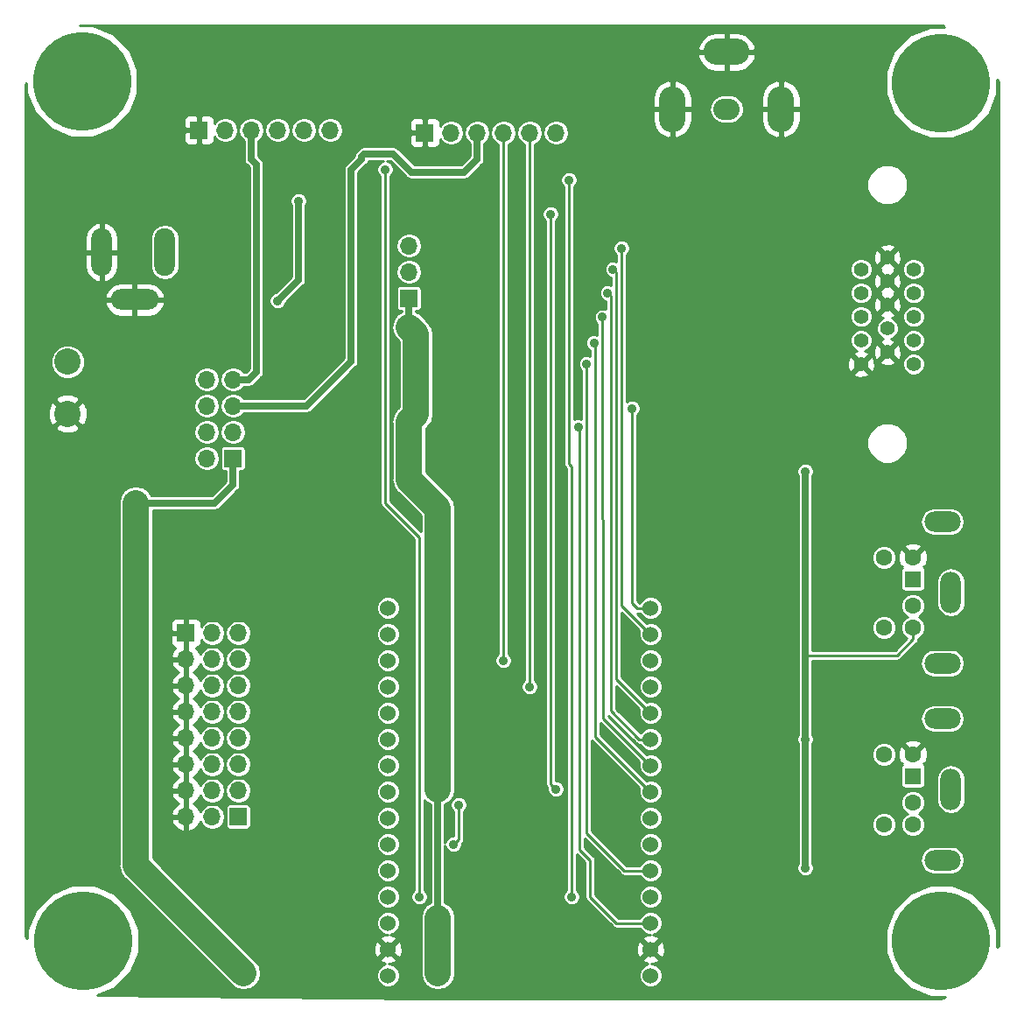
<source format=gbr>
G04 #@! TF.GenerationSoftware,KiCad,Pcbnew,(5.0.2)-1*
G04 #@! TF.CreationDate,2020-01-26T12:45:29-05:00*
G04 #@! TF.ProjectId,ESP32-VGA,45535033-322d-4564-9741-2e6b69636164,2*
G04 #@! TF.SameCoordinates,Original*
G04 #@! TF.FileFunction,Copper,L2,Bot*
G04 #@! TF.FilePolarity,Positive*
%FSLAX46Y46*%
G04 Gerber Fmt 4.6, Leading zero omitted, Abs format (unit mm)*
G04 Created by KiCad (PCBNEW (5.0.2)-1) date 1/26/2020 12:45:29 PM*
%MOMM*%
%LPD*%
G01*
G04 APERTURE LIST*
G04 #@! TA.AperFunction,ComponentPad*
%ADD10O,2.540000X2.032000*%
G04 #@! TD*
G04 #@! TA.AperFunction,ComponentPad*
%ADD11O,2.540000X4.445000*%
G04 #@! TD*
G04 #@! TA.AperFunction,ComponentPad*
%ADD12O,4.445000X2.540000*%
G04 #@! TD*
G04 #@! TA.AperFunction,ComponentPad*
%ADD13C,2.540000*%
G04 #@! TD*
G04 #@! TA.AperFunction,ComponentPad*
%ADD14C,9.525000*%
G04 #@! TD*
G04 #@! TA.AperFunction,ComponentPad*
%ADD15C,1.524000*%
G04 #@! TD*
G04 #@! TA.AperFunction,ComponentPad*
%ADD16O,2.000000X4.600000*%
G04 #@! TD*
G04 #@! TA.AperFunction,ComponentPad*
%ADD17O,4.600000X2.000000*%
G04 #@! TD*
G04 #@! TA.AperFunction,ComponentPad*
%ADD18R,1.700000X1.700000*%
G04 #@! TD*
G04 #@! TA.AperFunction,ComponentPad*
%ADD19O,1.700000X1.700000*%
G04 #@! TD*
G04 #@! TA.AperFunction,ComponentPad*
%ADD20C,1.397000*%
G04 #@! TD*
G04 #@! TA.AperFunction,ComponentPad*
%ADD21O,3.500000X2.000000*%
G04 #@! TD*
G04 #@! TA.AperFunction,ComponentPad*
%ADD22R,1.600000X1.600000*%
G04 #@! TD*
G04 #@! TA.AperFunction,ComponentPad*
%ADD23C,1.600000*%
G04 #@! TD*
G04 #@! TA.AperFunction,ComponentPad*
%ADD24O,2.000000X4.000000*%
G04 #@! TD*
G04 #@! TA.AperFunction,ViaPad*
%ADD25C,0.889000*%
G04 #@! TD*
G04 #@! TA.AperFunction,Conductor*
%ADD26C,0.635000*%
G04 #@! TD*
G04 #@! TA.AperFunction,Conductor*
%ADD27C,0.254000*%
G04 #@! TD*
G04 #@! TA.AperFunction,Conductor*
%ADD28C,2.540000*%
G04 #@! TD*
G04 APERTURE END LIST*
D10*
G04 #@! TO.P,J5,4*
G04 #@! TO.N,Net-(C7-Pad2)*
X78232000Y-18542000D03*
D11*
G04 #@! TO.P,J5,3*
G04 #@! TO.N,GND*
X83477100Y-18542000D03*
G04 #@! TO.P,J5,2*
X72986900Y-18542000D03*
D12*
G04 #@! TO.P,J5,1*
X78232000Y-13030200D03*
G04 #@! TD*
D13*
G04 #@! TO.P,J15,2*
G04 #@! TO.N,/DCIN*
X14478000Y-43006000D03*
G04 #@! TO.P,J15,1*
G04 #@! TO.N,GND*
X14478000Y-48006000D03*
G04 #@! TD*
D14*
G04 #@! TO.P,MTG1,1*
G04 #@! TO.N,N/C*
X15875000Y-15875000D03*
G04 #@! TD*
G04 #@! TO.P,MTG2,1*
G04 #@! TO.N,N/C*
X99000000Y-99000000D03*
G04 #@! TD*
G04 #@! TO.P,MTG3,1*
G04 #@! TO.N,N/C*
X16000000Y-99000000D03*
G04 #@! TD*
G04 #@! TO.P,MTG?1,1*
G04 #@! TO.N,N/C*
X99000000Y-16000000D03*
G04 #@! TD*
D15*
G04 #@! TO.P,U1,1*
G04 #@! TO.N,/ESP3V*
X70866000Y-102362000D03*
G04 #@! TO.P,U1,2*
G04 #@! TO.N,GND*
X70866000Y-99822000D03*
G04 #@! TO.P,U1,3*
G04 #@! TO.N,/VSYNC*
X70866000Y-97282000D03*
G04 #@! TO.P,U1,4*
G04 #@! TO.N,/TX2*
X70866000Y-94742000D03*
G04 #@! TO.P,U1,5*
G04 #@! TO.N,/BLULO*
X70866000Y-92202000D03*
G04 #@! TO.P,U1,6*
G04 #@! TO.N,/GP16*
X70866000Y-89662000D03*
G04 #@! TO.P,U1,7*
G04 #@! TO.N,/GP17*
X70866000Y-87122000D03*
G04 #@! TO.P,U1,8*
G04 #@! TO.N,/BLUHI*
X70866000Y-84582000D03*
G04 #@! TO.P,U1,9*
G04 #@! TO.N,/GRNLO*
X70866000Y-82042000D03*
G04 #@! TO.P,U1,10*
G04 #@! TO.N,/GRNHI*
X70866000Y-79502000D03*
G04 #@! TO.P,U1,11*
G04 #@! TO.N,/REDLO*
X70866000Y-76962000D03*
G04 #@! TO.P,U1,12*
G04 #@! TO.N,/RX0*
X70866000Y-74422000D03*
G04 #@! TO.P,U1,13*
G04 #@! TO.N,/TX0*
X70866000Y-71882000D03*
G04 #@! TO.P,U1,14*
G04 #@! TO.N,/REDHI*
X70866000Y-69342000D03*
G04 #@! TO.P,U1,15*
G04 #@! TO.N,/HSYNC*
X70866000Y-66802000D03*
G04 #@! TO.P,U1,16*
G04 #@! TO.N,/EN*
X45466000Y-66802000D03*
G04 #@! TO.P,U1,17*
G04 #@! TO.N,/VP*
X45466000Y-69342000D03*
G04 #@! TO.P,U1,18*
G04 #@! TO.N,/VN*
X45466000Y-71882000D03*
G04 #@! TO.P,U1,19*
G04 #@! TO.N,/GP34*
X45466000Y-74422000D03*
G04 #@! TO.P,U1,20*
G04 #@! TO.N,/GP35*
X45466000Y-76962000D03*
G04 #@! TO.P,U1,21*
G04 #@! TO.N,/KBDAT*
X45466000Y-79502000D03*
G04 #@! TO.P,U1,22*
G04 #@! TO.N,/KBCLK*
X45466000Y-82042000D03*
G04 #@! TO.P,U1,23*
G04 #@! TO.N,/AUDIO*
X45466000Y-84582000D03*
G04 #@! TO.P,U1,24*
G04 #@! TO.N,/MSECLK*
X45466000Y-87122000D03*
G04 #@! TO.P,U1,25*
G04 #@! TO.N,/MSEDAT*
X45466000Y-89662000D03*
G04 #@! TO.P,U1,26*
G04 #@! TO.N,/GP14*
X45466000Y-92202000D03*
G04 #@! TO.P,U1,27*
G04 #@! TO.N,/RX2*
X45466000Y-94742000D03*
G04 #@! TO.P,U1,28*
G04 #@! TO.N,/GP13*
X45466000Y-97282000D03*
G04 #@! TO.P,U1,29*
G04 #@! TO.N,GND*
X45466000Y-99822000D03*
G04 #@! TO.P,U1,30*
G04 #@! TO.N,/VUSB*
X45466000Y-102362000D03*
G04 #@! TD*
D16*
G04 #@! TO.P,J1,2*
G04 #@! TO.N,GND*
X17780000Y-32385000D03*
G04 #@! TO.P,J1,1*
G04 #@! TO.N,/DCIN*
X23880000Y-32385000D03*
D17*
G04 #@! TO.P,J1,3*
G04 #@! TO.N,GND*
X20980000Y-36985000D03*
G04 #@! TD*
D18*
G04 #@! TO.P,H1,1*
G04 #@! TO.N,/ESP3V*
X47498000Y-36830000D03*
D19*
G04 #@! TO.P,H1,2*
G04 #@! TO.N,Net-(F1-Pad2)*
X47498000Y-34290000D03*
G04 #@! TO.P,H1,3*
G04 #@! TO.N,/VO3*
X47498000Y-31750000D03*
G04 #@! TD*
D18*
G04 #@! TO.P,H2,1*
G04 #@! TO.N,/VUSB*
X30480000Y-52324000D03*
D19*
G04 #@! TO.P,H2,2*
G04 #@! TO.N,+5V*
X27940000Y-52324000D03*
G04 #@! TO.P,H2,3*
G04 #@! TO.N,/DCIN*
X30480000Y-49784000D03*
G04 #@! TO.P,H2,4*
G04 #@! TO.N,+5V*
X27940000Y-49784000D03*
G04 #@! TO.P,H2,5*
G04 #@! TO.N,/FTDI5V0*
X30480000Y-47244000D03*
G04 #@! TO.P,H2,6*
G04 #@! TO.N,+5V*
X27940000Y-47244000D03*
G04 #@! TO.P,H2,7*
G04 #@! TO.N,/FTDI5V2*
X30480000Y-44704000D03*
G04 #@! TO.P,H2,8*
G04 #@! TO.N,+5V*
X27940000Y-44704000D03*
G04 #@! TD*
D20*
G04 #@! TO.P,P3,3*
G04 #@! TO.N,Net-(P3-Pad3)*
X91239340Y-38620700D03*
G04 #@! TO.P,P3,2*
G04 #@! TO.N,Net-(P3-Pad2)*
X91239340Y-36334700D03*
G04 #@! TO.P,P3,1*
G04 #@! TO.N,Net-(P3-Pad1)*
X91239340Y-34043620D03*
G04 #@! TO.P,P3,4*
G04 #@! TO.N,Net-(P3-Pad4)*
X91239340Y-40914320D03*
G04 #@! TO.P,P3,5*
G04 #@! TO.N,GND*
X91239340Y-43202860D03*
G04 #@! TO.P,P3,9*
G04 #@! TO.N,Net-(P3-Pad9)*
X93779340Y-39768780D03*
G04 #@! TO.P,P3,8*
G04 #@! TO.N,GND*
X93779340Y-37480240D03*
G04 #@! TO.P,P3,7*
X93779340Y-35189160D03*
G04 #@! TO.P,P3,6*
X93779340Y-32898080D03*
G04 #@! TO.P,P3,10*
X93779340Y-42059860D03*
G04 #@! TO.P,P3,11*
G04 #@! TO.N,Net-(P3-Pad11)*
X96319340Y-34043620D03*
G04 #@! TO.P,P3,12*
G04 #@! TO.N,Net-(P3-Pad12)*
X96319340Y-36334700D03*
G04 #@! TO.P,P3,13*
G04 #@! TO.N,/HSYNC*
X96316800Y-38623240D03*
G04 #@! TO.P,P3,14*
G04 #@! TO.N,/VSYNC*
X96319340Y-40914320D03*
G04 #@! TO.P,P3,15*
G04 #@! TO.N,Net-(P3-Pad15)*
X96319340Y-43202860D03*
G04 #@! TD*
D18*
G04 #@! TO.P,P4,1*
G04 #@! TO.N,/GP13*
X30988000Y-86995000D03*
D19*
G04 #@! TO.P,P4,2*
G04 #@! TO.N,/GP14*
X30988000Y-84455000D03*
G04 #@! TO.P,P4,3*
G04 #@! TO.N,/GP16*
X30988000Y-81915000D03*
G04 #@! TO.P,P4,4*
G04 #@! TO.N,/GP17*
X30988000Y-79375000D03*
G04 #@! TO.P,P4,5*
G04 #@! TO.N,/GP35*
X30988000Y-76835000D03*
G04 #@! TO.P,P4,6*
G04 #@! TO.N,/GP34*
X30988000Y-74295000D03*
G04 #@! TO.P,P4,7*
G04 #@! TO.N,/VN*
X30988000Y-71755000D03*
G04 #@! TO.P,P4,8*
G04 #@! TO.N,/VP*
X30988000Y-69215000D03*
G04 #@! TD*
D21*
G04 #@! TO.P,J3,7*
G04 #@! TO.N,N/C*
X99116000Y-72158000D03*
X99116000Y-58458000D03*
D22*
G04 #@! TO.P,J3,1*
G04 #@! TO.N,Net-(J3-Pad1)*
X96266000Y-64008000D03*
D23*
G04 #@! TO.P,J3,2*
G04 #@! TO.N,Net-(J3-Pad2)*
X96266000Y-66608000D03*
G04 #@! TO.P,J3,3*
G04 #@! TO.N,GND*
X96266000Y-61908000D03*
G04 #@! TO.P,J3,4*
G04 #@! TO.N,+5V*
X96266000Y-68708000D03*
G04 #@! TO.P,J3,5*
G04 #@! TO.N,Net-(J3-Pad5)*
X93466000Y-61908000D03*
G04 #@! TO.P,J3,6*
G04 #@! TO.N,Net-(J3-Pad6)*
X93466000Y-68708000D03*
D24*
G04 #@! TO.P,J3,7*
G04 #@! TO.N,N/C*
X99916000Y-65308000D03*
G04 #@! TD*
G04 #@! TO.P,J4,7*
G04 #@! TO.N,N/C*
X99916000Y-84358000D03*
D23*
G04 #@! TO.P,J4,6*
G04 #@! TO.N,Net-(J4-Pad6)*
X93466000Y-87758000D03*
G04 #@! TO.P,J4,5*
G04 #@! TO.N,Net-(J4-Pad5)*
X93466000Y-80958000D03*
G04 #@! TO.P,J4,4*
G04 #@! TO.N,+5V*
X96266000Y-87758000D03*
G04 #@! TO.P,J4,3*
G04 #@! TO.N,GND*
X96266000Y-80958000D03*
G04 #@! TO.P,J4,2*
G04 #@! TO.N,Net-(J4-Pad2)*
X96266000Y-85658000D03*
D22*
G04 #@! TO.P,J4,1*
G04 #@! TO.N,Net-(J4-Pad1)*
X96266000Y-83058000D03*
D21*
G04 #@! TO.P,J4,7*
G04 #@! TO.N,N/C*
X99116000Y-77508000D03*
X99116000Y-91208000D03*
G04 #@! TD*
D18*
G04 #@! TO.P,P2,1*
G04 #@! TO.N,GND*
X25908000Y-69215000D03*
D19*
G04 #@! TO.P,P2,2*
G04 #@! TO.N,+3V3*
X28448000Y-69215000D03*
G04 #@! TO.P,P2,3*
G04 #@! TO.N,GND*
X25908000Y-71755000D03*
G04 #@! TO.P,P2,4*
G04 #@! TO.N,+3V3*
X28448000Y-71755000D03*
G04 #@! TO.P,P2,5*
G04 #@! TO.N,GND*
X25908000Y-74295000D03*
G04 #@! TO.P,P2,6*
G04 #@! TO.N,+3V3*
X28448000Y-74295000D03*
G04 #@! TO.P,P2,7*
G04 #@! TO.N,GND*
X25908000Y-76835000D03*
G04 #@! TO.P,P2,8*
G04 #@! TO.N,+3V3*
X28448000Y-76835000D03*
G04 #@! TO.P,P2,9*
G04 #@! TO.N,GND*
X25908000Y-79375000D03*
G04 #@! TO.P,P2,10*
G04 #@! TO.N,+3V3*
X28448000Y-79375000D03*
G04 #@! TO.P,P2,11*
G04 #@! TO.N,GND*
X25908000Y-81915000D03*
G04 #@! TO.P,P2,12*
G04 #@! TO.N,+3V3*
X28448000Y-81915000D03*
G04 #@! TO.P,P2,13*
G04 #@! TO.N,GND*
X25908000Y-84455000D03*
G04 #@! TO.P,P2,14*
G04 #@! TO.N,+3V3*
X28448000Y-84455000D03*
G04 #@! TO.P,P2,15*
G04 #@! TO.N,GND*
X25908000Y-86995000D03*
G04 #@! TO.P,P2,16*
G04 #@! TO.N,+3V3*
X28448000Y-86995000D03*
G04 #@! TD*
G04 #@! TO.P,J2,6*
G04 #@! TO.N,Net-(J2-Pad6)*
X61722000Y-20828000D03*
G04 #@! TO.P,J2,5*
G04 #@! TO.N,/RX0*
X59182000Y-20828000D03*
G04 #@! TO.P,J2,4*
G04 #@! TO.N,/TX0*
X56642000Y-20828000D03*
G04 #@! TO.P,J2,3*
G04 #@! TO.N,/FTDI5V0*
X54102000Y-20828000D03*
G04 #@! TO.P,J2,2*
G04 #@! TO.N,Net-(J2-Pad2)*
X51562000Y-20828000D03*
D18*
G04 #@! TO.P,J2,1*
G04 #@! TO.N,GND*
X49022000Y-20828000D03*
G04 #@! TD*
G04 #@! TO.P,J6,1*
G04 #@! TO.N,GND*
X27178000Y-20574000D03*
D19*
G04 #@! TO.P,J6,2*
G04 #@! TO.N,Net-(J6-Pad2)*
X29718000Y-20574000D03*
G04 #@! TO.P,J6,3*
G04 #@! TO.N,/FTDI5V2*
X32258000Y-20574000D03*
G04 #@! TO.P,J6,4*
G04 #@! TO.N,/TX2*
X34798000Y-20574000D03*
G04 #@! TO.P,J6,5*
G04 #@! TO.N,/RX2*
X37338000Y-20574000D03*
G04 #@! TO.P,J6,6*
G04 #@! TO.N,Net-(J6-Pad6)*
X39878000Y-20574000D03*
G04 #@! TD*
D25*
G04 #@! TO.N,+5V*
X85852000Y-53594000D03*
X85852000Y-91948000D03*
X85852000Y-79502000D03*
X34798000Y-37084000D03*
X36830000Y-27432000D03*
G04 #@! TO.N,GND*
X80264000Y-89916000D03*
X40640000Y-36322000D03*
X46228000Y-45466000D03*
X27940000Y-38862000D03*
X83312000Y-102108000D03*
X84582000Y-34290000D03*
X84836000Y-38608000D03*
X84836000Y-43180000D03*
X71120000Y-25917000D03*
G04 #@! TO.N,/TX0*
X56642000Y-71882000D03*
G04 #@! TO.N,/RX0*
X59182000Y-74422000D03*
G04 #@! TO.N,/TX2*
X63246000Y-94742000D03*
X62992000Y-25400000D03*
G04 #@! TO.N,/VUSB*
X31496000Y-102108000D03*
G04 #@! TO.N,/ESP3V*
X50292000Y-102108000D03*
G04 #@! TO.N,/HSYNC*
X69088000Y-47498000D03*
G04 #@! TO.N,/VSYNC*
X63881000Y-49276000D03*
G04 #@! TO.N,/REDHI*
X68072000Y-32004000D03*
G04 #@! TO.N,/REDLO*
X67246500Y-34036000D03*
G04 #@! TO.N,/GRNHI*
X66738500Y-36322000D03*
G04 #@! TO.N,/GRNLO*
X66230500Y-38671500D03*
G04 #@! TO.N,/BLUHI*
X65409053Y-41148201D03*
G04 #@! TO.N,/BLULO*
X64706500Y-43180000D03*
G04 #@! TO.N,/AUDIO*
X61722000Y-84328000D03*
X61214000Y-28702000D03*
G04 #@! TO.N,/MSEDAT*
X52324000Y-85852000D03*
X51816000Y-89662000D03*
G04 #@! TO.N,/RX2*
X45212000Y-24384000D03*
X48514000Y-94742000D03*
G04 #@! TD*
D26*
G04 #@! TO.N,+5V*
X85852000Y-79502000D02*
X85852000Y-91948000D01*
D27*
X96266000Y-69839370D02*
X94731370Y-71374000D01*
X96266000Y-68708000D02*
X96266000Y-69839370D01*
X94731370Y-71374000D02*
X85852000Y-71374000D01*
D26*
X85852000Y-53594000D02*
X85852000Y-71374000D01*
X85852000Y-71374000D02*
X85852000Y-79502000D01*
X34798000Y-37084000D02*
X36830000Y-35052000D01*
X36830000Y-35052000D02*
X36830000Y-27432000D01*
D27*
G04 #@! TO.N,/TX0*
X56642000Y-67564000D02*
X56642000Y-71882000D01*
X56642000Y-67564000D02*
X56642000Y-20828000D01*
G04 #@! TO.N,/RX0*
X59182000Y-20828000D02*
X59182000Y-74422000D01*
G04 #@! TO.N,/TX2*
X63246000Y-94742000D02*
X63246000Y-53086000D01*
X62992000Y-49608742D02*
X62992000Y-25400000D01*
X63246000Y-53086000D02*
X62992000Y-52832000D01*
X62992000Y-52832000D02*
X62992000Y-49608742D01*
D28*
G04 #@! TO.N,/VUSB*
X31496000Y-102108000D02*
X21082000Y-91694000D01*
D26*
X28702000Y-56642000D02*
X21082000Y-56642000D01*
X30480000Y-54864000D02*
X28702000Y-56642000D01*
X30480000Y-52324000D02*
X30480000Y-54864000D01*
D28*
X21082000Y-91694000D02*
X21082000Y-56642000D01*
G04 #@! TO.N,/ESP3V*
X50292000Y-102108000D02*
X50292000Y-96774000D01*
X50292000Y-57150000D02*
X47498000Y-54356000D01*
X50292000Y-84328000D02*
X50292000Y-57150000D01*
D26*
X50292000Y-84328000D02*
X50292000Y-96774000D01*
D28*
X48196501Y-40322501D02*
X47498000Y-39624000D01*
X48196501Y-48069499D02*
X48196501Y-40322501D01*
X47498000Y-48768000D02*
X48196501Y-48069499D01*
X47498000Y-54356000D02*
X47498000Y-48768000D01*
D26*
X47498000Y-36830000D02*
X47498000Y-39624000D01*
G04 #@! TO.N,/FTDI5V0*
X42926001Y-23367999D02*
X42926001Y-23113999D01*
X41910000Y-24384000D02*
X42926001Y-23367999D01*
X42926001Y-23113999D02*
X43180000Y-22860000D01*
X43180000Y-22860000D02*
X45974000Y-22860000D01*
X45974000Y-22860000D02*
X47752000Y-24638000D01*
X47752000Y-24638000D02*
X52832000Y-24638000D01*
X54102000Y-23368000D02*
X54102000Y-20828000D01*
X52832000Y-24638000D02*
X54102000Y-23368000D01*
X37592000Y-47244000D02*
X41910000Y-42926000D01*
X30480000Y-47244000D02*
X37592000Y-47244000D01*
X41910000Y-42926000D02*
X41910000Y-24384000D01*
G04 #@! TO.N,/FTDI5V2*
X30480000Y-44704000D02*
X32004000Y-44704000D01*
X32004000Y-44704000D02*
X32766000Y-43942000D01*
X32766000Y-43942000D02*
X32766000Y-23876000D01*
X32258000Y-23368000D02*
X32258000Y-20574000D01*
X32766000Y-23876000D02*
X32258000Y-23368000D01*
D27*
G04 #@! TO.N,/HSYNC*
X70866000Y-66802000D02*
X69596000Y-66802000D01*
X69596000Y-66802000D02*
X69088000Y-66294000D01*
X69088000Y-66294000D02*
X69088000Y-47498000D01*
G04 #@! TO.N,/VSYNC*
X67564000Y-97282000D02*
X70866000Y-97282000D01*
X65024000Y-94742000D02*
X67564000Y-97282000D01*
X65024000Y-91186000D02*
X65024000Y-94742000D01*
X64008000Y-90170000D02*
X65024000Y-91186000D01*
X64008000Y-49403000D02*
X64008000Y-90170000D01*
X63881000Y-49276000D02*
X64008000Y-49403000D01*
G04 #@! TO.N,/REDHI*
X70866000Y-69342000D02*
X68072000Y-66548000D01*
X68072000Y-66548000D02*
X68072000Y-32004000D01*
G04 #@! TO.N,/REDLO*
X70866000Y-76962000D02*
X67564000Y-73660000D01*
X67564000Y-73660000D02*
X67564000Y-34353500D01*
X67246500Y-34036000D02*
X67564000Y-34353500D01*
G04 #@! TO.N,/GRNHI*
X70866000Y-79502000D02*
X69788370Y-79502000D01*
X69788370Y-79502000D02*
X67056000Y-76769630D01*
X67056000Y-76769630D02*
X67056000Y-36639500D01*
X66738500Y-36322000D02*
X67056000Y-36639500D01*
G04 #@! TO.N,/GRNLO*
X70866000Y-82042000D02*
X66294000Y-77470000D01*
X66294000Y-77470000D02*
X66230500Y-38671500D01*
X66230500Y-38671500D02*
X66294000Y-38671500D01*
G04 #@! TO.N,/BLUHI*
X70866000Y-84582000D02*
X65532000Y-79248000D01*
X65532000Y-79248000D02*
X65532000Y-41211500D01*
G04 #@! TO.N,/BLULO*
X70866000Y-92202000D02*
X68326000Y-92202000D01*
X68326000Y-92202000D02*
X64706500Y-88582500D01*
X64706500Y-88582500D02*
X64706500Y-43180000D01*
X64706500Y-88582500D02*
X64706500Y-85852000D01*
G04 #@! TO.N,/AUDIO*
X61722000Y-84328000D02*
X61214000Y-83820000D01*
X61214000Y-83820000D02*
X61214000Y-28702000D01*
G04 #@! TO.N,/MSEDAT*
X52324000Y-85852000D02*
X52324000Y-89154000D01*
X52324000Y-89154000D02*
X51816000Y-89662000D01*
G04 #@! TO.N,/RX2*
X45212000Y-24384000D02*
X45212000Y-56642000D01*
X45212000Y-56642000D02*
X48514000Y-59944000D01*
X48514000Y-59944000D02*
X48514000Y-94742000D01*
G04 #@! TD*
G04 #@! TO.N,GND*
G36*
X99166541Y-10446147D02*
X99322894Y-10602500D01*
X97926371Y-10602500D01*
X95942562Y-11424221D01*
X94424221Y-12942562D01*
X93602500Y-14926371D01*
X93602500Y-17073629D01*
X94424221Y-19057438D01*
X95942562Y-20575779D01*
X97926371Y-21397500D01*
X100073629Y-21397500D01*
X102057438Y-20575779D01*
X103575779Y-19057438D01*
X104397500Y-17073629D01*
X104397500Y-15677106D01*
X104561004Y-15840610D01*
X104569000Y-16010167D01*
X104569001Y-98982297D01*
X104527480Y-99487330D01*
X104397500Y-99612110D01*
X104397500Y-97926371D01*
X103575779Y-95942562D01*
X102057438Y-94424221D01*
X100073629Y-93602500D01*
X97926371Y-93602500D01*
X95942562Y-94424221D01*
X94424221Y-95942562D01*
X93602500Y-97926371D01*
X93602500Y-100073629D01*
X94424221Y-102057438D01*
X95942562Y-103575779D01*
X97926371Y-104397500D01*
X99412720Y-104397500D01*
X99246691Y-104556887D01*
X98989833Y-104569000D01*
X49126642Y-104569000D01*
X17369486Y-104274952D01*
X19057438Y-103575779D01*
X20575779Y-102057438D01*
X21397500Y-100073629D01*
X21397500Y-97926371D01*
X20575779Y-95942562D01*
X19057438Y-94424221D01*
X17073629Y-93602500D01*
X14926371Y-93602500D01*
X12942562Y-94424221D01*
X11424221Y-95942562D01*
X10602500Y-97926371D01*
X10602500Y-98786530D01*
X10431000Y-98628750D01*
X10431000Y-91694000D01*
X19398655Y-91694000D01*
X19431000Y-91856608D01*
X19526792Y-92338187D01*
X19891695Y-92884305D01*
X20029552Y-92976418D01*
X30443548Y-103390415D01*
X30851811Y-103663207D01*
X31495999Y-103791345D01*
X32140188Y-103663207D01*
X32686304Y-103298304D01*
X33051207Y-102752188D01*
X33174045Y-102134643D01*
X44323000Y-102134643D01*
X44323000Y-102589357D01*
X44497011Y-103009458D01*
X44818542Y-103330989D01*
X45238643Y-103505000D01*
X45693357Y-103505000D01*
X46113458Y-103330989D01*
X46434989Y-103009458D01*
X46609000Y-102589357D01*
X46609000Y-102134643D01*
X46434989Y-101714542D01*
X46113458Y-101393011D01*
X45693357Y-101219000D01*
X45500931Y-101219000D01*
X45813368Y-101203362D01*
X46197143Y-101044397D01*
X46266608Y-100802213D01*
X45466000Y-100001605D01*
X44665392Y-100802213D01*
X44734857Y-101044397D01*
X45231989Y-101221756D01*
X44818542Y-101393011D01*
X44497011Y-101714542D01*
X44323000Y-102134643D01*
X33174045Y-102134643D01*
X33179345Y-102107999D01*
X33051207Y-101463811D01*
X32778415Y-101055548D01*
X31337169Y-99614302D01*
X44056856Y-99614302D01*
X44084638Y-100169368D01*
X44243603Y-100553143D01*
X44485787Y-100622608D01*
X45286395Y-99822000D01*
X45645605Y-99822000D01*
X46446213Y-100622608D01*
X46688397Y-100553143D01*
X46875144Y-100029698D01*
X46847362Y-99474632D01*
X46688397Y-99090857D01*
X46446213Y-99021392D01*
X45645605Y-99822000D01*
X45286395Y-99822000D01*
X44485787Y-99021392D01*
X44243603Y-99090857D01*
X44056856Y-99614302D01*
X31337169Y-99614302D01*
X28777510Y-97054643D01*
X44323000Y-97054643D01*
X44323000Y-97509357D01*
X44497011Y-97929458D01*
X44818542Y-98250989D01*
X45238643Y-98425000D01*
X45431069Y-98425000D01*
X45118632Y-98440638D01*
X44734857Y-98599603D01*
X44665392Y-98841787D01*
X45466000Y-99642395D01*
X46266608Y-98841787D01*
X46197143Y-98599603D01*
X45700011Y-98422244D01*
X46113458Y-98250989D01*
X46434989Y-97929458D01*
X46609000Y-97509357D01*
X46609000Y-97054643D01*
X46434989Y-96634542D01*
X46113458Y-96313011D01*
X45693357Y-96139000D01*
X45238643Y-96139000D01*
X44818542Y-96313011D01*
X44497011Y-96634542D01*
X44323000Y-97054643D01*
X28777510Y-97054643D01*
X26237510Y-94514643D01*
X44323000Y-94514643D01*
X44323000Y-94969357D01*
X44497011Y-95389458D01*
X44818542Y-95710989D01*
X45238643Y-95885000D01*
X45693357Y-95885000D01*
X46113458Y-95710989D01*
X46434989Y-95389458D01*
X46609000Y-94969357D01*
X46609000Y-94514643D01*
X46434989Y-94094542D01*
X46113458Y-93773011D01*
X45693357Y-93599000D01*
X45238643Y-93599000D01*
X44818542Y-93773011D01*
X44497011Y-94094542D01*
X44323000Y-94514643D01*
X26237510Y-94514643D01*
X23697510Y-91974643D01*
X44323000Y-91974643D01*
X44323000Y-92429357D01*
X44497011Y-92849458D01*
X44818542Y-93170989D01*
X45238643Y-93345000D01*
X45693357Y-93345000D01*
X46113458Y-93170989D01*
X46434989Y-92849458D01*
X46609000Y-92429357D01*
X46609000Y-91974643D01*
X46434989Y-91554542D01*
X46113458Y-91233011D01*
X45693357Y-91059000D01*
X45238643Y-91059000D01*
X44818542Y-91233011D01*
X44497011Y-91554542D01*
X44323000Y-91974643D01*
X23697510Y-91974643D01*
X22733000Y-91010134D01*
X22733000Y-89434643D01*
X44323000Y-89434643D01*
X44323000Y-89889357D01*
X44497011Y-90309458D01*
X44818542Y-90630989D01*
X45238643Y-90805000D01*
X45693357Y-90805000D01*
X46113458Y-90630989D01*
X46434989Y-90309458D01*
X46609000Y-89889357D01*
X46609000Y-89434643D01*
X46434989Y-89014542D01*
X46113458Y-88693011D01*
X45693357Y-88519000D01*
X45238643Y-88519000D01*
X44818542Y-88693011D01*
X44497011Y-89014542D01*
X44323000Y-89434643D01*
X22733000Y-89434643D01*
X22733000Y-87351890D01*
X24466524Y-87351890D01*
X24636355Y-87761924D01*
X25026642Y-88190183D01*
X25551108Y-88436486D01*
X25781000Y-88315819D01*
X25781000Y-87122000D01*
X24587845Y-87122000D01*
X24466524Y-87351890D01*
X22733000Y-87351890D01*
X22733000Y-84811890D01*
X24466524Y-84811890D01*
X24636355Y-85221924D01*
X25026642Y-85650183D01*
X25185954Y-85725000D01*
X25026642Y-85799817D01*
X24636355Y-86228076D01*
X24466524Y-86638110D01*
X24587845Y-86868000D01*
X25781000Y-86868000D01*
X25781000Y-84582000D01*
X24587845Y-84582000D01*
X24466524Y-84811890D01*
X22733000Y-84811890D01*
X22733000Y-82271890D01*
X24466524Y-82271890D01*
X24636355Y-82681924D01*
X25026642Y-83110183D01*
X25185954Y-83185000D01*
X25026642Y-83259817D01*
X24636355Y-83688076D01*
X24466524Y-84098110D01*
X24587845Y-84328000D01*
X25781000Y-84328000D01*
X25781000Y-82042000D01*
X24587845Y-82042000D01*
X24466524Y-82271890D01*
X22733000Y-82271890D01*
X22733000Y-79731890D01*
X24466524Y-79731890D01*
X24636355Y-80141924D01*
X25026642Y-80570183D01*
X25185954Y-80645000D01*
X25026642Y-80719817D01*
X24636355Y-81148076D01*
X24466524Y-81558110D01*
X24587845Y-81788000D01*
X25781000Y-81788000D01*
X25781000Y-79502000D01*
X24587845Y-79502000D01*
X24466524Y-79731890D01*
X22733000Y-79731890D01*
X22733000Y-77191890D01*
X24466524Y-77191890D01*
X24636355Y-77601924D01*
X25026642Y-78030183D01*
X25185954Y-78105000D01*
X25026642Y-78179817D01*
X24636355Y-78608076D01*
X24466524Y-79018110D01*
X24587845Y-79248000D01*
X25781000Y-79248000D01*
X25781000Y-76962000D01*
X24587845Y-76962000D01*
X24466524Y-77191890D01*
X22733000Y-77191890D01*
X22733000Y-74651890D01*
X24466524Y-74651890D01*
X24636355Y-75061924D01*
X25026642Y-75490183D01*
X25185954Y-75565000D01*
X25026642Y-75639817D01*
X24636355Y-76068076D01*
X24466524Y-76478110D01*
X24587845Y-76708000D01*
X25781000Y-76708000D01*
X25781000Y-74422000D01*
X24587845Y-74422000D01*
X24466524Y-74651890D01*
X22733000Y-74651890D01*
X22733000Y-72111890D01*
X24466524Y-72111890D01*
X24636355Y-72521924D01*
X25026642Y-72950183D01*
X25185954Y-73025000D01*
X25026642Y-73099817D01*
X24636355Y-73528076D01*
X24466524Y-73938110D01*
X24587845Y-74168000D01*
X25781000Y-74168000D01*
X25781000Y-71882000D01*
X24587845Y-71882000D01*
X24466524Y-72111890D01*
X22733000Y-72111890D01*
X22733000Y-69500750D01*
X24423000Y-69500750D01*
X24423000Y-70191310D01*
X24519673Y-70424699D01*
X24698302Y-70603327D01*
X24907878Y-70690136D01*
X24636355Y-70988076D01*
X24466524Y-71398110D01*
X24587845Y-71628000D01*
X25781000Y-71628000D01*
X25781000Y-69342000D01*
X24581750Y-69342000D01*
X24423000Y-69500750D01*
X22733000Y-69500750D01*
X22733000Y-68238690D01*
X24423000Y-68238690D01*
X24423000Y-68929250D01*
X24581750Y-69088000D01*
X25781000Y-69088000D01*
X25781000Y-67888750D01*
X26035000Y-67888750D01*
X26035000Y-69088000D01*
X26055000Y-69088000D01*
X26055000Y-69342000D01*
X26035000Y-69342000D01*
X26035000Y-71628000D01*
X26055000Y-71628000D01*
X26055000Y-71882000D01*
X26035000Y-71882000D01*
X26035000Y-74168000D01*
X26055000Y-74168000D01*
X26055000Y-74422000D01*
X26035000Y-74422000D01*
X26035000Y-76708000D01*
X26055000Y-76708000D01*
X26055000Y-76962000D01*
X26035000Y-76962000D01*
X26035000Y-79248000D01*
X26055000Y-79248000D01*
X26055000Y-79502000D01*
X26035000Y-79502000D01*
X26035000Y-81788000D01*
X26055000Y-81788000D01*
X26055000Y-82042000D01*
X26035000Y-82042000D01*
X26035000Y-84328000D01*
X26055000Y-84328000D01*
X26055000Y-84582000D01*
X26035000Y-84582000D01*
X26035000Y-86868000D01*
X26055000Y-86868000D01*
X26055000Y-87122000D01*
X26035000Y-87122000D01*
X26035000Y-88315819D01*
X26264892Y-88436486D01*
X26789358Y-88190183D01*
X27179645Y-87761924D01*
X27294555Y-87484488D01*
X27560499Y-87882501D01*
X27967688Y-88154576D01*
X28326761Y-88226000D01*
X28569239Y-88226000D01*
X28928312Y-88154576D01*
X29335501Y-87882501D01*
X29607576Y-87475312D01*
X29703116Y-86995000D01*
X29607576Y-86514688D01*
X29360559Y-86145000D01*
X29749536Y-86145000D01*
X29749536Y-87845000D01*
X29779106Y-87993659D01*
X29863314Y-88119686D01*
X29989341Y-88203894D01*
X30138000Y-88233464D01*
X31838000Y-88233464D01*
X31986659Y-88203894D01*
X32112686Y-88119686D01*
X32196894Y-87993659D01*
X32226464Y-87845000D01*
X32226464Y-86894643D01*
X44323000Y-86894643D01*
X44323000Y-87349357D01*
X44497011Y-87769458D01*
X44818542Y-88090989D01*
X45238643Y-88265000D01*
X45693357Y-88265000D01*
X46113458Y-88090989D01*
X46434989Y-87769458D01*
X46609000Y-87349357D01*
X46609000Y-86894643D01*
X46434989Y-86474542D01*
X46113458Y-86153011D01*
X45693357Y-85979000D01*
X45238643Y-85979000D01*
X44818542Y-86153011D01*
X44497011Y-86474542D01*
X44323000Y-86894643D01*
X32226464Y-86894643D01*
X32226464Y-86145000D01*
X32196894Y-85996341D01*
X32112686Y-85870314D01*
X31986659Y-85786106D01*
X31838000Y-85756536D01*
X30138000Y-85756536D01*
X29989341Y-85786106D01*
X29863314Y-85870314D01*
X29779106Y-85996341D01*
X29749536Y-86145000D01*
X29360559Y-86145000D01*
X29335501Y-86107499D01*
X28928312Y-85835424D01*
X28569239Y-85764000D01*
X28326761Y-85764000D01*
X27967688Y-85835424D01*
X27560499Y-86107499D01*
X27294555Y-86505512D01*
X27179645Y-86228076D01*
X26789358Y-85799817D01*
X26630046Y-85725000D01*
X26789358Y-85650183D01*
X27179645Y-85221924D01*
X27294555Y-84944488D01*
X27560499Y-85342501D01*
X27967688Y-85614576D01*
X28326761Y-85686000D01*
X28569239Y-85686000D01*
X28928312Y-85614576D01*
X29335501Y-85342501D01*
X29607576Y-84935312D01*
X29703116Y-84455000D01*
X29732884Y-84455000D01*
X29828424Y-84935312D01*
X30100499Y-85342501D01*
X30507688Y-85614576D01*
X30866761Y-85686000D01*
X31109239Y-85686000D01*
X31468312Y-85614576D01*
X31875501Y-85342501D01*
X32147576Y-84935312D01*
X32243116Y-84455000D01*
X32223154Y-84354643D01*
X44323000Y-84354643D01*
X44323000Y-84809357D01*
X44497011Y-85229458D01*
X44818542Y-85550989D01*
X45238643Y-85725000D01*
X45693357Y-85725000D01*
X46113458Y-85550989D01*
X46434989Y-85229458D01*
X46609000Y-84809357D01*
X46609000Y-84354643D01*
X46434989Y-83934542D01*
X46113458Y-83613011D01*
X45693357Y-83439000D01*
X45238643Y-83439000D01*
X44818542Y-83613011D01*
X44497011Y-83934542D01*
X44323000Y-84354643D01*
X32223154Y-84354643D01*
X32147576Y-83974688D01*
X31875501Y-83567499D01*
X31468312Y-83295424D01*
X31109239Y-83224000D01*
X30866761Y-83224000D01*
X30507688Y-83295424D01*
X30100499Y-83567499D01*
X29828424Y-83974688D01*
X29732884Y-84455000D01*
X29703116Y-84455000D01*
X29607576Y-83974688D01*
X29335501Y-83567499D01*
X28928312Y-83295424D01*
X28569239Y-83224000D01*
X28326761Y-83224000D01*
X27967688Y-83295424D01*
X27560499Y-83567499D01*
X27294555Y-83965512D01*
X27179645Y-83688076D01*
X26789358Y-83259817D01*
X26630046Y-83185000D01*
X26789358Y-83110183D01*
X27179645Y-82681924D01*
X27294555Y-82404488D01*
X27560499Y-82802501D01*
X27967688Y-83074576D01*
X28326761Y-83146000D01*
X28569239Y-83146000D01*
X28928312Y-83074576D01*
X29335501Y-82802501D01*
X29607576Y-82395312D01*
X29703116Y-81915000D01*
X29732884Y-81915000D01*
X29828424Y-82395312D01*
X30100499Y-82802501D01*
X30507688Y-83074576D01*
X30866761Y-83146000D01*
X31109239Y-83146000D01*
X31468312Y-83074576D01*
X31875501Y-82802501D01*
X32147576Y-82395312D01*
X32243116Y-81915000D01*
X32223154Y-81814643D01*
X44323000Y-81814643D01*
X44323000Y-82269357D01*
X44497011Y-82689458D01*
X44818542Y-83010989D01*
X45238643Y-83185000D01*
X45693357Y-83185000D01*
X46113458Y-83010989D01*
X46434989Y-82689458D01*
X46609000Y-82269357D01*
X46609000Y-81814643D01*
X46434989Y-81394542D01*
X46113458Y-81073011D01*
X45693357Y-80899000D01*
X45238643Y-80899000D01*
X44818542Y-81073011D01*
X44497011Y-81394542D01*
X44323000Y-81814643D01*
X32223154Y-81814643D01*
X32147576Y-81434688D01*
X31875501Y-81027499D01*
X31468312Y-80755424D01*
X31109239Y-80684000D01*
X30866761Y-80684000D01*
X30507688Y-80755424D01*
X30100499Y-81027499D01*
X29828424Y-81434688D01*
X29732884Y-81915000D01*
X29703116Y-81915000D01*
X29607576Y-81434688D01*
X29335501Y-81027499D01*
X28928312Y-80755424D01*
X28569239Y-80684000D01*
X28326761Y-80684000D01*
X27967688Y-80755424D01*
X27560499Y-81027499D01*
X27294555Y-81425512D01*
X27179645Y-81148076D01*
X26789358Y-80719817D01*
X26630046Y-80645000D01*
X26789358Y-80570183D01*
X27179645Y-80141924D01*
X27294555Y-79864488D01*
X27560499Y-80262501D01*
X27967688Y-80534576D01*
X28326761Y-80606000D01*
X28569239Y-80606000D01*
X28928312Y-80534576D01*
X29335501Y-80262501D01*
X29607576Y-79855312D01*
X29703116Y-79375000D01*
X29732884Y-79375000D01*
X29828424Y-79855312D01*
X30100499Y-80262501D01*
X30507688Y-80534576D01*
X30866761Y-80606000D01*
X31109239Y-80606000D01*
X31468312Y-80534576D01*
X31875501Y-80262501D01*
X32147576Y-79855312D01*
X32243116Y-79375000D01*
X32223154Y-79274643D01*
X44323000Y-79274643D01*
X44323000Y-79729357D01*
X44497011Y-80149458D01*
X44818542Y-80470989D01*
X45238643Y-80645000D01*
X45693357Y-80645000D01*
X46113458Y-80470989D01*
X46434989Y-80149458D01*
X46609000Y-79729357D01*
X46609000Y-79274643D01*
X46434989Y-78854542D01*
X46113458Y-78533011D01*
X45693357Y-78359000D01*
X45238643Y-78359000D01*
X44818542Y-78533011D01*
X44497011Y-78854542D01*
X44323000Y-79274643D01*
X32223154Y-79274643D01*
X32147576Y-78894688D01*
X31875501Y-78487499D01*
X31468312Y-78215424D01*
X31109239Y-78144000D01*
X30866761Y-78144000D01*
X30507688Y-78215424D01*
X30100499Y-78487499D01*
X29828424Y-78894688D01*
X29732884Y-79375000D01*
X29703116Y-79375000D01*
X29607576Y-78894688D01*
X29335501Y-78487499D01*
X28928312Y-78215424D01*
X28569239Y-78144000D01*
X28326761Y-78144000D01*
X27967688Y-78215424D01*
X27560499Y-78487499D01*
X27294555Y-78885512D01*
X27179645Y-78608076D01*
X26789358Y-78179817D01*
X26630046Y-78105000D01*
X26789358Y-78030183D01*
X27179645Y-77601924D01*
X27294555Y-77324488D01*
X27560499Y-77722501D01*
X27967688Y-77994576D01*
X28326761Y-78066000D01*
X28569239Y-78066000D01*
X28928312Y-77994576D01*
X29335501Y-77722501D01*
X29607576Y-77315312D01*
X29703116Y-76835000D01*
X29732884Y-76835000D01*
X29828424Y-77315312D01*
X30100499Y-77722501D01*
X30507688Y-77994576D01*
X30866761Y-78066000D01*
X31109239Y-78066000D01*
X31468312Y-77994576D01*
X31875501Y-77722501D01*
X32147576Y-77315312D01*
X32243116Y-76835000D01*
X32223154Y-76734643D01*
X44323000Y-76734643D01*
X44323000Y-77189357D01*
X44497011Y-77609458D01*
X44818542Y-77930989D01*
X45238643Y-78105000D01*
X45693357Y-78105000D01*
X46113458Y-77930989D01*
X46434989Y-77609458D01*
X46609000Y-77189357D01*
X46609000Y-76734643D01*
X46434989Y-76314542D01*
X46113458Y-75993011D01*
X45693357Y-75819000D01*
X45238643Y-75819000D01*
X44818542Y-75993011D01*
X44497011Y-76314542D01*
X44323000Y-76734643D01*
X32223154Y-76734643D01*
X32147576Y-76354688D01*
X31875501Y-75947499D01*
X31468312Y-75675424D01*
X31109239Y-75604000D01*
X30866761Y-75604000D01*
X30507688Y-75675424D01*
X30100499Y-75947499D01*
X29828424Y-76354688D01*
X29732884Y-76835000D01*
X29703116Y-76835000D01*
X29607576Y-76354688D01*
X29335501Y-75947499D01*
X28928312Y-75675424D01*
X28569239Y-75604000D01*
X28326761Y-75604000D01*
X27967688Y-75675424D01*
X27560499Y-75947499D01*
X27294555Y-76345512D01*
X27179645Y-76068076D01*
X26789358Y-75639817D01*
X26630046Y-75565000D01*
X26789358Y-75490183D01*
X27179645Y-75061924D01*
X27294555Y-74784488D01*
X27560499Y-75182501D01*
X27967688Y-75454576D01*
X28326761Y-75526000D01*
X28569239Y-75526000D01*
X28928312Y-75454576D01*
X29335501Y-75182501D01*
X29607576Y-74775312D01*
X29703116Y-74295000D01*
X29732884Y-74295000D01*
X29828424Y-74775312D01*
X30100499Y-75182501D01*
X30507688Y-75454576D01*
X30866761Y-75526000D01*
X31109239Y-75526000D01*
X31468312Y-75454576D01*
X31875501Y-75182501D01*
X32147576Y-74775312D01*
X32243116Y-74295000D01*
X32223154Y-74194643D01*
X44323000Y-74194643D01*
X44323000Y-74649357D01*
X44497011Y-75069458D01*
X44818542Y-75390989D01*
X45238643Y-75565000D01*
X45693357Y-75565000D01*
X46113458Y-75390989D01*
X46434989Y-75069458D01*
X46609000Y-74649357D01*
X46609000Y-74194643D01*
X46434989Y-73774542D01*
X46113458Y-73453011D01*
X45693357Y-73279000D01*
X45238643Y-73279000D01*
X44818542Y-73453011D01*
X44497011Y-73774542D01*
X44323000Y-74194643D01*
X32223154Y-74194643D01*
X32147576Y-73814688D01*
X31875501Y-73407499D01*
X31468312Y-73135424D01*
X31109239Y-73064000D01*
X30866761Y-73064000D01*
X30507688Y-73135424D01*
X30100499Y-73407499D01*
X29828424Y-73814688D01*
X29732884Y-74295000D01*
X29703116Y-74295000D01*
X29607576Y-73814688D01*
X29335501Y-73407499D01*
X28928312Y-73135424D01*
X28569239Y-73064000D01*
X28326761Y-73064000D01*
X27967688Y-73135424D01*
X27560499Y-73407499D01*
X27294555Y-73805512D01*
X27179645Y-73528076D01*
X26789358Y-73099817D01*
X26630046Y-73025000D01*
X26789358Y-72950183D01*
X27179645Y-72521924D01*
X27294555Y-72244488D01*
X27560499Y-72642501D01*
X27967688Y-72914576D01*
X28326761Y-72986000D01*
X28569239Y-72986000D01*
X28928312Y-72914576D01*
X29335501Y-72642501D01*
X29607576Y-72235312D01*
X29703116Y-71755000D01*
X29732884Y-71755000D01*
X29828424Y-72235312D01*
X30100499Y-72642501D01*
X30507688Y-72914576D01*
X30866761Y-72986000D01*
X31109239Y-72986000D01*
X31468312Y-72914576D01*
X31875501Y-72642501D01*
X32147576Y-72235312D01*
X32243116Y-71755000D01*
X32223154Y-71654643D01*
X44323000Y-71654643D01*
X44323000Y-72109357D01*
X44497011Y-72529458D01*
X44818542Y-72850989D01*
X45238643Y-73025000D01*
X45693357Y-73025000D01*
X46113458Y-72850989D01*
X46434989Y-72529458D01*
X46609000Y-72109357D01*
X46609000Y-71654643D01*
X46434989Y-71234542D01*
X46113458Y-70913011D01*
X45693357Y-70739000D01*
X45238643Y-70739000D01*
X44818542Y-70913011D01*
X44497011Y-71234542D01*
X44323000Y-71654643D01*
X32223154Y-71654643D01*
X32147576Y-71274688D01*
X31875501Y-70867499D01*
X31468312Y-70595424D01*
X31109239Y-70524000D01*
X30866761Y-70524000D01*
X30507688Y-70595424D01*
X30100499Y-70867499D01*
X29828424Y-71274688D01*
X29732884Y-71755000D01*
X29703116Y-71755000D01*
X29607576Y-71274688D01*
X29335501Y-70867499D01*
X28928312Y-70595424D01*
X28569239Y-70524000D01*
X28326761Y-70524000D01*
X27967688Y-70595424D01*
X27560499Y-70867499D01*
X27294555Y-71265512D01*
X27179645Y-70988076D01*
X26908122Y-70690136D01*
X27117698Y-70603327D01*
X27296327Y-70424699D01*
X27393000Y-70191310D01*
X27393000Y-69851821D01*
X27560499Y-70102501D01*
X27967688Y-70374576D01*
X28326761Y-70446000D01*
X28569239Y-70446000D01*
X28928312Y-70374576D01*
X29335501Y-70102501D01*
X29607576Y-69695312D01*
X29703116Y-69215000D01*
X29732884Y-69215000D01*
X29828424Y-69695312D01*
X30100499Y-70102501D01*
X30507688Y-70374576D01*
X30866761Y-70446000D01*
X31109239Y-70446000D01*
X31468312Y-70374576D01*
X31875501Y-70102501D01*
X32147576Y-69695312D01*
X32243116Y-69215000D01*
X32223154Y-69114643D01*
X44323000Y-69114643D01*
X44323000Y-69569357D01*
X44497011Y-69989458D01*
X44818542Y-70310989D01*
X45238643Y-70485000D01*
X45693357Y-70485000D01*
X46113458Y-70310989D01*
X46434989Y-69989458D01*
X46609000Y-69569357D01*
X46609000Y-69114643D01*
X46434989Y-68694542D01*
X46113458Y-68373011D01*
X45693357Y-68199000D01*
X45238643Y-68199000D01*
X44818542Y-68373011D01*
X44497011Y-68694542D01*
X44323000Y-69114643D01*
X32223154Y-69114643D01*
X32147576Y-68734688D01*
X31875501Y-68327499D01*
X31468312Y-68055424D01*
X31109239Y-67984000D01*
X30866761Y-67984000D01*
X30507688Y-68055424D01*
X30100499Y-68327499D01*
X29828424Y-68734688D01*
X29732884Y-69215000D01*
X29703116Y-69215000D01*
X29607576Y-68734688D01*
X29335501Y-68327499D01*
X28928312Y-68055424D01*
X28569239Y-67984000D01*
X28326761Y-67984000D01*
X27967688Y-68055424D01*
X27560499Y-68327499D01*
X27393000Y-68578179D01*
X27393000Y-68238690D01*
X27296327Y-68005301D01*
X27117698Y-67826673D01*
X26884309Y-67730000D01*
X26193750Y-67730000D01*
X26035000Y-67888750D01*
X25781000Y-67888750D01*
X25622250Y-67730000D01*
X24931691Y-67730000D01*
X24698302Y-67826673D01*
X24519673Y-68005301D01*
X24423000Y-68238690D01*
X22733000Y-68238690D01*
X22733000Y-66574643D01*
X44323000Y-66574643D01*
X44323000Y-67029357D01*
X44497011Y-67449458D01*
X44818542Y-67770989D01*
X45238643Y-67945000D01*
X45693357Y-67945000D01*
X46113458Y-67770989D01*
X46434989Y-67449458D01*
X46609000Y-67029357D01*
X46609000Y-66574643D01*
X46434989Y-66154542D01*
X46113458Y-65833011D01*
X45693357Y-65659000D01*
X45238643Y-65659000D01*
X44818542Y-65833011D01*
X44497011Y-66154542D01*
X44323000Y-66574643D01*
X22733000Y-66574643D01*
X22733000Y-57340500D01*
X28633210Y-57340500D01*
X28702000Y-57354183D01*
X28770790Y-57340500D01*
X28770794Y-57340500D01*
X28974541Y-57299972D01*
X29205590Y-57145590D01*
X29244560Y-57087267D01*
X30925269Y-55406559D01*
X30983590Y-55367590D01*
X31137972Y-55136541D01*
X31178500Y-54932794D01*
X31192184Y-54864000D01*
X31178500Y-54795206D01*
X31178500Y-53562464D01*
X31330000Y-53562464D01*
X31478659Y-53532894D01*
X31604686Y-53448686D01*
X31688894Y-53322659D01*
X31718464Y-53174000D01*
X31718464Y-51474000D01*
X31688894Y-51325341D01*
X31604686Y-51199314D01*
X31478659Y-51115106D01*
X31330000Y-51085536D01*
X29630000Y-51085536D01*
X29481341Y-51115106D01*
X29355314Y-51199314D01*
X29271106Y-51325341D01*
X29241536Y-51474000D01*
X29241536Y-53174000D01*
X29271106Y-53322659D01*
X29355314Y-53448686D01*
X29481341Y-53532894D01*
X29630000Y-53562464D01*
X29781500Y-53562464D01*
X29781501Y-54574671D01*
X28412673Y-55943500D01*
X22600918Y-55943500D01*
X22272305Y-55451695D01*
X21726188Y-55086792D01*
X21082000Y-54958655D01*
X20437813Y-55086792D01*
X19891696Y-55451695D01*
X19526793Y-55997812D01*
X19431001Y-56479391D01*
X19431000Y-91531392D01*
X19398655Y-91694000D01*
X10431000Y-91694000D01*
X10431000Y-52324000D01*
X26684884Y-52324000D01*
X26780424Y-52804312D01*
X27052499Y-53211501D01*
X27459688Y-53483576D01*
X27818761Y-53555000D01*
X28061239Y-53555000D01*
X28420312Y-53483576D01*
X28827501Y-53211501D01*
X29099576Y-52804312D01*
X29195116Y-52324000D01*
X29099576Y-51843688D01*
X28827501Y-51436499D01*
X28420312Y-51164424D01*
X28061239Y-51093000D01*
X27818761Y-51093000D01*
X27459688Y-51164424D01*
X27052499Y-51436499D01*
X26780424Y-51843688D01*
X26684884Y-52324000D01*
X10431000Y-52324000D01*
X10431000Y-49353777D01*
X13309828Y-49353777D01*
X13441520Y-49648657D01*
X14149036Y-49920261D01*
X14906632Y-49900436D01*
X15187733Y-49784000D01*
X26684884Y-49784000D01*
X26780424Y-50264312D01*
X27052499Y-50671501D01*
X27459688Y-50943576D01*
X27818761Y-51015000D01*
X28061239Y-51015000D01*
X28420312Y-50943576D01*
X28827501Y-50671501D01*
X29099576Y-50264312D01*
X29195116Y-49784000D01*
X29224884Y-49784000D01*
X29320424Y-50264312D01*
X29592499Y-50671501D01*
X29999688Y-50943576D01*
X30358761Y-51015000D01*
X30601239Y-51015000D01*
X30960312Y-50943576D01*
X31367501Y-50671501D01*
X31639576Y-50264312D01*
X31735116Y-49784000D01*
X31639576Y-49303688D01*
X31367501Y-48896499D01*
X30960312Y-48624424D01*
X30601239Y-48553000D01*
X30358761Y-48553000D01*
X29999688Y-48624424D01*
X29592499Y-48896499D01*
X29320424Y-49303688D01*
X29224884Y-49784000D01*
X29195116Y-49784000D01*
X29099576Y-49303688D01*
X28827501Y-48896499D01*
X28420312Y-48624424D01*
X28061239Y-48553000D01*
X27818761Y-48553000D01*
X27459688Y-48624424D01*
X27052499Y-48896499D01*
X26780424Y-49303688D01*
X26684884Y-49784000D01*
X15187733Y-49784000D01*
X15514480Y-49648657D01*
X15646172Y-49353777D01*
X14478000Y-48185605D01*
X13309828Y-49353777D01*
X10431000Y-49353777D01*
X10431000Y-47677036D01*
X12563739Y-47677036D01*
X12583564Y-48434632D01*
X12835343Y-49042480D01*
X13130223Y-49174172D01*
X14298395Y-48006000D01*
X14657605Y-48006000D01*
X15825777Y-49174172D01*
X16120657Y-49042480D01*
X16392261Y-48334964D01*
X16372436Y-47577368D01*
X16234351Y-47244000D01*
X26684884Y-47244000D01*
X26780424Y-47724312D01*
X27052499Y-48131501D01*
X27459688Y-48403576D01*
X27818761Y-48475000D01*
X28061239Y-48475000D01*
X28420312Y-48403576D01*
X28827501Y-48131501D01*
X29099576Y-47724312D01*
X29195116Y-47244000D01*
X29224884Y-47244000D01*
X29320424Y-47724312D01*
X29592499Y-48131501D01*
X29999688Y-48403576D01*
X30358761Y-48475000D01*
X30601239Y-48475000D01*
X30960312Y-48403576D01*
X31367501Y-48131501D01*
X31493787Y-47942500D01*
X37523210Y-47942500D01*
X37592000Y-47956183D01*
X37660790Y-47942500D01*
X37660794Y-47942500D01*
X37864541Y-47901972D01*
X38095590Y-47747590D01*
X38134561Y-47689267D01*
X42355271Y-43468557D01*
X42413589Y-43429590D01*
X42452556Y-43371272D01*
X42452558Y-43371270D01*
X42510851Y-43284028D01*
X42567972Y-43198541D01*
X42608500Y-42994794D01*
X42608500Y-42994790D01*
X42622183Y-42926001D01*
X42608500Y-42857212D01*
X42608500Y-24673327D01*
X43371272Y-23910556D01*
X43429590Y-23871589D01*
X43468558Y-23813270D01*
X43468559Y-23813269D01*
X43541552Y-23704027D01*
X43583973Y-23640540D01*
X43600292Y-23558500D01*
X45047798Y-23558500D01*
X44744392Y-23684174D01*
X44512174Y-23916392D01*
X44386500Y-24219798D01*
X44386500Y-24548202D01*
X44512174Y-24851608D01*
X44704000Y-25043434D01*
X44704001Y-56591967D01*
X44694049Y-56642000D01*
X44733475Y-56840211D01*
X44817412Y-56965832D01*
X44817415Y-56965835D01*
X44845754Y-57008247D01*
X44888166Y-57036586D01*
X48006000Y-60154421D01*
X48006001Y-94082565D01*
X47814174Y-94274392D01*
X47688500Y-94577798D01*
X47688500Y-94906202D01*
X47814174Y-95209608D01*
X48046392Y-95441826D01*
X48349798Y-95567500D01*
X48678202Y-95567500D01*
X48981608Y-95441826D01*
X49213826Y-95209608D01*
X49339500Y-94906202D01*
X49339500Y-94577798D01*
X49213826Y-94274392D01*
X49022000Y-94082566D01*
X49022000Y-85399033D01*
X49101695Y-85518305D01*
X49593500Y-85846918D01*
X49593501Y-95255082D01*
X49101696Y-95583695D01*
X48736793Y-96129812D01*
X48641001Y-96611391D01*
X48641000Y-102270608D01*
X48736792Y-102752187D01*
X49101695Y-103298305D01*
X49647812Y-103663208D01*
X50292000Y-103791345D01*
X50936187Y-103663208D01*
X51482305Y-103298305D01*
X51847208Y-102752188D01*
X51943000Y-102270609D01*
X51943000Y-102134643D01*
X69723000Y-102134643D01*
X69723000Y-102589357D01*
X69897011Y-103009458D01*
X70218542Y-103330989D01*
X70638643Y-103505000D01*
X71093357Y-103505000D01*
X71513458Y-103330989D01*
X71834989Y-103009458D01*
X72009000Y-102589357D01*
X72009000Y-102134643D01*
X71834989Y-101714542D01*
X71513458Y-101393011D01*
X71093357Y-101219000D01*
X70900931Y-101219000D01*
X71213368Y-101203362D01*
X71597143Y-101044397D01*
X71666608Y-100802213D01*
X70866000Y-100001605D01*
X70065392Y-100802213D01*
X70134857Y-101044397D01*
X70631989Y-101221756D01*
X70218542Y-101393011D01*
X69897011Y-101714542D01*
X69723000Y-102134643D01*
X51943000Y-102134643D01*
X51943000Y-99614302D01*
X69456856Y-99614302D01*
X69484638Y-100169368D01*
X69643603Y-100553143D01*
X69885787Y-100622608D01*
X70686395Y-99822000D01*
X71045605Y-99822000D01*
X71846213Y-100622608D01*
X72088397Y-100553143D01*
X72275144Y-100029698D01*
X72247362Y-99474632D01*
X72088397Y-99090857D01*
X71846213Y-99021392D01*
X71045605Y-99822000D01*
X70686395Y-99822000D01*
X69885787Y-99021392D01*
X69643603Y-99090857D01*
X69456856Y-99614302D01*
X51943000Y-99614302D01*
X51943000Y-96611391D01*
X51847208Y-96129812D01*
X51482305Y-95583695D01*
X50990500Y-95255082D01*
X50990500Y-89826202D01*
X51116174Y-90129608D01*
X51348392Y-90361826D01*
X51651798Y-90487500D01*
X51980202Y-90487500D01*
X52283608Y-90361826D01*
X52515826Y-90129608D01*
X52641500Y-89826202D01*
X52641500Y-89554920D01*
X52647832Y-89548588D01*
X52690247Y-89520247D01*
X52802525Y-89352212D01*
X52832000Y-89204032D01*
X52832000Y-89204028D01*
X52841951Y-89154001D01*
X52832000Y-89103974D01*
X52832000Y-86511434D01*
X53023826Y-86319608D01*
X53149500Y-86016202D01*
X53149500Y-85687798D01*
X53023826Y-85384392D01*
X52791608Y-85152174D01*
X52488202Y-85026500D01*
X52159798Y-85026500D01*
X51856392Y-85152174D01*
X51624174Y-85384392D01*
X51498500Y-85687798D01*
X51498500Y-86016202D01*
X51624174Y-86319608D01*
X51816000Y-86511434D01*
X51816001Y-88836500D01*
X51651798Y-88836500D01*
X51348392Y-88962174D01*
X51116174Y-89194392D01*
X50990500Y-89497798D01*
X50990500Y-85846917D01*
X51482305Y-85518305D01*
X51847208Y-84972188D01*
X51943000Y-84490609D01*
X51943000Y-57312609D01*
X51975345Y-57150000D01*
X51847208Y-56505811D01*
X51601718Y-56138410D01*
X51482305Y-55959695D01*
X51344451Y-55867584D01*
X49149000Y-53672134D01*
X49149000Y-49451866D01*
X49248950Y-49351916D01*
X49386806Y-49259804D01*
X49649095Y-48867260D01*
X49751709Y-48713688D01*
X49879846Y-48069499D01*
X49847501Y-47906890D01*
X49847501Y-40485110D01*
X49879846Y-40322501D01*
X49751709Y-39678312D01*
X49546587Y-39371326D01*
X49386806Y-39132196D01*
X49248949Y-39040083D01*
X48550451Y-38341585D01*
X48196500Y-38105083D01*
X48196500Y-38068464D01*
X48348000Y-38068464D01*
X48496659Y-38038894D01*
X48622686Y-37954686D01*
X48706894Y-37828659D01*
X48736464Y-37680000D01*
X48736464Y-35980000D01*
X48706894Y-35831341D01*
X48622686Y-35705314D01*
X48496659Y-35621106D01*
X48348000Y-35591536D01*
X46648000Y-35591536D01*
X46499341Y-35621106D01*
X46373314Y-35705314D01*
X46289106Y-35831341D01*
X46259536Y-35980000D01*
X46259536Y-37680000D01*
X46289106Y-37828659D01*
X46373314Y-37954686D01*
X46499341Y-38038894D01*
X46648000Y-38068464D01*
X46799500Y-38068464D01*
X46799500Y-38105083D01*
X46307696Y-38433696D01*
X45942793Y-38979812D01*
X45814655Y-39624000D01*
X45942793Y-40268188D01*
X46215585Y-40676451D01*
X46545502Y-41006368D01*
X46545501Y-47385633D01*
X46445550Y-47485584D01*
X46307696Y-47577695D01*
X46215585Y-47715549D01*
X45942793Y-48123812D01*
X45814655Y-48768000D01*
X45847001Y-48930613D01*
X45847000Y-54193392D01*
X45814655Y-54356000D01*
X45847000Y-54518608D01*
X45942792Y-55000187D01*
X46307695Y-55546305D01*
X46445552Y-55638418D01*
X48641001Y-57833868D01*
X48641001Y-59352580D01*
X45720000Y-56431580D01*
X45720000Y-34290000D01*
X46242884Y-34290000D01*
X46338424Y-34770312D01*
X46610499Y-35177501D01*
X47017688Y-35449576D01*
X47376761Y-35521000D01*
X47619239Y-35521000D01*
X47978312Y-35449576D01*
X48385501Y-35177501D01*
X48657576Y-34770312D01*
X48753116Y-34290000D01*
X48657576Y-33809688D01*
X48385501Y-33402499D01*
X47978312Y-33130424D01*
X47619239Y-33059000D01*
X47376761Y-33059000D01*
X47017688Y-33130424D01*
X46610499Y-33402499D01*
X46338424Y-33809688D01*
X46242884Y-34290000D01*
X45720000Y-34290000D01*
X45720000Y-31750000D01*
X46242884Y-31750000D01*
X46338424Y-32230312D01*
X46610499Y-32637501D01*
X47017688Y-32909576D01*
X47376761Y-32981000D01*
X47619239Y-32981000D01*
X47978312Y-32909576D01*
X48385501Y-32637501D01*
X48657576Y-32230312D01*
X48753116Y-31750000D01*
X48657576Y-31269688D01*
X48385501Y-30862499D01*
X47978312Y-30590424D01*
X47619239Y-30519000D01*
X47376761Y-30519000D01*
X47017688Y-30590424D01*
X46610499Y-30862499D01*
X46338424Y-31269688D01*
X46242884Y-31750000D01*
X45720000Y-31750000D01*
X45720000Y-25043434D01*
X45911826Y-24851608D01*
X46037500Y-24548202D01*
X46037500Y-24219798D01*
X45911826Y-23916392D01*
X45679608Y-23684174D01*
X45376202Y-23558500D01*
X45684673Y-23558500D01*
X47209441Y-25083269D01*
X47248410Y-25141590D01*
X47306730Y-25180558D01*
X47479459Y-25295972D01*
X47752000Y-25350184D01*
X47820794Y-25336500D01*
X52763210Y-25336500D01*
X52832000Y-25350183D01*
X52900790Y-25336500D01*
X52900794Y-25336500D01*
X53104541Y-25295972D01*
X53335590Y-25141590D01*
X53374560Y-25083267D01*
X54547271Y-23910557D01*
X54605589Y-23871590D01*
X54644556Y-23813272D01*
X54644558Y-23813270D01*
X54730817Y-23684174D01*
X54759972Y-23640541D01*
X54800500Y-23436794D01*
X54800500Y-23436790D01*
X54814183Y-23368001D01*
X54800500Y-23299212D01*
X54800500Y-21841787D01*
X54989501Y-21715501D01*
X55261576Y-21308312D01*
X55357116Y-20828000D01*
X55386884Y-20828000D01*
X55482424Y-21308312D01*
X55754499Y-21715501D01*
X56134001Y-21969076D01*
X56134000Y-67513968D01*
X56134000Y-67513969D01*
X56134001Y-71222565D01*
X55942174Y-71414392D01*
X55816500Y-71717798D01*
X55816500Y-72046202D01*
X55942174Y-72349608D01*
X56174392Y-72581826D01*
X56477798Y-72707500D01*
X56806202Y-72707500D01*
X57109608Y-72581826D01*
X57341826Y-72349608D01*
X57467500Y-72046202D01*
X57467500Y-71717798D01*
X57341826Y-71414392D01*
X57150000Y-71222566D01*
X57150000Y-21969075D01*
X57529501Y-21715501D01*
X57801576Y-21308312D01*
X57897116Y-20828000D01*
X57926884Y-20828000D01*
X58022424Y-21308312D01*
X58294499Y-21715501D01*
X58674000Y-21969075D01*
X58674001Y-73762565D01*
X58482174Y-73954392D01*
X58356500Y-74257798D01*
X58356500Y-74586202D01*
X58482174Y-74889608D01*
X58714392Y-75121826D01*
X59017798Y-75247500D01*
X59346202Y-75247500D01*
X59649608Y-75121826D01*
X59881826Y-74889608D01*
X60007500Y-74586202D01*
X60007500Y-74257798D01*
X59881826Y-73954392D01*
X59690000Y-73762566D01*
X59690000Y-28537798D01*
X60388500Y-28537798D01*
X60388500Y-28866202D01*
X60514174Y-29169608D01*
X60706001Y-29361435D01*
X60706000Y-83769972D01*
X60696049Y-83820000D01*
X60706000Y-83870028D01*
X60706000Y-83870031D01*
X60735475Y-84018211D01*
X60847753Y-84186247D01*
X60890168Y-84214588D01*
X60896500Y-84220920D01*
X60896500Y-84492202D01*
X61022174Y-84795608D01*
X61254392Y-85027826D01*
X61557798Y-85153500D01*
X61886202Y-85153500D01*
X62189608Y-85027826D01*
X62421826Y-84795608D01*
X62547500Y-84492202D01*
X62547500Y-84163798D01*
X62421826Y-83860392D01*
X62189608Y-83628174D01*
X61886202Y-83502500D01*
X61722000Y-83502500D01*
X61722000Y-29361434D01*
X61913826Y-29169608D01*
X62039500Y-28866202D01*
X62039500Y-28537798D01*
X61913826Y-28234392D01*
X61681608Y-28002174D01*
X61378202Y-27876500D01*
X61049798Y-27876500D01*
X60746392Y-28002174D01*
X60514174Y-28234392D01*
X60388500Y-28537798D01*
X59690000Y-28537798D01*
X59690000Y-25235798D01*
X62166500Y-25235798D01*
X62166500Y-25564202D01*
X62292174Y-25867608D01*
X62484001Y-26059435D01*
X62484000Y-49658773D01*
X62484001Y-49658778D01*
X62484000Y-52781972D01*
X62474049Y-52832000D01*
X62484000Y-52882028D01*
X62484000Y-52882031D01*
X62494741Y-52936028D01*
X62513475Y-53030211D01*
X62542457Y-53073585D01*
X62625753Y-53198247D01*
X62668168Y-53226588D01*
X62738001Y-53296421D01*
X62738000Y-94082566D01*
X62546174Y-94274392D01*
X62420500Y-94577798D01*
X62420500Y-94906202D01*
X62546174Y-95209608D01*
X62778392Y-95441826D01*
X63081798Y-95567500D01*
X63410202Y-95567500D01*
X63713608Y-95441826D01*
X63945826Y-95209608D01*
X64071500Y-94906202D01*
X64071500Y-94577798D01*
X63945826Y-94274392D01*
X63754000Y-94082566D01*
X63754000Y-90634420D01*
X64516000Y-91396421D01*
X64516001Y-94691967D01*
X64506049Y-94742000D01*
X64545475Y-94940211D01*
X64629412Y-95065832D01*
X64629415Y-95065835D01*
X64657754Y-95108247D01*
X64700166Y-95136586D01*
X67169412Y-97605832D01*
X67197753Y-97648247D01*
X67365788Y-97760525D01*
X67513968Y-97790000D01*
X67513971Y-97790000D01*
X67563999Y-97799951D01*
X67614027Y-97790000D01*
X69839246Y-97790000D01*
X69897011Y-97929458D01*
X70218542Y-98250989D01*
X70638643Y-98425000D01*
X70831069Y-98425000D01*
X70518632Y-98440638D01*
X70134857Y-98599603D01*
X70065392Y-98841787D01*
X70866000Y-99642395D01*
X71666608Y-98841787D01*
X71597143Y-98599603D01*
X71100011Y-98422244D01*
X71513458Y-98250989D01*
X71834989Y-97929458D01*
X72009000Y-97509357D01*
X72009000Y-97054643D01*
X71834989Y-96634542D01*
X71513458Y-96313011D01*
X71093357Y-96139000D01*
X70638643Y-96139000D01*
X70218542Y-96313011D01*
X69897011Y-96634542D01*
X69839246Y-96774000D01*
X67774420Y-96774000D01*
X65532000Y-94531580D01*
X65532000Y-94514643D01*
X69723000Y-94514643D01*
X69723000Y-94969357D01*
X69897011Y-95389458D01*
X70218542Y-95710989D01*
X70638643Y-95885000D01*
X71093357Y-95885000D01*
X71513458Y-95710989D01*
X71834989Y-95389458D01*
X72009000Y-94969357D01*
X72009000Y-94514643D01*
X71834989Y-94094542D01*
X71513458Y-93773011D01*
X71093357Y-93599000D01*
X70638643Y-93599000D01*
X70218542Y-93773011D01*
X69897011Y-94094542D01*
X69723000Y-94514643D01*
X65532000Y-94514643D01*
X65532000Y-91236028D01*
X65541951Y-91186000D01*
X65532000Y-91135972D01*
X65532000Y-91135968D01*
X65502525Y-90987788D01*
X65418588Y-90862167D01*
X65418586Y-90862165D01*
X65390247Y-90819753D01*
X65347835Y-90791415D01*
X64516000Y-89959580D01*
X64516000Y-89110420D01*
X67931414Y-92525835D01*
X67959753Y-92568247D01*
X68002165Y-92596586D01*
X68002167Y-92596588D01*
X68127788Y-92680525D01*
X68275968Y-92710000D01*
X68275972Y-92710000D01*
X68326000Y-92719951D01*
X68376028Y-92710000D01*
X69839246Y-92710000D01*
X69897011Y-92849458D01*
X70218542Y-93170989D01*
X70638643Y-93345000D01*
X71093357Y-93345000D01*
X71513458Y-93170989D01*
X71834989Y-92849458D01*
X72009000Y-92429357D01*
X72009000Y-91974643D01*
X71834989Y-91554542D01*
X71513458Y-91233011D01*
X71093357Y-91059000D01*
X70638643Y-91059000D01*
X70218542Y-91233011D01*
X69897011Y-91554542D01*
X69839246Y-91694000D01*
X68536421Y-91694000D01*
X66277064Y-89434643D01*
X69723000Y-89434643D01*
X69723000Y-89889357D01*
X69897011Y-90309458D01*
X70218542Y-90630989D01*
X70638643Y-90805000D01*
X71093357Y-90805000D01*
X71513458Y-90630989D01*
X71834989Y-90309458D01*
X72009000Y-89889357D01*
X72009000Y-89434643D01*
X71834989Y-89014542D01*
X71513458Y-88693011D01*
X71093357Y-88519000D01*
X70638643Y-88519000D01*
X70218542Y-88693011D01*
X69897011Y-89014542D01*
X69723000Y-89434643D01*
X66277064Y-89434643D01*
X65214500Y-88372080D01*
X65214500Y-86894643D01*
X69723000Y-86894643D01*
X69723000Y-87349357D01*
X69897011Y-87769458D01*
X70218542Y-88090989D01*
X70638643Y-88265000D01*
X71093357Y-88265000D01*
X71513458Y-88090989D01*
X71834989Y-87769458D01*
X72009000Y-87349357D01*
X72009000Y-86894643D01*
X71834989Y-86474542D01*
X71513458Y-86153011D01*
X71093357Y-85979000D01*
X70638643Y-85979000D01*
X70218542Y-86153011D01*
X69897011Y-86474542D01*
X69723000Y-86894643D01*
X65214500Y-86894643D01*
X65214500Y-79648920D01*
X69780765Y-84215186D01*
X69723000Y-84354643D01*
X69723000Y-84809357D01*
X69897011Y-85229458D01*
X70218542Y-85550989D01*
X70638643Y-85725000D01*
X71093357Y-85725000D01*
X71513458Y-85550989D01*
X71834989Y-85229458D01*
X72009000Y-84809357D01*
X72009000Y-84354643D01*
X71834989Y-83934542D01*
X71513458Y-83613011D01*
X71093357Y-83439000D01*
X70638643Y-83439000D01*
X70499186Y-83496765D01*
X66040000Y-79037580D01*
X66040000Y-77934420D01*
X69780765Y-81675185D01*
X69723000Y-81814643D01*
X69723000Y-82269357D01*
X69897011Y-82689458D01*
X70218542Y-83010989D01*
X70638643Y-83185000D01*
X71093357Y-83185000D01*
X71513458Y-83010989D01*
X71834989Y-82689458D01*
X72009000Y-82269357D01*
X72009000Y-81814643D01*
X71834989Y-81394542D01*
X71513458Y-81073011D01*
X71093357Y-80899000D01*
X70638643Y-80899000D01*
X70499185Y-80956765D01*
X66801656Y-77259236D01*
X66801614Y-77233664D01*
X69393784Y-79825835D01*
X69422123Y-79868247D01*
X69464535Y-79896586D01*
X69464537Y-79896588D01*
X69573820Y-79969608D01*
X69590158Y-79980525D01*
X69738338Y-80010000D01*
X69738342Y-80010000D01*
X69788370Y-80019951D01*
X69838398Y-80010000D01*
X69839246Y-80010000D01*
X69897011Y-80149458D01*
X70218542Y-80470989D01*
X70638643Y-80645000D01*
X71093357Y-80645000D01*
X71513458Y-80470989D01*
X71834989Y-80149458D01*
X72009000Y-79729357D01*
X72009000Y-79274643D01*
X71834989Y-78854542D01*
X71513458Y-78533011D01*
X71093357Y-78359000D01*
X70638643Y-78359000D01*
X70218542Y-78533011D01*
X69897011Y-78854542D01*
X69885975Y-78881184D01*
X67564000Y-76559210D01*
X67564000Y-74378420D01*
X69780765Y-76595186D01*
X69723000Y-76734643D01*
X69723000Y-77189357D01*
X69897011Y-77609458D01*
X70218542Y-77930989D01*
X70638643Y-78105000D01*
X71093357Y-78105000D01*
X71513458Y-77930989D01*
X71834989Y-77609458D01*
X72009000Y-77189357D01*
X72009000Y-76734643D01*
X71834989Y-76314542D01*
X71513458Y-75993011D01*
X71093357Y-75819000D01*
X70638643Y-75819000D01*
X70499186Y-75876765D01*
X68817064Y-74194643D01*
X69723000Y-74194643D01*
X69723000Y-74649357D01*
X69897011Y-75069458D01*
X70218542Y-75390989D01*
X70638643Y-75565000D01*
X71093357Y-75565000D01*
X71513458Y-75390989D01*
X71834989Y-75069458D01*
X72009000Y-74649357D01*
X72009000Y-74194643D01*
X71834989Y-73774542D01*
X71513458Y-73453011D01*
X71093357Y-73279000D01*
X70638643Y-73279000D01*
X70218542Y-73453011D01*
X69897011Y-73774542D01*
X69723000Y-74194643D01*
X68817064Y-74194643D01*
X68072000Y-73449580D01*
X68072000Y-71654643D01*
X69723000Y-71654643D01*
X69723000Y-72109357D01*
X69897011Y-72529458D01*
X70218542Y-72850989D01*
X70638643Y-73025000D01*
X71093357Y-73025000D01*
X71513458Y-72850989D01*
X71834989Y-72529458D01*
X72009000Y-72109357D01*
X72009000Y-71654643D01*
X71834989Y-71234542D01*
X71513458Y-70913011D01*
X71093357Y-70739000D01*
X70638643Y-70739000D01*
X70218542Y-70913011D01*
X69897011Y-71234542D01*
X69723000Y-71654643D01*
X68072000Y-71654643D01*
X68072000Y-67266420D01*
X69780765Y-68975186D01*
X69723000Y-69114643D01*
X69723000Y-69569357D01*
X69897011Y-69989458D01*
X70218542Y-70310989D01*
X70638643Y-70485000D01*
X71093357Y-70485000D01*
X71513458Y-70310989D01*
X71834989Y-69989458D01*
X72009000Y-69569357D01*
X72009000Y-69114643D01*
X71834989Y-68694542D01*
X71513458Y-68373011D01*
X71093357Y-68199000D01*
X70638643Y-68199000D01*
X70499186Y-68256765D01*
X69554021Y-67311601D01*
X69595999Y-67319951D01*
X69646026Y-67310000D01*
X69839246Y-67310000D01*
X69897011Y-67449458D01*
X70218542Y-67770989D01*
X70638643Y-67945000D01*
X71093357Y-67945000D01*
X71513458Y-67770989D01*
X71834989Y-67449458D01*
X72009000Y-67029357D01*
X72009000Y-66574643D01*
X71834989Y-66154542D01*
X71513458Y-65833011D01*
X71093357Y-65659000D01*
X70638643Y-65659000D01*
X70218542Y-65833011D01*
X69897011Y-66154542D01*
X69839246Y-66294000D01*
X69806420Y-66294000D01*
X69596000Y-66083580D01*
X69596000Y-53429798D01*
X85026500Y-53429798D01*
X85026500Y-53758202D01*
X85152174Y-54061608D01*
X85153500Y-54062934D01*
X85153501Y-71305202D01*
X85153500Y-71305207D01*
X85153501Y-79033065D01*
X85152174Y-79034392D01*
X85026500Y-79337798D01*
X85026500Y-79666202D01*
X85152174Y-79969608D01*
X85153500Y-79970934D01*
X85153501Y-91479065D01*
X85152174Y-91480392D01*
X85026500Y-91783798D01*
X85026500Y-92112202D01*
X85152174Y-92415608D01*
X85384392Y-92647826D01*
X85687798Y-92773500D01*
X86016202Y-92773500D01*
X86319608Y-92647826D01*
X86551826Y-92415608D01*
X86677500Y-92112202D01*
X86677500Y-91783798D01*
X86551826Y-91480392D01*
X86550500Y-91479066D01*
X86550500Y-91208000D01*
X96957945Y-91208000D01*
X97065127Y-91746839D01*
X97370355Y-92203645D01*
X97827161Y-92508873D01*
X98229986Y-92589000D01*
X100002014Y-92589000D01*
X100404839Y-92508873D01*
X100861645Y-92203645D01*
X101166873Y-91746839D01*
X101274055Y-91208000D01*
X101166873Y-90669161D01*
X100861645Y-90212355D01*
X100404839Y-89907127D01*
X100002014Y-89827000D01*
X98229986Y-89827000D01*
X97827161Y-89907127D01*
X97370355Y-90212355D01*
X97065127Y-90669161D01*
X96957945Y-91208000D01*
X86550500Y-91208000D01*
X86550500Y-87523085D01*
X92285000Y-87523085D01*
X92285000Y-87992915D01*
X92464797Y-88426983D01*
X92797017Y-88759203D01*
X93231085Y-88939000D01*
X93700915Y-88939000D01*
X94134983Y-88759203D01*
X94467203Y-88426983D01*
X94647000Y-87992915D01*
X94647000Y-87523085D01*
X94467203Y-87089017D01*
X94134983Y-86756797D01*
X93700915Y-86577000D01*
X93231085Y-86577000D01*
X92797017Y-86756797D01*
X92464797Y-87089017D01*
X92285000Y-87523085D01*
X86550500Y-87523085D01*
X86550500Y-85423085D01*
X95085000Y-85423085D01*
X95085000Y-85892915D01*
X95264797Y-86326983D01*
X95597017Y-86659203D01*
X95714823Y-86708000D01*
X95597017Y-86756797D01*
X95264797Y-87089017D01*
X95085000Y-87523085D01*
X95085000Y-87992915D01*
X95264797Y-88426983D01*
X95597017Y-88759203D01*
X96031085Y-88939000D01*
X96500915Y-88939000D01*
X96934983Y-88759203D01*
X97267203Y-88426983D01*
X97447000Y-87992915D01*
X97447000Y-87523085D01*
X97267203Y-87089017D01*
X96934983Y-86756797D01*
X96817177Y-86708000D01*
X96934983Y-86659203D01*
X97267203Y-86326983D01*
X97447000Y-85892915D01*
X97447000Y-85423085D01*
X97267203Y-84989017D01*
X96934983Y-84656797D01*
X96500915Y-84477000D01*
X96031085Y-84477000D01*
X95597017Y-84656797D01*
X95264797Y-84989017D01*
X95085000Y-85423085D01*
X86550500Y-85423085D01*
X86550500Y-80723085D01*
X92285000Y-80723085D01*
X92285000Y-81192915D01*
X92464797Y-81626983D01*
X92797017Y-81959203D01*
X93231085Y-82139000D01*
X93700915Y-82139000D01*
X94134983Y-81959203D01*
X94467203Y-81626983D01*
X94647000Y-81192915D01*
X94647000Y-80741223D01*
X94819035Y-80741223D01*
X94846222Y-81311454D01*
X95012136Y-81712005D01*
X95258253Y-81786139D01*
X95143378Y-81901014D01*
X95211914Y-81969550D01*
X95191314Y-81983314D01*
X95107106Y-82109341D01*
X95077536Y-82258000D01*
X95077536Y-83858000D01*
X95107106Y-84006659D01*
X95191314Y-84132686D01*
X95317341Y-84216894D01*
X95466000Y-84246464D01*
X97066000Y-84246464D01*
X97214659Y-84216894D01*
X97340686Y-84132686D01*
X97424894Y-84006659D01*
X97454464Y-83858000D01*
X97454464Y-83221987D01*
X98535000Y-83221987D01*
X98535001Y-85494014D01*
X98615128Y-85896839D01*
X98920356Y-86353645D01*
X99377162Y-86658873D01*
X99916000Y-86766055D01*
X100454839Y-86658873D01*
X100911645Y-86353645D01*
X101216873Y-85896839D01*
X101297000Y-85494014D01*
X101297000Y-83221986D01*
X101216873Y-82819161D01*
X100911644Y-82362355D01*
X100454838Y-82057127D01*
X99916000Y-81949945D01*
X99377161Y-82057127D01*
X98920355Y-82362356D01*
X98615127Y-82819162D01*
X98535000Y-83221987D01*
X97454464Y-83221987D01*
X97454464Y-82258000D01*
X97424894Y-82109341D01*
X97340686Y-81983314D01*
X97320086Y-81969550D01*
X97388622Y-81901014D01*
X97273747Y-81786139D01*
X97519864Y-81712005D01*
X97712965Y-81174777D01*
X97685778Y-80604546D01*
X97519864Y-80203995D01*
X97273745Y-80129861D01*
X96445605Y-80958000D01*
X96459748Y-80972142D01*
X96280142Y-81151748D01*
X96266000Y-81137605D01*
X96251858Y-81151748D01*
X96072252Y-80972142D01*
X96086395Y-80958000D01*
X95258255Y-80129861D01*
X95012136Y-80203995D01*
X94819035Y-80741223D01*
X94647000Y-80741223D01*
X94647000Y-80723085D01*
X94467203Y-80289017D01*
X94134983Y-79956797D01*
X94119190Y-79950255D01*
X95437861Y-79950255D01*
X96266000Y-80778395D01*
X97094139Y-79950255D01*
X97020005Y-79704136D01*
X96482777Y-79511035D01*
X95912546Y-79538222D01*
X95511995Y-79704136D01*
X95437861Y-79950255D01*
X94119190Y-79950255D01*
X93700915Y-79777000D01*
X93231085Y-79777000D01*
X92797017Y-79956797D01*
X92464797Y-80289017D01*
X92285000Y-80723085D01*
X86550500Y-80723085D01*
X86550500Y-79970934D01*
X86551826Y-79969608D01*
X86677500Y-79666202D01*
X86677500Y-79337798D01*
X86551826Y-79034392D01*
X86550500Y-79033066D01*
X86550500Y-77508000D01*
X96957945Y-77508000D01*
X97065127Y-78046839D01*
X97370355Y-78503645D01*
X97827161Y-78808873D01*
X98229986Y-78889000D01*
X100002014Y-78889000D01*
X100404839Y-78808873D01*
X100861645Y-78503645D01*
X101166873Y-78046839D01*
X101274055Y-77508000D01*
X101166873Y-76969161D01*
X100861645Y-76512355D01*
X100404839Y-76207127D01*
X100002014Y-76127000D01*
X98229986Y-76127000D01*
X97827161Y-76207127D01*
X97370355Y-76512355D01*
X97065127Y-76969161D01*
X96957945Y-77508000D01*
X86550500Y-77508000D01*
X86550500Y-72158000D01*
X96957945Y-72158000D01*
X97065127Y-72696839D01*
X97370355Y-73153645D01*
X97827161Y-73458873D01*
X98229986Y-73539000D01*
X100002014Y-73539000D01*
X100404839Y-73458873D01*
X100861645Y-73153645D01*
X101166873Y-72696839D01*
X101274055Y-72158000D01*
X101166873Y-71619161D01*
X100861645Y-71162355D01*
X100404839Y-70857127D01*
X100002014Y-70777000D01*
X98229986Y-70777000D01*
X97827161Y-70857127D01*
X97370355Y-71162355D01*
X97065127Y-71619161D01*
X96957945Y-72158000D01*
X86550500Y-72158000D01*
X86550500Y-71882000D01*
X94681342Y-71882000D01*
X94731370Y-71891951D01*
X94781398Y-71882000D01*
X94781402Y-71882000D01*
X94929582Y-71852525D01*
X95097617Y-71740247D01*
X95125958Y-71697832D01*
X96589832Y-70233958D01*
X96632247Y-70205617D01*
X96744525Y-70037582D01*
X96774000Y-69889402D01*
X96774000Y-69889398D01*
X96783951Y-69839370D01*
X96774000Y-69789342D01*
X96774000Y-69775884D01*
X96934983Y-69709203D01*
X97267203Y-69376983D01*
X97447000Y-68942915D01*
X97447000Y-68473085D01*
X97267203Y-68039017D01*
X96934983Y-67706797D01*
X96817177Y-67658000D01*
X96934983Y-67609203D01*
X97267203Y-67276983D01*
X97447000Y-66842915D01*
X97447000Y-66373085D01*
X97267203Y-65939017D01*
X96934983Y-65606797D01*
X96500915Y-65427000D01*
X96031085Y-65427000D01*
X95597017Y-65606797D01*
X95264797Y-65939017D01*
X95085000Y-66373085D01*
X95085000Y-66842915D01*
X95264797Y-67276983D01*
X95597017Y-67609203D01*
X95714823Y-67658000D01*
X95597017Y-67706797D01*
X95264797Y-68039017D01*
X95085000Y-68473085D01*
X95085000Y-68942915D01*
X95264797Y-69376983D01*
X95597017Y-69709203D01*
X95654102Y-69732848D01*
X94520950Y-70866000D01*
X86550500Y-70866000D01*
X86550500Y-68473085D01*
X92285000Y-68473085D01*
X92285000Y-68942915D01*
X92464797Y-69376983D01*
X92797017Y-69709203D01*
X93231085Y-69889000D01*
X93700915Y-69889000D01*
X94134983Y-69709203D01*
X94467203Y-69376983D01*
X94647000Y-68942915D01*
X94647000Y-68473085D01*
X94467203Y-68039017D01*
X94134983Y-67706797D01*
X93700915Y-67527000D01*
X93231085Y-67527000D01*
X92797017Y-67706797D01*
X92464797Y-68039017D01*
X92285000Y-68473085D01*
X86550500Y-68473085D01*
X86550500Y-61673085D01*
X92285000Y-61673085D01*
X92285000Y-62142915D01*
X92464797Y-62576983D01*
X92797017Y-62909203D01*
X93231085Y-63089000D01*
X93700915Y-63089000D01*
X94134983Y-62909203D01*
X94467203Y-62576983D01*
X94647000Y-62142915D01*
X94647000Y-61691223D01*
X94819035Y-61691223D01*
X94846222Y-62261454D01*
X95012136Y-62662005D01*
X95258253Y-62736139D01*
X95143378Y-62851014D01*
X95211914Y-62919550D01*
X95191314Y-62933314D01*
X95107106Y-63059341D01*
X95077536Y-63208000D01*
X95077536Y-64808000D01*
X95107106Y-64956659D01*
X95191314Y-65082686D01*
X95317341Y-65166894D01*
X95466000Y-65196464D01*
X97066000Y-65196464D01*
X97214659Y-65166894D01*
X97340686Y-65082686D01*
X97424894Y-64956659D01*
X97454464Y-64808000D01*
X97454464Y-64171987D01*
X98535000Y-64171987D01*
X98535001Y-66444014D01*
X98615128Y-66846839D01*
X98920356Y-67303645D01*
X99377162Y-67608873D01*
X99916000Y-67716055D01*
X100454839Y-67608873D01*
X100911645Y-67303645D01*
X101216873Y-66846839D01*
X101297000Y-66444014D01*
X101297000Y-64171986D01*
X101216873Y-63769161D01*
X100911644Y-63312355D01*
X100454838Y-63007127D01*
X99916000Y-62899945D01*
X99377161Y-63007127D01*
X98920355Y-63312356D01*
X98615127Y-63769162D01*
X98535000Y-64171987D01*
X97454464Y-64171987D01*
X97454464Y-63208000D01*
X97424894Y-63059341D01*
X97340686Y-62933314D01*
X97320086Y-62919550D01*
X97388622Y-62851014D01*
X97273747Y-62736139D01*
X97519864Y-62662005D01*
X97712965Y-62124777D01*
X97685778Y-61554546D01*
X97519864Y-61153995D01*
X97273745Y-61079861D01*
X96445605Y-61908000D01*
X96459748Y-61922142D01*
X96280142Y-62101748D01*
X96266000Y-62087605D01*
X96251858Y-62101748D01*
X96072252Y-61922142D01*
X96086395Y-61908000D01*
X95258255Y-61079861D01*
X95012136Y-61153995D01*
X94819035Y-61691223D01*
X94647000Y-61691223D01*
X94647000Y-61673085D01*
X94467203Y-61239017D01*
X94134983Y-60906797D01*
X94119190Y-60900255D01*
X95437861Y-60900255D01*
X96266000Y-61728395D01*
X97094139Y-60900255D01*
X97020005Y-60654136D01*
X96482777Y-60461035D01*
X95912546Y-60488222D01*
X95511995Y-60654136D01*
X95437861Y-60900255D01*
X94119190Y-60900255D01*
X93700915Y-60727000D01*
X93231085Y-60727000D01*
X92797017Y-60906797D01*
X92464797Y-61239017D01*
X92285000Y-61673085D01*
X86550500Y-61673085D01*
X86550500Y-58458000D01*
X96957945Y-58458000D01*
X97065127Y-58996839D01*
X97370355Y-59453645D01*
X97827161Y-59758873D01*
X98229986Y-59839000D01*
X100002014Y-59839000D01*
X100404839Y-59758873D01*
X100861645Y-59453645D01*
X101166873Y-58996839D01*
X101274055Y-58458000D01*
X101166873Y-57919161D01*
X100861645Y-57462355D01*
X100404839Y-57157127D01*
X100002014Y-57077000D01*
X98229986Y-57077000D01*
X97827161Y-57157127D01*
X97370355Y-57462355D01*
X97065127Y-57919161D01*
X96957945Y-58458000D01*
X86550500Y-58458000D01*
X86550500Y-54062934D01*
X86551826Y-54061608D01*
X86677500Y-53758202D01*
X86677500Y-53429798D01*
X86551826Y-53126392D01*
X86319608Y-52894174D01*
X86016202Y-52768500D01*
X85687798Y-52768500D01*
X85384392Y-52894174D01*
X85152174Y-53126392D01*
X85026500Y-53429798D01*
X69596000Y-53429798D01*
X69596000Y-50454215D01*
X91798340Y-50454215D01*
X91798340Y-51242305D01*
X92099929Y-51970406D01*
X92657194Y-52527671D01*
X93385295Y-52829260D01*
X94173385Y-52829260D01*
X94901486Y-52527671D01*
X95458751Y-51970406D01*
X95760340Y-51242305D01*
X95760340Y-50454215D01*
X95458751Y-49726114D01*
X94901486Y-49168849D01*
X94173385Y-48867260D01*
X93385295Y-48867260D01*
X92657194Y-49168849D01*
X92099929Y-49726114D01*
X91798340Y-50454215D01*
X69596000Y-50454215D01*
X69596000Y-48157434D01*
X69787826Y-47965608D01*
X69913500Y-47662202D01*
X69913500Y-47333798D01*
X69787826Y-47030392D01*
X69555608Y-46798174D01*
X69252202Y-46672500D01*
X68923798Y-46672500D01*
X68620392Y-46798174D01*
X68580000Y-46838566D01*
X68580000Y-44137048D01*
X90484757Y-44137048D01*
X90546411Y-44372660D01*
X91046820Y-44548787D01*
X91576539Y-44520008D01*
X91932269Y-44372660D01*
X91993923Y-44137048D01*
X91239340Y-43382465D01*
X90484757Y-44137048D01*
X68580000Y-44137048D01*
X68580000Y-43010340D01*
X89893413Y-43010340D01*
X89922192Y-43540059D01*
X90069540Y-43895789D01*
X90305152Y-43957443D01*
X91059735Y-43202860D01*
X91418945Y-43202860D01*
X92173528Y-43957443D01*
X92409140Y-43895789D01*
X92585267Y-43395380D01*
X92563464Y-42994048D01*
X93024757Y-42994048D01*
X93086411Y-43229660D01*
X93586820Y-43405787D01*
X94116539Y-43377008D01*
X94472269Y-43229660D01*
X94533923Y-42994048D01*
X94528009Y-42988134D01*
X95239840Y-42988134D01*
X95239840Y-43417586D01*
X95404184Y-43814348D01*
X95707852Y-44118016D01*
X96104614Y-44282360D01*
X96534066Y-44282360D01*
X96930828Y-44118016D01*
X97234496Y-43814348D01*
X97398840Y-43417586D01*
X97398840Y-42988134D01*
X97234496Y-42591372D01*
X96930828Y-42287704D01*
X96534066Y-42123360D01*
X96104614Y-42123360D01*
X95707852Y-42287704D01*
X95404184Y-42591372D01*
X95239840Y-42988134D01*
X94528009Y-42988134D01*
X93779340Y-42239465D01*
X93024757Y-42994048D01*
X92563464Y-42994048D01*
X92556488Y-42865661D01*
X92409140Y-42509931D01*
X92173528Y-42448277D01*
X91418945Y-43202860D01*
X91059735Y-43202860D01*
X90305152Y-42448277D01*
X90069540Y-42509931D01*
X89893413Y-43010340D01*
X68580000Y-43010340D01*
X68580000Y-40699594D01*
X90159840Y-40699594D01*
X90159840Y-41129046D01*
X90324184Y-41525808D01*
X90627852Y-41829476D01*
X90832879Y-41914401D01*
X90546411Y-42033060D01*
X90484757Y-42268672D01*
X91239340Y-43023255D01*
X91993923Y-42268672D01*
X91932269Y-42033060D01*
X91622527Y-41924041D01*
X91759415Y-41867340D01*
X92433413Y-41867340D01*
X92462192Y-42397059D01*
X92609540Y-42752789D01*
X92845152Y-42814443D01*
X93599735Y-42059860D01*
X93958945Y-42059860D01*
X94713528Y-42814443D01*
X94949140Y-42752789D01*
X95125267Y-42252380D01*
X95096488Y-41722661D01*
X94949140Y-41366931D01*
X94713528Y-41305277D01*
X93958945Y-42059860D01*
X93599735Y-42059860D01*
X92845152Y-41305277D01*
X92609540Y-41366931D01*
X92433413Y-41867340D01*
X91759415Y-41867340D01*
X91850828Y-41829476D01*
X92154496Y-41525808D01*
X92318840Y-41129046D01*
X92318840Y-40699594D01*
X92154496Y-40302832D01*
X91850828Y-39999164D01*
X91454066Y-39834820D01*
X91024614Y-39834820D01*
X90627852Y-39999164D01*
X90324184Y-40302832D01*
X90159840Y-40699594D01*
X68580000Y-40699594D01*
X68580000Y-38405974D01*
X90159840Y-38405974D01*
X90159840Y-38835426D01*
X90324184Y-39232188D01*
X90627852Y-39535856D01*
X91024614Y-39700200D01*
X91454066Y-39700200D01*
X91806894Y-39554054D01*
X92699840Y-39554054D01*
X92699840Y-39983506D01*
X92864184Y-40380268D01*
X93167852Y-40683936D01*
X93375945Y-40770131D01*
X93086411Y-40890060D01*
X93024757Y-41125672D01*
X93779340Y-41880255D01*
X94533923Y-41125672D01*
X94472269Y-40890060D01*
X94159212Y-40779874D01*
X94353026Y-40699594D01*
X95239840Y-40699594D01*
X95239840Y-41129046D01*
X95404184Y-41525808D01*
X95707852Y-41829476D01*
X96104614Y-41993820D01*
X96534066Y-41993820D01*
X96930828Y-41829476D01*
X97234496Y-41525808D01*
X97398840Y-41129046D01*
X97398840Y-40699594D01*
X97234496Y-40302832D01*
X96930828Y-39999164D01*
X96534066Y-39834820D01*
X96104614Y-39834820D01*
X95707852Y-39999164D01*
X95404184Y-40302832D01*
X95239840Y-40699594D01*
X94353026Y-40699594D01*
X94390828Y-40683936D01*
X94694496Y-40380268D01*
X94858840Y-39983506D01*
X94858840Y-39554054D01*
X94694496Y-39157292D01*
X94390828Y-38853624D01*
X94185801Y-38768699D01*
X94472269Y-38650040D01*
X94533923Y-38414428D01*
X94528009Y-38408514D01*
X95237300Y-38408514D01*
X95237300Y-38837966D01*
X95401644Y-39234728D01*
X95705312Y-39538396D01*
X96102074Y-39702740D01*
X96531526Y-39702740D01*
X96928288Y-39538396D01*
X97231956Y-39234728D01*
X97396300Y-38837966D01*
X97396300Y-38408514D01*
X97231956Y-38011752D01*
X96928288Y-37708084D01*
X96531526Y-37543740D01*
X96102074Y-37543740D01*
X95705312Y-37708084D01*
X95401644Y-38011752D01*
X95237300Y-38408514D01*
X94528009Y-38408514D01*
X93779340Y-37659845D01*
X93024757Y-38414428D01*
X93086411Y-38650040D01*
X93396153Y-38759059D01*
X93167852Y-38853624D01*
X92864184Y-39157292D01*
X92699840Y-39554054D01*
X91806894Y-39554054D01*
X91850828Y-39535856D01*
X92154496Y-39232188D01*
X92318840Y-38835426D01*
X92318840Y-38405974D01*
X92154496Y-38009212D01*
X91850828Y-37705544D01*
X91454066Y-37541200D01*
X91024614Y-37541200D01*
X90627852Y-37705544D01*
X90324184Y-38009212D01*
X90159840Y-38405974D01*
X68580000Y-38405974D01*
X68580000Y-36119974D01*
X90159840Y-36119974D01*
X90159840Y-36549426D01*
X90324184Y-36946188D01*
X90627852Y-37249856D01*
X91024614Y-37414200D01*
X91454066Y-37414200D01*
X91759416Y-37287720D01*
X92433413Y-37287720D01*
X92462192Y-37817439D01*
X92609540Y-38173169D01*
X92845152Y-38234823D01*
X93599735Y-37480240D01*
X93958945Y-37480240D01*
X94713528Y-38234823D01*
X94949140Y-38173169D01*
X95125267Y-37672760D01*
X95096488Y-37143041D01*
X94949140Y-36787311D01*
X94713528Y-36725657D01*
X93958945Y-37480240D01*
X93599735Y-37480240D01*
X92845152Y-36725657D01*
X92609540Y-36787311D01*
X92433413Y-37287720D01*
X91759416Y-37287720D01*
X91850828Y-37249856D01*
X92154496Y-36946188D01*
X92318840Y-36549426D01*
X92318840Y-36123348D01*
X93024757Y-36123348D01*
X93080063Y-36334700D01*
X93024757Y-36546052D01*
X93779340Y-37300635D01*
X94533923Y-36546052D01*
X94478617Y-36334700D01*
X94533923Y-36123348D01*
X94530549Y-36119974D01*
X95239840Y-36119974D01*
X95239840Y-36549426D01*
X95404184Y-36946188D01*
X95707852Y-37249856D01*
X96104614Y-37414200D01*
X96534066Y-37414200D01*
X96930828Y-37249856D01*
X97234496Y-36946188D01*
X97398840Y-36549426D01*
X97398840Y-36119974D01*
X97234496Y-35723212D01*
X96930828Y-35419544D01*
X96534066Y-35255200D01*
X96104614Y-35255200D01*
X95707852Y-35419544D01*
X95404184Y-35723212D01*
X95239840Y-36119974D01*
X94530549Y-36119974D01*
X93779340Y-35368765D01*
X93024757Y-36123348D01*
X92318840Y-36123348D01*
X92318840Y-36119974D01*
X92154496Y-35723212D01*
X91850828Y-35419544D01*
X91454066Y-35255200D01*
X91024614Y-35255200D01*
X90627852Y-35419544D01*
X90324184Y-35723212D01*
X90159840Y-36119974D01*
X68580000Y-36119974D01*
X68580000Y-33828894D01*
X90159840Y-33828894D01*
X90159840Y-34258346D01*
X90324184Y-34655108D01*
X90627852Y-34958776D01*
X91024614Y-35123120D01*
X91454066Y-35123120D01*
X91759416Y-34996640D01*
X92433413Y-34996640D01*
X92462192Y-35526359D01*
X92609540Y-35882089D01*
X92845152Y-35943743D01*
X93599735Y-35189160D01*
X93958945Y-35189160D01*
X94713528Y-35943743D01*
X94949140Y-35882089D01*
X95125267Y-35381680D01*
X95096488Y-34851961D01*
X94949140Y-34496231D01*
X94713528Y-34434577D01*
X93958945Y-35189160D01*
X93599735Y-35189160D01*
X92845152Y-34434577D01*
X92609540Y-34496231D01*
X92433413Y-34996640D01*
X91759416Y-34996640D01*
X91850828Y-34958776D01*
X92154496Y-34655108D01*
X92318840Y-34258346D01*
X92318840Y-33832268D01*
X93024757Y-33832268D01*
X93080063Y-34043620D01*
X93024757Y-34254972D01*
X93779340Y-35009555D01*
X94533923Y-34254972D01*
X94478617Y-34043620D01*
X94533923Y-33832268D01*
X94530549Y-33828894D01*
X95239840Y-33828894D01*
X95239840Y-34258346D01*
X95404184Y-34655108D01*
X95707852Y-34958776D01*
X96104614Y-35123120D01*
X96534066Y-35123120D01*
X96930828Y-34958776D01*
X97234496Y-34655108D01*
X97398840Y-34258346D01*
X97398840Y-33828894D01*
X97234496Y-33432132D01*
X96930828Y-33128464D01*
X96534066Y-32964120D01*
X96104614Y-32964120D01*
X95707852Y-33128464D01*
X95404184Y-33432132D01*
X95239840Y-33828894D01*
X94530549Y-33828894D01*
X93779340Y-33077685D01*
X93024757Y-33832268D01*
X92318840Y-33832268D01*
X92318840Y-33828894D01*
X92154496Y-33432132D01*
X91850828Y-33128464D01*
X91454066Y-32964120D01*
X91024614Y-32964120D01*
X90627852Y-33128464D01*
X90324184Y-33432132D01*
X90159840Y-33828894D01*
X68580000Y-33828894D01*
X68580000Y-32705560D01*
X92433413Y-32705560D01*
X92462192Y-33235279D01*
X92609540Y-33591009D01*
X92845152Y-33652663D01*
X93599735Y-32898080D01*
X93958945Y-32898080D01*
X94713528Y-33652663D01*
X94949140Y-33591009D01*
X95125267Y-33090600D01*
X95096488Y-32560881D01*
X94949140Y-32205151D01*
X94713528Y-32143497D01*
X93958945Y-32898080D01*
X93599735Y-32898080D01*
X92845152Y-32143497D01*
X92609540Y-32205151D01*
X92433413Y-32705560D01*
X68580000Y-32705560D01*
X68580000Y-32663434D01*
X68771826Y-32471608D01*
X68897500Y-32168202D01*
X68897500Y-31963892D01*
X93024757Y-31963892D01*
X93779340Y-32718475D01*
X94533923Y-31963892D01*
X94472269Y-31728280D01*
X93971860Y-31552153D01*
X93442141Y-31580932D01*
X93086411Y-31728280D01*
X93024757Y-31963892D01*
X68897500Y-31963892D01*
X68897500Y-31839798D01*
X68771826Y-31536392D01*
X68539608Y-31304174D01*
X68236202Y-31178500D01*
X67907798Y-31178500D01*
X67604392Y-31304174D01*
X67372174Y-31536392D01*
X67246500Y-31839798D01*
X67246500Y-32168202D01*
X67372174Y-32471608D01*
X67564001Y-32663435D01*
X67564001Y-33273998D01*
X67410702Y-33210500D01*
X67082298Y-33210500D01*
X66778892Y-33336174D01*
X66546674Y-33568392D01*
X66421000Y-33871798D01*
X66421000Y-34200202D01*
X66546674Y-34503608D01*
X66778892Y-34735826D01*
X67056001Y-34850607D01*
X67056001Y-35559998D01*
X66902702Y-35496500D01*
X66574298Y-35496500D01*
X66270892Y-35622174D01*
X66038674Y-35854392D01*
X65913000Y-36157798D01*
X65913000Y-36486202D01*
X66038674Y-36789608D01*
X66270892Y-37021826D01*
X66548001Y-37136607D01*
X66548001Y-37909498D01*
X66394702Y-37846000D01*
X66066298Y-37846000D01*
X65762892Y-37971674D01*
X65530674Y-38203892D01*
X65405000Y-38507298D01*
X65405000Y-38835702D01*
X65530674Y-39139108D01*
X65723581Y-39332015D01*
X65725305Y-40385682D01*
X65573255Y-40322701D01*
X65244851Y-40322701D01*
X64941445Y-40448375D01*
X64709227Y-40680593D01*
X64583553Y-40983999D01*
X64583553Y-41312403D01*
X64709227Y-41615809D01*
X64941445Y-41848027D01*
X65024001Y-41882223D01*
X65024001Y-42417998D01*
X64870702Y-42354500D01*
X64542298Y-42354500D01*
X64238892Y-42480174D01*
X64006674Y-42712392D01*
X63881000Y-43015798D01*
X63881000Y-43344202D01*
X64006674Y-43647608D01*
X64198501Y-43839435D01*
X64198501Y-48513998D01*
X64045202Y-48450500D01*
X63716798Y-48450500D01*
X63500000Y-48540300D01*
X63500000Y-26059434D01*
X63691826Y-25867608D01*
X63817500Y-25564202D01*
X63817500Y-25465695D01*
X91798340Y-25465695D01*
X91798340Y-26253785D01*
X92099929Y-26981886D01*
X92657194Y-27539151D01*
X93385295Y-27840740D01*
X94173385Y-27840740D01*
X94901486Y-27539151D01*
X95458751Y-26981886D01*
X95760340Y-26253785D01*
X95760340Y-25465695D01*
X95458751Y-24737594D01*
X94901486Y-24180329D01*
X94173385Y-23878740D01*
X93385295Y-23878740D01*
X92657194Y-24180329D01*
X92099929Y-24737594D01*
X91798340Y-25465695D01*
X63817500Y-25465695D01*
X63817500Y-25235798D01*
X63691826Y-24932392D01*
X63459608Y-24700174D01*
X63156202Y-24574500D01*
X62827798Y-24574500D01*
X62524392Y-24700174D01*
X62292174Y-24932392D01*
X62166500Y-25235798D01*
X59690000Y-25235798D01*
X59690000Y-21969075D01*
X60069501Y-21715501D01*
X60341576Y-21308312D01*
X60437116Y-20828000D01*
X60466884Y-20828000D01*
X60562424Y-21308312D01*
X60834499Y-21715501D01*
X61241688Y-21987576D01*
X61600761Y-22059000D01*
X61843239Y-22059000D01*
X62202312Y-21987576D01*
X62609501Y-21715501D01*
X62881576Y-21308312D01*
X62977116Y-20828000D01*
X62881576Y-20347688D01*
X62609501Y-19940499D01*
X62202312Y-19668424D01*
X61843239Y-19597000D01*
X61600761Y-19597000D01*
X61241688Y-19668424D01*
X60834499Y-19940499D01*
X60562424Y-20347688D01*
X60466884Y-20828000D01*
X60437116Y-20828000D01*
X60341576Y-20347688D01*
X60069501Y-19940499D01*
X59662312Y-19668424D01*
X59303239Y-19597000D01*
X59060761Y-19597000D01*
X58701688Y-19668424D01*
X58294499Y-19940499D01*
X58022424Y-20347688D01*
X57926884Y-20828000D01*
X57897116Y-20828000D01*
X57801576Y-20347688D01*
X57529501Y-19940499D01*
X57122312Y-19668424D01*
X56763239Y-19597000D01*
X56520761Y-19597000D01*
X56161688Y-19668424D01*
X55754499Y-19940499D01*
X55482424Y-20347688D01*
X55386884Y-20828000D01*
X55357116Y-20828000D01*
X55261576Y-20347688D01*
X54989501Y-19940499D01*
X54582312Y-19668424D01*
X54223239Y-19597000D01*
X53980761Y-19597000D01*
X53621688Y-19668424D01*
X53214499Y-19940499D01*
X52942424Y-20347688D01*
X52846884Y-20828000D01*
X52942424Y-21308312D01*
X53214499Y-21715501D01*
X53403501Y-21841788D01*
X53403500Y-23078672D01*
X52542673Y-23939500D01*
X48041328Y-23939500D01*
X46516560Y-22414733D01*
X46477590Y-22356410D01*
X46246541Y-22202028D01*
X46042794Y-22161500D01*
X46042790Y-22161500D01*
X45974000Y-22147817D01*
X45905210Y-22161500D01*
X43248790Y-22161500D01*
X43180000Y-22147817D01*
X43111210Y-22161500D01*
X43111206Y-22161500D01*
X42907459Y-22202028D01*
X42676410Y-22356410D01*
X42637439Y-22414734D01*
X42480733Y-22571440D01*
X42422412Y-22610409D01*
X42268029Y-22841458D01*
X42227501Y-23045205D01*
X42227501Y-23045209D01*
X42219192Y-23086980D01*
X41464731Y-23841442D01*
X41406411Y-23880410D01*
X41367442Y-23938731D01*
X41252028Y-24111460D01*
X41197817Y-24384000D01*
X41211501Y-24452795D01*
X41211500Y-42636672D01*
X37302673Y-46545500D01*
X31493787Y-46545500D01*
X31367501Y-46356499D01*
X30960312Y-46084424D01*
X30601239Y-46013000D01*
X30358761Y-46013000D01*
X29999688Y-46084424D01*
X29592499Y-46356499D01*
X29320424Y-46763688D01*
X29224884Y-47244000D01*
X29195116Y-47244000D01*
X29099576Y-46763688D01*
X28827501Y-46356499D01*
X28420312Y-46084424D01*
X28061239Y-46013000D01*
X27818761Y-46013000D01*
X27459688Y-46084424D01*
X27052499Y-46356499D01*
X26780424Y-46763688D01*
X26684884Y-47244000D01*
X16234351Y-47244000D01*
X16120657Y-46969520D01*
X15825777Y-46837828D01*
X14657605Y-48006000D01*
X14298395Y-48006000D01*
X13130223Y-46837828D01*
X12835343Y-46969520D01*
X12563739Y-47677036D01*
X10431000Y-47677036D01*
X10431000Y-46658223D01*
X13309828Y-46658223D01*
X14478000Y-47826395D01*
X15646172Y-46658223D01*
X15514480Y-46363343D01*
X14806964Y-46091739D01*
X14049368Y-46111564D01*
X13441520Y-46363343D01*
X13309828Y-46658223D01*
X10431000Y-46658223D01*
X10431000Y-44704000D01*
X26684884Y-44704000D01*
X26780424Y-45184312D01*
X27052499Y-45591501D01*
X27459688Y-45863576D01*
X27818761Y-45935000D01*
X28061239Y-45935000D01*
X28420312Y-45863576D01*
X28827501Y-45591501D01*
X29099576Y-45184312D01*
X29195116Y-44704000D01*
X29224884Y-44704000D01*
X29320424Y-45184312D01*
X29592499Y-45591501D01*
X29999688Y-45863576D01*
X30358761Y-45935000D01*
X30601239Y-45935000D01*
X30960312Y-45863576D01*
X31367501Y-45591501D01*
X31493787Y-45402500D01*
X31935210Y-45402500D01*
X32004000Y-45416183D01*
X32072790Y-45402500D01*
X32072794Y-45402500D01*
X32276541Y-45361972D01*
X32507590Y-45207590D01*
X32546560Y-45149267D01*
X33211271Y-44484557D01*
X33269589Y-44445590D01*
X33308556Y-44387272D01*
X33308558Y-44387270D01*
X33423972Y-44214541D01*
X33457491Y-44046028D01*
X33464500Y-44010794D01*
X33464500Y-44010790D01*
X33478183Y-43942000D01*
X33464500Y-43873210D01*
X33464500Y-36919798D01*
X33972500Y-36919798D01*
X33972500Y-37248202D01*
X34098174Y-37551608D01*
X34330392Y-37783826D01*
X34633798Y-37909500D01*
X34962202Y-37909500D01*
X35265608Y-37783826D01*
X35497826Y-37551608D01*
X35623500Y-37248202D01*
X35623500Y-37246327D01*
X37275271Y-35594557D01*
X37333589Y-35555590D01*
X37372556Y-35497272D01*
X37372558Y-35497270D01*
X37487972Y-35324541D01*
X37528037Y-35123120D01*
X37528500Y-35120794D01*
X37528500Y-35120790D01*
X37542183Y-35052000D01*
X37528500Y-34983210D01*
X37528500Y-27900934D01*
X37529826Y-27899608D01*
X37655500Y-27596202D01*
X37655500Y-27267798D01*
X37529826Y-26964392D01*
X37297608Y-26732174D01*
X36994202Y-26606500D01*
X36665798Y-26606500D01*
X36362392Y-26732174D01*
X36130174Y-26964392D01*
X36004500Y-27267798D01*
X36004500Y-27596202D01*
X36130174Y-27899608D01*
X36131501Y-27900935D01*
X36131500Y-34762672D01*
X34635673Y-36258500D01*
X34633798Y-36258500D01*
X34330392Y-36384174D01*
X34098174Y-36616392D01*
X33972500Y-36919798D01*
X33464500Y-36919798D01*
X33464500Y-23944788D01*
X33478183Y-23875999D01*
X33464500Y-23807210D01*
X33464500Y-23807206D01*
X33423972Y-23603459D01*
X33269590Y-23372410D01*
X33211269Y-23333441D01*
X32956500Y-23078673D01*
X32956500Y-21587787D01*
X33145501Y-21461501D01*
X33417576Y-21054312D01*
X33513116Y-20574000D01*
X33542884Y-20574000D01*
X33638424Y-21054312D01*
X33910499Y-21461501D01*
X34317688Y-21733576D01*
X34676761Y-21805000D01*
X34919239Y-21805000D01*
X35278312Y-21733576D01*
X35685501Y-21461501D01*
X35957576Y-21054312D01*
X36053116Y-20574000D01*
X36082884Y-20574000D01*
X36178424Y-21054312D01*
X36450499Y-21461501D01*
X36857688Y-21733576D01*
X37216761Y-21805000D01*
X37459239Y-21805000D01*
X37818312Y-21733576D01*
X38225501Y-21461501D01*
X38497576Y-21054312D01*
X38593116Y-20574000D01*
X38622884Y-20574000D01*
X38718424Y-21054312D01*
X38990499Y-21461501D01*
X39397688Y-21733576D01*
X39756761Y-21805000D01*
X39999239Y-21805000D01*
X40358312Y-21733576D01*
X40765501Y-21461501D01*
X40997860Y-21113750D01*
X47537000Y-21113750D01*
X47537000Y-21804309D01*
X47633673Y-22037698D01*
X47812301Y-22216327D01*
X48045690Y-22313000D01*
X48736250Y-22313000D01*
X48895000Y-22154250D01*
X48895000Y-20955000D01*
X47695750Y-20955000D01*
X47537000Y-21113750D01*
X40997860Y-21113750D01*
X41037576Y-21054312D01*
X41133116Y-20574000D01*
X41037576Y-20093688D01*
X40875879Y-19851691D01*
X47537000Y-19851691D01*
X47537000Y-20542250D01*
X47695750Y-20701000D01*
X48895000Y-20701000D01*
X48895000Y-19501750D01*
X49149000Y-19501750D01*
X49149000Y-20701000D01*
X49169000Y-20701000D01*
X49169000Y-20955000D01*
X49149000Y-20955000D01*
X49149000Y-22154250D01*
X49307750Y-22313000D01*
X49998310Y-22313000D01*
X50231699Y-22216327D01*
X50410327Y-22037698D01*
X50507000Y-21804309D01*
X50507000Y-21464821D01*
X50674499Y-21715501D01*
X51081688Y-21987576D01*
X51440761Y-22059000D01*
X51683239Y-22059000D01*
X52042312Y-21987576D01*
X52449501Y-21715501D01*
X52721576Y-21308312D01*
X52817116Y-20828000D01*
X52721576Y-20347688D01*
X52449501Y-19940499D01*
X52042312Y-19668424D01*
X51683239Y-19597000D01*
X51440761Y-19597000D01*
X51081688Y-19668424D01*
X50674499Y-19940499D01*
X50507000Y-20191179D01*
X50507000Y-19851691D01*
X50410327Y-19618302D01*
X50231699Y-19439673D01*
X49998310Y-19343000D01*
X49307750Y-19343000D01*
X49149000Y-19501750D01*
X48895000Y-19501750D01*
X48736250Y-19343000D01*
X48045690Y-19343000D01*
X47812301Y-19439673D01*
X47633673Y-19618302D01*
X47537000Y-19851691D01*
X40875879Y-19851691D01*
X40765501Y-19686499D01*
X40358312Y-19414424D01*
X39999239Y-19343000D01*
X39756761Y-19343000D01*
X39397688Y-19414424D01*
X38990499Y-19686499D01*
X38718424Y-20093688D01*
X38622884Y-20574000D01*
X38593116Y-20574000D01*
X38497576Y-20093688D01*
X38225501Y-19686499D01*
X37818312Y-19414424D01*
X37459239Y-19343000D01*
X37216761Y-19343000D01*
X36857688Y-19414424D01*
X36450499Y-19686499D01*
X36178424Y-20093688D01*
X36082884Y-20574000D01*
X36053116Y-20574000D01*
X35957576Y-20093688D01*
X35685501Y-19686499D01*
X35278312Y-19414424D01*
X34919239Y-19343000D01*
X34676761Y-19343000D01*
X34317688Y-19414424D01*
X33910499Y-19686499D01*
X33638424Y-20093688D01*
X33542884Y-20574000D01*
X33513116Y-20574000D01*
X33417576Y-20093688D01*
X33145501Y-19686499D01*
X32738312Y-19414424D01*
X32379239Y-19343000D01*
X32136761Y-19343000D01*
X31777688Y-19414424D01*
X31370499Y-19686499D01*
X31098424Y-20093688D01*
X31002884Y-20574000D01*
X31098424Y-21054312D01*
X31370499Y-21461501D01*
X31559501Y-21587788D01*
X31559500Y-23299210D01*
X31545817Y-23368000D01*
X31559500Y-23436790D01*
X31559500Y-23436793D01*
X31600028Y-23640540D01*
X31754410Y-23871589D01*
X31812731Y-23910558D01*
X32067501Y-24165329D01*
X32067500Y-43652672D01*
X31714673Y-44005500D01*
X31493787Y-44005500D01*
X31367501Y-43816499D01*
X30960312Y-43544424D01*
X30601239Y-43473000D01*
X30358761Y-43473000D01*
X29999688Y-43544424D01*
X29592499Y-43816499D01*
X29320424Y-44223688D01*
X29224884Y-44704000D01*
X29195116Y-44704000D01*
X29099576Y-44223688D01*
X28827501Y-43816499D01*
X28420312Y-43544424D01*
X28061239Y-43473000D01*
X27818761Y-43473000D01*
X27459688Y-43544424D01*
X27052499Y-43816499D01*
X26780424Y-44223688D01*
X26684884Y-44704000D01*
X10431000Y-44704000D01*
X10431000Y-42677596D01*
X12827000Y-42677596D01*
X12827000Y-43334404D01*
X13078350Y-43941216D01*
X13542784Y-44405650D01*
X14149596Y-44657000D01*
X14806404Y-44657000D01*
X15413216Y-44405650D01*
X15877650Y-43941216D01*
X16129000Y-43334404D01*
X16129000Y-42677596D01*
X15877650Y-42070784D01*
X15413216Y-41606350D01*
X14806404Y-41355000D01*
X14149596Y-41355000D01*
X13542784Y-41606350D01*
X13078350Y-42070784D01*
X12827000Y-42677596D01*
X10431000Y-42677596D01*
X10431000Y-37365434D01*
X18089876Y-37365434D01*
X18120856Y-37493355D01*
X18434078Y-38051317D01*
X18936980Y-38446942D01*
X19553000Y-38620000D01*
X20853000Y-38620000D01*
X20853000Y-37112000D01*
X21107000Y-37112000D01*
X21107000Y-38620000D01*
X22407000Y-38620000D01*
X23023020Y-38446942D01*
X23525922Y-38051317D01*
X23839144Y-37493355D01*
X23870124Y-37365434D01*
X23750777Y-37112000D01*
X21107000Y-37112000D01*
X20853000Y-37112000D01*
X18209223Y-37112000D01*
X18089876Y-37365434D01*
X10431000Y-37365434D01*
X10431000Y-36604566D01*
X18089876Y-36604566D01*
X18209223Y-36858000D01*
X20853000Y-36858000D01*
X20853000Y-35350000D01*
X21107000Y-35350000D01*
X21107000Y-36858000D01*
X23750777Y-36858000D01*
X23870124Y-36604566D01*
X23839144Y-36476645D01*
X23525922Y-35918683D01*
X23023020Y-35523058D01*
X22407000Y-35350000D01*
X21107000Y-35350000D01*
X20853000Y-35350000D01*
X19553000Y-35350000D01*
X18936980Y-35523058D01*
X18434078Y-35918683D01*
X18120856Y-36476645D01*
X18089876Y-36604566D01*
X10431000Y-36604566D01*
X10431000Y-32512000D01*
X16145000Y-32512000D01*
X16145000Y-33812000D01*
X16318058Y-34428020D01*
X16713683Y-34930922D01*
X17271645Y-35244144D01*
X17399566Y-35275124D01*
X17653000Y-35155777D01*
X17653000Y-32512000D01*
X17907000Y-32512000D01*
X17907000Y-35155777D01*
X18160434Y-35275124D01*
X18288355Y-35244144D01*
X18846317Y-34930922D01*
X19241942Y-34428020D01*
X19415000Y-33812000D01*
X19415000Y-32512000D01*
X17907000Y-32512000D01*
X17653000Y-32512000D01*
X16145000Y-32512000D01*
X10431000Y-32512000D01*
X10431000Y-30958000D01*
X16145000Y-30958000D01*
X16145000Y-32258000D01*
X17653000Y-32258000D01*
X17653000Y-29614223D01*
X17907000Y-29614223D01*
X17907000Y-32258000D01*
X19415000Y-32258000D01*
X19415000Y-30958000D01*
X19412468Y-30948987D01*
X22499000Y-30948987D01*
X22499001Y-33821014D01*
X22579128Y-34223839D01*
X22884356Y-34680645D01*
X23341162Y-34985873D01*
X23880000Y-35093055D01*
X24418839Y-34985873D01*
X24875645Y-34680645D01*
X25180873Y-34223839D01*
X25261000Y-33821014D01*
X25261000Y-30948986D01*
X25180873Y-30546161D01*
X24875644Y-30089355D01*
X24418838Y-29784127D01*
X23880000Y-29676945D01*
X23341161Y-29784127D01*
X22884355Y-30089356D01*
X22579127Y-30546162D01*
X22499000Y-30948987D01*
X19412468Y-30948987D01*
X19241942Y-30341980D01*
X18846317Y-29839078D01*
X18288355Y-29525856D01*
X18160434Y-29494876D01*
X17907000Y-29614223D01*
X17653000Y-29614223D01*
X17399566Y-29494876D01*
X17271645Y-29525856D01*
X16713683Y-29839078D01*
X16318058Y-30341980D01*
X16145000Y-30958000D01*
X10431000Y-30958000D01*
X10431000Y-16128488D01*
X10477500Y-16078113D01*
X10477500Y-16948629D01*
X11299221Y-18932438D01*
X12817562Y-20450779D01*
X14801371Y-21272500D01*
X16948629Y-21272500D01*
X17945095Y-20859750D01*
X25693000Y-20859750D01*
X25693000Y-21550309D01*
X25789673Y-21783698D01*
X25968301Y-21962327D01*
X26201690Y-22059000D01*
X26892250Y-22059000D01*
X27051000Y-21900250D01*
X27051000Y-20701000D01*
X25851750Y-20701000D01*
X25693000Y-20859750D01*
X17945095Y-20859750D01*
X18932438Y-20450779D01*
X19785526Y-19597691D01*
X25693000Y-19597691D01*
X25693000Y-20288250D01*
X25851750Y-20447000D01*
X27051000Y-20447000D01*
X27051000Y-19247750D01*
X27305000Y-19247750D01*
X27305000Y-20447000D01*
X27325000Y-20447000D01*
X27325000Y-20701000D01*
X27305000Y-20701000D01*
X27305000Y-21900250D01*
X27463750Y-22059000D01*
X28154310Y-22059000D01*
X28387699Y-21962327D01*
X28566327Y-21783698D01*
X28663000Y-21550309D01*
X28663000Y-21210821D01*
X28830499Y-21461501D01*
X29237688Y-21733576D01*
X29596761Y-21805000D01*
X29839239Y-21805000D01*
X30198312Y-21733576D01*
X30605501Y-21461501D01*
X30877576Y-21054312D01*
X30973116Y-20574000D01*
X30877576Y-20093688D01*
X30605501Y-19686499D01*
X30198312Y-19414424D01*
X29839239Y-19343000D01*
X29596761Y-19343000D01*
X29237688Y-19414424D01*
X28830499Y-19686499D01*
X28663000Y-19937179D01*
X28663000Y-19597691D01*
X28566327Y-19364302D01*
X28387699Y-19185673D01*
X28154310Y-19089000D01*
X27463750Y-19089000D01*
X27305000Y-19247750D01*
X27051000Y-19247750D01*
X26892250Y-19089000D01*
X26201690Y-19089000D01*
X25968301Y-19185673D01*
X25789673Y-19364302D01*
X25693000Y-19597691D01*
X19785526Y-19597691D01*
X20450779Y-18932438D01*
X20559898Y-18669000D01*
X71081900Y-18669000D01*
X71081900Y-19621500D01*
X71275510Y-20340845D01*
X71729664Y-20931341D01*
X72375221Y-21303091D01*
X72564119Y-21351993D01*
X72859900Y-21236126D01*
X72859900Y-18669000D01*
X73113900Y-18669000D01*
X73113900Y-21236126D01*
X73409681Y-21351993D01*
X73598579Y-21303091D01*
X74244136Y-20931341D01*
X74698290Y-20340845D01*
X74891900Y-19621500D01*
X74891900Y-18669000D01*
X73113900Y-18669000D01*
X72859900Y-18669000D01*
X71081900Y-18669000D01*
X20559898Y-18669000D01*
X20612503Y-18542000D01*
X76553632Y-18542000D01*
X76662056Y-19087082D01*
X76970820Y-19549180D01*
X77432918Y-19857944D01*
X77840412Y-19939000D01*
X78623588Y-19939000D01*
X79031082Y-19857944D01*
X79493180Y-19549180D01*
X79801944Y-19087082D01*
X79885106Y-18669000D01*
X81572100Y-18669000D01*
X81572100Y-19621500D01*
X81765710Y-20340845D01*
X82219864Y-20931341D01*
X82865421Y-21303091D01*
X83054319Y-21351993D01*
X83350100Y-21236126D01*
X83350100Y-18669000D01*
X83604100Y-18669000D01*
X83604100Y-21236126D01*
X83899881Y-21351993D01*
X84088779Y-21303091D01*
X84734336Y-20931341D01*
X85188490Y-20340845D01*
X85382100Y-19621500D01*
X85382100Y-18669000D01*
X83604100Y-18669000D01*
X83350100Y-18669000D01*
X81572100Y-18669000D01*
X79885106Y-18669000D01*
X79910368Y-18542000D01*
X79801944Y-17996918D01*
X79493180Y-17534820D01*
X79384946Y-17462500D01*
X81572100Y-17462500D01*
X81572100Y-18415000D01*
X83350100Y-18415000D01*
X83350100Y-15847874D01*
X83604100Y-15847874D01*
X83604100Y-18415000D01*
X85382100Y-18415000D01*
X85382100Y-17462500D01*
X85188490Y-16743155D01*
X84734336Y-16152659D01*
X84088779Y-15780909D01*
X83899881Y-15732007D01*
X83604100Y-15847874D01*
X83350100Y-15847874D01*
X83054319Y-15732007D01*
X82865421Y-15780909D01*
X82219864Y-16152659D01*
X81765710Y-16743155D01*
X81572100Y-17462500D01*
X79384946Y-17462500D01*
X79031082Y-17226056D01*
X78623588Y-17145000D01*
X77840412Y-17145000D01*
X77432918Y-17226056D01*
X76970820Y-17534820D01*
X76662056Y-17996918D01*
X76553632Y-18542000D01*
X20612503Y-18542000D01*
X21059647Y-17462500D01*
X71081900Y-17462500D01*
X71081900Y-18415000D01*
X72859900Y-18415000D01*
X72859900Y-15847874D01*
X73113900Y-15847874D01*
X73113900Y-18415000D01*
X74891900Y-18415000D01*
X74891900Y-17462500D01*
X74698290Y-16743155D01*
X74244136Y-16152659D01*
X73598579Y-15780909D01*
X73409681Y-15732007D01*
X73113900Y-15847874D01*
X72859900Y-15847874D01*
X72564119Y-15732007D01*
X72375221Y-15780909D01*
X71729664Y-16152659D01*
X71275510Y-16743155D01*
X71081900Y-17462500D01*
X21059647Y-17462500D01*
X21272500Y-16948629D01*
X21272500Y-14801371D01*
X20713979Y-13452981D01*
X75422007Y-13452981D01*
X75470909Y-13641879D01*
X75842659Y-14287436D01*
X76433155Y-14741590D01*
X77152500Y-14935200D01*
X78105000Y-14935200D01*
X78105000Y-13157200D01*
X78359000Y-13157200D01*
X78359000Y-14935200D01*
X79311500Y-14935200D01*
X80030845Y-14741590D01*
X80621341Y-14287436D01*
X80993091Y-13641879D01*
X81041993Y-13452981D01*
X80926126Y-13157200D01*
X78359000Y-13157200D01*
X78105000Y-13157200D01*
X75537874Y-13157200D01*
X75422007Y-13452981D01*
X20713979Y-13452981D01*
X20450779Y-12817562D01*
X20240636Y-12607419D01*
X75422007Y-12607419D01*
X75537874Y-12903200D01*
X78105000Y-12903200D01*
X78105000Y-11125200D01*
X78359000Y-11125200D01*
X78359000Y-12903200D01*
X80926126Y-12903200D01*
X81041993Y-12607419D01*
X80993091Y-12418521D01*
X80621341Y-11772964D01*
X80030845Y-11318810D01*
X79311500Y-11125200D01*
X78359000Y-11125200D01*
X78105000Y-11125200D01*
X77152500Y-11125200D01*
X76433155Y-11318810D01*
X75842659Y-11772964D01*
X75470909Y-12418521D01*
X75422007Y-12607419D01*
X20240636Y-12607419D01*
X18932438Y-11299221D01*
X16948629Y-10477500D01*
X15647297Y-10477500D01*
X15675659Y-10446775D01*
X16010167Y-10431000D01*
X98982310Y-10431000D01*
X99166541Y-10446147D01*
X99166541Y-10446147D01*
G37*
X99166541Y-10446147D02*
X99322894Y-10602500D01*
X97926371Y-10602500D01*
X95942562Y-11424221D01*
X94424221Y-12942562D01*
X93602500Y-14926371D01*
X93602500Y-17073629D01*
X94424221Y-19057438D01*
X95942562Y-20575779D01*
X97926371Y-21397500D01*
X100073629Y-21397500D01*
X102057438Y-20575779D01*
X103575779Y-19057438D01*
X104397500Y-17073629D01*
X104397500Y-15677106D01*
X104561004Y-15840610D01*
X104569000Y-16010167D01*
X104569001Y-98982297D01*
X104527480Y-99487330D01*
X104397500Y-99612110D01*
X104397500Y-97926371D01*
X103575779Y-95942562D01*
X102057438Y-94424221D01*
X100073629Y-93602500D01*
X97926371Y-93602500D01*
X95942562Y-94424221D01*
X94424221Y-95942562D01*
X93602500Y-97926371D01*
X93602500Y-100073629D01*
X94424221Y-102057438D01*
X95942562Y-103575779D01*
X97926371Y-104397500D01*
X99412720Y-104397500D01*
X99246691Y-104556887D01*
X98989833Y-104569000D01*
X49126642Y-104569000D01*
X17369486Y-104274952D01*
X19057438Y-103575779D01*
X20575779Y-102057438D01*
X21397500Y-100073629D01*
X21397500Y-97926371D01*
X20575779Y-95942562D01*
X19057438Y-94424221D01*
X17073629Y-93602500D01*
X14926371Y-93602500D01*
X12942562Y-94424221D01*
X11424221Y-95942562D01*
X10602500Y-97926371D01*
X10602500Y-98786530D01*
X10431000Y-98628750D01*
X10431000Y-91694000D01*
X19398655Y-91694000D01*
X19431000Y-91856608D01*
X19526792Y-92338187D01*
X19891695Y-92884305D01*
X20029552Y-92976418D01*
X30443548Y-103390415D01*
X30851811Y-103663207D01*
X31495999Y-103791345D01*
X32140188Y-103663207D01*
X32686304Y-103298304D01*
X33051207Y-102752188D01*
X33174045Y-102134643D01*
X44323000Y-102134643D01*
X44323000Y-102589357D01*
X44497011Y-103009458D01*
X44818542Y-103330989D01*
X45238643Y-103505000D01*
X45693357Y-103505000D01*
X46113458Y-103330989D01*
X46434989Y-103009458D01*
X46609000Y-102589357D01*
X46609000Y-102134643D01*
X46434989Y-101714542D01*
X46113458Y-101393011D01*
X45693357Y-101219000D01*
X45500931Y-101219000D01*
X45813368Y-101203362D01*
X46197143Y-101044397D01*
X46266608Y-100802213D01*
X45466000Y-100001605D01*
X44665392Y-100802213D01*
X44734857Y-101044397D01*
X45231989Y-101221756D01*
X44818542Y-101393011D01*
X44497011Y-101714542D01*
X44323000Y-102134643D01*
X33174045Y-102134643D01*
X33179345Y-102107999D01*
X33051207Y-101463811D01*
X32778415Y-101055548D01*
X31337169Y-99614302D01*
X44056856Y-99614302D01*
X44084638Y-100169368D01*
X44243603Y-100553143D01*
X44485787Y-100622608D01*
X45286395Y-99822000D01*
X45645605Y-99822000D01*
X46446213Y-100622608D01*
X46688397Y-100553143D01*
X46875144Y-100029698D01*
X46847362Y-99474632D01*
X46688397Y-99090857D01*
X46446213Y-99021392D01*
X45645605Y-99822000D01*
X45286395Y-99822000D01*
X44485787Y-99021392D01*
X44243603Y-99090857D01*
X44056856Y-99614302D01*
X31337169Y-99614302D01*
X28777510Y-97054643D01*
X44323000Y-97054643D01*
X44323000Y-97509357D01*
X44497011Y-97929458D01*
X44818542Y-98250989D01*
X45238643Y-98425000D01*
X45431069Y-98425000D01*
X45118632Y-98440638D01*
X44734857Y-98599603D01*
X44665392Y-98841787D01*
X45466000Y-99642395D01*
X46266608Y-98841787D01*
X46197143Y-98599603D01*
X45700011Y-98422244D01*
X46113458Y-98250989D01*
X46434989Y-97929458D01*
X46609000Y-97509357D01*
X46609000Y-97054643D01*
X46434989Y-96634542D01*
X46113458Y-96313011D01*
X45693357Y-96139000D01*
X45238643Y-96139000D01*
X44818542Y-96313011D01*
X44497011Y-96634542D01*
X44323000Y-97054643D01*
X28777510Y-97054643D01*
X26237510Y-94514643D01*
X44323000Y-94514643D01*
X44323000Y-94969357D01*
X44497011Y-95389458D01*
X44818542Y-95710989D01*
X45238643Y-95885000D01*
X45693357Y-95885000D01*
X46113458Y-95710989D01*
X46434989Y-95389458D01*
X46609000Y-94969357D01*
X46609000Y-94514643D01*
X46434989Y-94094542D01*
X46113458Y-93773011D01*
X45693357Y-93599000D01*
X45238643Y-93599000D01*
X44818542Y-93773011D01*
X44497011Y-94094542D01*
X44323000Y-94514643D01*
X26237510Y-94514643D01*
X23697510Y-91974643D01*
X44323000Y-91974643D01*
X44323000Y-92429357D01*
X44497011Y-92849458D01*
X44818542Y-93170989D01*
X45238643Y-93345000D01*
X45693357Y-93345000D01*
X46113458Y-93170989D01*
X46434989Y-92849458D01*
X46609000Y-92429357D01*
X46609000Y-91974643D01*
X46434989Y-91554542D01*
X46113458Y-91233011D01*
X45693357Y-91059000D01*
X45238643Y-91059000D01*
X44818542Y-91233011D01*
X44497011Y-91554542D01*
X44323000Y-91974643D01*
X23697510Y-91974643D01*
X22733000Y-91010134D01*
X22733000Y-89434643D01*
X44323000Y-89434643D01*
X44323000Y-89889357D01*
X44497011Y-90309458D01*
X44818542Y-90630989D01*
X45238643Y-90805000D01*
X45693357Y-90805000D01*
X46113458Y-90630989D01*
X46434989Y-90309458D01*
X46609000Y-89889357D01*
X46609000Y-89434643D01*
X46434989Y-89014542D01*
X46113458Y-88693011D01*
X45693357Y-88519000D01*
X45238643Y-88519000D01*
X44818542Y-88693011D01*
X44497011Y-89014542D01*
X44323000Y-89434643D01*
X22733000Y-89434643D01*
X22733000Y-87351890D01*
X24466524Y-87351890D01*
X24636355Y-87761924D01*
X25026642Y-88190183D01*
X25551108Y-88436486D01*
X25781000Y-88315819D01*
X25781000Y-87122000D01*
X24587845Y-87122000D01*
X24466524Y-87351890D01*
X22733000Y-87351890D01*
X22733000Y-84811890D01*
X24466524Y-84811890D01*
X24636355Y-85221924D01*
X25026642Y-85650183D01*
X25185954Y-85725000D01*
X25026642Y-85799817D01*
X24636355Y-86228076D01*
X24466524Y-86638110D01*
X24587845Y-86868000D01*
X25781000Y-86868000D01*
X25781000Y-84582000D01*
X24587845Y-84582000D01*
X24466524Y-84811890D01*
X22733000Y-84811890D01*
X22733000Y-82271890D01*
X24466524Y-82271890D01*
X24636355Y-82681924D01*
X25026642Y-83110183D01*
X25185954Y-83185000D01*
X25026642Y-83259817D01*
X24636355Y-83688076D01*
X24466524Y-84098110D01*
X24587845Y-84328000D01*
X25781000Y-84328000D01*
X25781000Y-82042000D01*
X24587845Y-82042000D01*
X24466524Y-82271890D01*
X22733000Y-82271890D01*
X22733000Y-79731890D01*
X24466524Y-79731890D01*
X24636355Y-80141924D01*
X25026642Y-80570183D01*
X25185954Y-80645000D01*
X25026642Y-80719817D01*
X24636355Y-81148076D01*
X24466524Y-81558110D01*
X24587845Y-81788000D01*
X25781000Y-81788000D01*
X25781000Y-79502000D01*
X24587845Y-79502000D01*
X24466524Y-79731890D01*
X22733000Y-79731890D01*
X22733000Y-77191890D01*
X24466524Y-77191890D01*
X24636355Y-77601924D01*
X25026642Y-78030183D01*
X25185954Y-78105000D01*
X25026642Y-78179817D01*
X24636355Y-78608076D01*
X24466524Y-79018110D01*
X24587845Y-79248000D01*
X25781000Y-79248000D01*
X25781000Y-76962000D01*
X24587845Y-76962000D01*
X24466524Y-77191890D01*
X22733000Y-77191890D01*
X22733000Y-74651890D01*
X24466524Y-74651890D01*
X24636355Y-75061924D01*
X25026642Y-75490183D01*
X25185954Y-75565000D01*
X25026642Y-75639817D01*
X24636355Y-76068076D01*
X24466524Y-76478110D01*
X24587845Y-76708000D01*
X25781000Y-76708000D01*
X25781000Y-74422000D01*
X24587845Y-74422000D01*
X24466524Y-74651890D01*
X22733000Y-74651890D01*
X22733000Y-72111890D01*
X24466524Y-72111890D01*
X24636355Y-72521924D01*
X25026642Y-72950183D01*
X25185954Y-73025000D01*
X25026642Y-73099817D01*
X24636355Y-73528076D01*
X24466524Y-73938110D01*
X24587845Y-74168000D01*
X25781000Y-74168000D01*
X25781000Y-71882000D01*
X24587845Y-71882000D01*
X24466524Y-72111890D01*
X22733000Y-72111890D01*
X22733000Y-69500750D01*
X24423000Y-69500750D01*
X24423000Y-70191310D01*
X24519673Y-70424699D01*
X24698302Y-70603327D01*
X24907878Y-70690136D01*
X24636355Y-70988076D01*
X24466524Y-71398110D01*
X24587845Y-71628000D01*
X25781000Y-71628000D01*
X25781000Y-69342000D01*
X24581750Y-69342000D01*
X24423000Y-69500750D01*
X22733000Y-69500750D01*
X22733000Y-68238690D01*
X24423000Y-68238690D01*
X24423000Y-68929250D01*
X24581750Y-69088000D01*
X25781000Y-69088000D01*
X25781000Y-67888750D01*
X26035000Y-67888750D01*
X26035000Y-69088000D01*
X26055000Y-69088000D01*
X26055000Y-69342000D01*
X26035000Y-69342000D01*
X26035000Y-71628000D01*
X26055000Y-71628000D01*
X26055000Y-71882000D01*
X26035000Y-71882000D01*
X26035000Y-74168000D01*
X26055000Y-74168000D01*
X26055000Y-74422000D01*
X26035000Y-74422000D01*
X26035000Y-76708000D01*
X26055000Y-76708000D01*
X26055000Y-76962000D01*
X26035000Y-76962000D01*
X26035000Y-79248000D01*
X26055000Y-79248000D01*
X26055000Y-79502000D01*
X26035000Y-79502000D01*
X26035000Y-81788000D01*
X26055000Y-81788000D01*
X26055000Y-82042000D01*
X26035000Y-82042000D01*
X26035000Y-84328000D01*
X26055000Y-84328000D01*
X26055000Y-84582000D01*
X26035000Y-84582000D01*
X26035000Y-86868000D01*
X26055000Y-86868000D01*
X26055000Y-87122000D01*
X26035000Y-87122000D01*
X26035000Y-88315819D01*
X26264892Y-88436486D01*
X26789358Y-88190183D01*
X27179645Y-87761924D01*
X27294555Y-87484488D01*
X27560499Y-87882501D01*
X27967688Y-88154576D01*
X28326761Y-88226000D01*
X28569239Y-88226000D01*
X28928312Y-88154576D01*
X29335501Y-87882501D01*
X29607576Y-87475312D01*
X29703116Y-86995000D01*
X29607576Y-86514688D01*
X29360559Y-86145000D01*
X29749536Y-86145000D01*
X29749536Y-87845000D01*
X29779106Y-87993659D01*
X29863314Y-88119686D01*
X29989341Y-88203894D01*
X30138000Y-88233464D01*
X31838000Y-88233464D01*
X31986659Y-88203894D01*
X32112686Y-88119686D01*
X32196894Y-87993659D01*
X32226464Y-87845000D01*
X32226464Y-86894643D01*
X44323000Y-86894643D01*
X44323000Y-87349357D01*
X44497011Y-87769458D01*
X44818542Y-88090989D01*
X45238643Y-88265000D01*
X45693357Y-88265000D01*
X46113458Y-88090989D01*
X46434989Y-87769458D01*
X46609000Y-87349357D01*
X46609000Y-86894643D01*
X46434989Y-86474542D01*
X46113458Y-86153011D01*
X45693357Y-85979000D01*
X45238643Y-85979000D01*
X44818542Y-86153011D01*
X44497011Y-86474542D01*
X44323000Y-86894643D01*
X32226464Y-86894643D01*
X32226464Y-86145000D01*
X32196894Y-85996341D01*
X32112686Y-85870314D01*
X31986659Y-85786106D01*
X31838000Y-85756536D01*
X30138000Y-85756536D01*
X29989341Y-85786106D01*
X29863314Y-85870314D01*
X29779106Y-85996341D01*
X29749536Y-86145000D01*
X29360559Y-86145000D01*
X29335501Y-86107499D01*
X28928312Y-85835424D01*
X28569239Y-85764000D01*
X28326761Y-85764000D01*
X27967688Y-85835424D01*
X27560499Y-86107499D01*
X27294555Y-86505512D01*
X27179645Y-86228076D01*
X26789358Y-85799817D01*
X26630046Y-85725000D01*
X26789358Y-85650183D01*
X27179645Y-85221924D01*
X27294555Y-84944488D01*
X27560499Y-85342501D01*
X27967688Y-85614576D01*
X28326761Y-85686000D01*
X28569239Y-85686000D01*
X28928312Y-85614576D01*
X29335501Y-85342501D01*
X29607576Y-84935312D01*
X29703116Y-84455000D01*
X29732884Y-84455000D01*
X29828424Y-84935312D01*
X30100499Y-85342501D01*
X30507688Y-85614576D01*
X30866761Y-85686000D01*
X31109239Y-85686000D01*
X31468312Y-85614576D01*
X31875501Y-85342501D01*
X32147576Y-84935312D01*
X32243116Y-84455000D01*
X32223154Y-84354643D01*
X44323000Y-84354643D01*
X44323000Y-84809357D01*
X44497011Y-85229458D01*
X44818542Y-85550989D01*
X45238643Y-85725000D01*
X45693357Y-85725000D01*
X46113458Y-85550989D01*
X46434989Y-85229458D01*
X46609000Y-84809357D01*
X46609000Y-84354643D01*
X46434989Y-83934542D01*
X46113458Y-83613011D01*
X45693357Y-83439000D01*
X45238643Y-83439000D01*
X44818542Y-83613011D01*
X44497011Y-83934542D01*
X44323000Y-84354643D01*
X32223154Y-84354643D01*
X32147576Y-83974688D01*
X31875501Y-83567499D01*
X31468312Y-83295424D01*
X31109239Y-83224000D01*
X30866761Y-83224000D01*
X30507688Y-83295424D01*
X30100499Y-83567499D01*
X29828424Y-83974688D01*
X29732884Y-84455000D01*
X29703116Y-84455000D01*
X29607576Y-83974688D01*
X29335501Y-83567499D01*
X28928312Y-83295424D01*
X28569239Y-83224000D01*
X28326761Y-83224000D01*
X27967688Y-83295424D01*
X27560499Y-83567499D01*
X27294555Y-83965512D01*
X27179645Y-83688076D01*
X26789358Y-83259817D01*
X26630046Y-83185000D01*
X26789358Y-83110183D01*
X27179645Y-82681924D01*
X27294555Y-82404488D01*
X27560499Y-82802501D01*
X27967688Y-83074576D01*
X28326761Y-83146000D01*
X28569239Y-83146000D01*
X28928312Y-83074576D01*
X29335501Y-82802501D01*
X29607576Y-82395312D01*
X29703116Y-81915000D01*
X29732884Y-81915000D01*
X29828424Y-82395312D01*
X30100499Y-82802501D01*
X30507688Y-83074576D01*
X30866761Y-83146000D01*
X31109239Y-83146000D01*
X31468312Y-83074576D01*
X31875501Y-82802501D01*
X32147576Y-82395312D01*
X32243116Y-81915000D01*
X32223154Y-81814643D01*
X44323000Y-81814643D01*
X44323000Y-82269357D01*
X44497011Y-82689458D01*
X44818542Y-83010989D01*
X45238643Y-83185000D01*
X45693357Y-83185000D01*
X46113458Y-83010989D01*
X46434989Y-82689458D01*
X46609000Y-82269357D01*
X46609000Y-81814643D01*
X46434989Y-81394542D01*
X46113458Y-81073011D01*
X45693357Y-80899000D01*
X45238643Y-80899000D01*
X44818542Y-81073011D01*
X44497011Y-81394542D01*
X44323000Y-81814643D01*
X32223154Y-81814643D01*
X32147576Y-81434688D01*
X31875501Y-81027499D01*
X31468312Y-80755424D01*
X31109239Y-80684000D01*
X30866761Y-80684000D01*
X30507688Y-80755424D01*
X30100499Y-81027499D01*
X29828424Y-81434688D01*
X29732884Y-81915000D01*
X29703116Y-81915000D01*
X29607576Y-81434688D01*
X29335501Y-81027499D01*
X28928312Y-80755424D01*
X28569239Y-80684000D01*
X28326761Y-80684000D01*
X27967688Y-80755424D01*
X27560499Y-81027499D01*
X27294555Y-81425512D01*
X27179645Y-81148076D01*
X26789358Y-80719817D01*
X26630046Y-80645000D01*
X26789358Y-80570183D01*
X27179645Y-80141924D01*
X27294555Y-79864488D01*
X27560499Y-80262501D01*
X27967688Y-80534576D01*
X28326761Y-80606000D01*
X28569239Y-80606000D01*
X28928312Y-80534576D01*
X29335501Y-80262501D01*
X29607576Y-79855312D01*
X29703116Y-79375000D01*
X29732884Y-79375000D01*
X29828424Y-79855312D01*
X30100499Y-80262501D01*
X30507688Y-80534576D01*
X30866761Y-80606000D01*
X31109239Y-80606000D01*
X31468312Y-80534576D01*
X31875501Y-80262501D01*
X32147576Y-79855312D01*
X32243116Y-79375000D01*
X32223154Y-79274643D01*
X44323000Y-79274643D01*
X44323000Y-79729357D01*
X44497011Y-80149458D01*
X44818542Y-80470989D01*
X45238643Y-80645000D01*
X45693357Y-80645000D01*
X46113458Y-80470989D01*
X46434989Y-80149458D01*
X46609000Y-79729357D01*
X46609000Y-79274643D01*
X46434989Y-78854542D01*
X46113458Y-78533011D01*
X45693357Y-78359000D01*
X45238643Y-78359000D01*
X44818542Y-78533011D01*
X44497011Y-78854542D01*
X44323000Y-79274643D01*
X32223154Y-79274643D01*
X32147576Y-78894688D01*
X31875501Y-78487499D01*
X31468312Y-78215424D01*
X31109239Y-78144000D01*
X30866761Y-78144000D01*
X30507688Y-78215424D01*
X30100499Y-78487499D01*
X29828424Y-78894688D01*
X29732884Y-79375000D01*
X29703116Y-79375000D01*
X29607576Y-78894688D01*
X29335501Y-78487499D01*
X28928312Y-78215424D01*
X28569239Y-78144000D01*
X28326761Y-78144000D01*
X27967688Y-78215424D01*
X27560499Y-78487499D01*
X27294555Y-78885512D01*
X27179645Y-78608076D01*
X26789358Y-78179817D01*
X26630046Y-78105000D01*
X26789358Y-78030183D01*
X27179645Y-77601924D01*
X27294555Y-77324488D01*
X27560499Y-77722501D01*
X27967688Y-77994576D01*
X28326761Y-78066000D01*
X28569239Y-78066000D01*
X28928312Y-77994576D01*
X29335501Y-77722501D01*
X29607576Y-77315312D01*
X29703116Y-76835000D01*
X29732884Y-76835000D01*
X29828424Y-77315312D01*
X30100499Y-77722501D01*
X30507688Y-77994576D01*
X30866761Y-78066000D01*
X31109239Y-78066000D01*
X31468312Y-77994576D01*
X31875501Y-77722501D01*
X32147576Y-77315312D01*
X32243116Y-76835000D01*
X32223154Y-76734643D01*
X44323000Y-76734643D01*
X44323000Y-77189357D01*
X44497011Y-77609458D01*
X44818542Y-77930989D01*
X45238643Y-78105000D01*
X45693357Y-78105000D01*
X46113458Y-77930989D01*
X46434989Y-77609458D01*
X46609000Y-77189357D01*
X46609000Y-76734643D01*
X46434989Y-76314542D01*
X46113458Y-75993011D01*
X45693357Y-75819000D01*
X45238643Y-75819000D01*
X44818542Y-75993011D01*
X44497011Y-76314542D01*
X44323000Y-76734643D01*
X32223154Y-76734643D01*
X32147576Y-76354688D01*
X31875501Y-75947499D01*
X31468312Y-75675424D01*
X31109239Y-75604000D01*
X30866761Y-75604000D01*
X30507688Y-75675424D01*
X30100499Y-75947499D01*
X29828424Y-76354688D01*
X29732884Y-76835000D01*
X29703116Y-76835000D01*
X29607576Y-76354688D01*
X29335501Y-75947499D01*
X28928312Y-75675424D01*
X28569239Y-75604000D01*
X28326761Y-75604000D01*
X27967688Y-75675424D01*
X27560499Y-75947499D01*
X27294555Y-76345512D01*
X27179645Y-76068076D01*
X26789358Y-75639817D01*
X26630046Y-75565000D01*
X26789358Y-75490183D01*
X27179645Y-75061924D01*
X27294555Y-74784488D01*
X27560499Y-75182501D01*
X27967688Y-75454576D01*
X28326761Y-75526000D01*
X28569239Y-75526000D01*
X28928312Y-75454576D01*
X29335501Y-75182501D01*
X29607576Y-74775312D01*
X29703116Y-74295000D01*
X29732884Y-74295000D01*
X29828424Y-74775312D01*
X30100499Y-75182501D01*
X30507688Y-75454576D01*
X30866761Y-75526000D01*
X31109239Y-75526000D01*
X31468312Y-75454576D01*
X31875501Y-75182501D01*
X32147576Y-74775312D01*
X32243116Y-74295000D01*
X32223154Y-74194643D01*
X44323000Y-74194643D01*
X44323000Y-74649357D01*
X44497011Y-75069458D01*
X44818542Y-75390989D01*
X45238643Y-75565000D01*
X45693357Y-75565000D01*
X46113458Y-75390989D01*
X46434989Y-75069458D01*
X46609000Y-74649357D01*
X46609000Y-74194643D01*
X46434989Y-73774542D01*
X46113458Y-73453011D01*
X45693357Y-73279000D01*
X45238643Y-73279000D01*
X44818542Y-73453011D01*
X44497011Y-73774542D01*
X44323000Y-74194643D01*
X32223154Y-74194643D01*
X32147576Y-73814688D01*
X31875501Y-73407499D01*
X31468312Y-73135424D01*
X31109239Y-73064000D01*
X30866761Y-73064000D01*
X30507688Y-73135424D01*
X30100499Y-73407499D01*
X29828424Y-73814688D01*
X29732884Y-74295000D01*
X29703116Y-74295000D01*
X29607576Y-73814688D01*
X29335501Y-73407499D01*
X28928312Y-73135424D01*
X28569239Y-73064000D01*
X28326761Y-73064000D01*
X27967688Y-73135424D01*
X27560499Y-73407499D01*
X27294555Y-73805512D01*
X27179645Y-73528076D01*
X26789358Y-73099817D01*
X26630046Y-73025000D01*
X26789358Y-72950183D01*
X27179645Y-72521924D01*
X27294555Y-72244488D01*
X27560499Y-72642501D01*
X27967688Y-72914576D01*
X28326761Y-72986000D01*
X28569239Y-72986000D01*
X28928312Y-72914576D01*
X29335501Y-72642501D01*
X29607576Y-72235312D01*
X29703116Y-71755000D01*
X29732884Y-71755000D01*
X29828424Y-72235312D01*
X30100499Y-72642501D01*
X30507688Y-72914576D01*
X30866761Y-72986000D01*
X31109239Y-72986000D01*
X31468312Y-72914576D01*
X31875501Y-72642501D01*
X32147576Y-72235312D01*
X32243116Y-71755000D01*
X32223154Y-71654643D01*
X44323000Y-71654643D01*
X44323000Y-72109357D01*
X44497011Y-72529458D01*
X44818542Y-72850989D01*
X45238643Y-73025000D01*
X45693357Y-73025000D01*
X46113458Y-72850989D01*
X46434989Y-72529458D01*
X46609000Y-72109357D01*
X46609000Y-71654643D01*
X46434989Y-71234542D01*
X46113458Y-70913011D01*
X45693357Y-70739000D01*
X45238643Y-70739000D01*
X44818542Y-70913011D01*
X44497011Y-71234542D01*
X44323000Y-71654643D01*
X32223154Y-71654643D01*
X32147576Y-71274688D01*
X31875501Y-70867499D01*
X31468312Y-70595424D01*
X31109239Y-70524000D01*
X30866761Y-70524000D01*
X30507688Y-70595424D01*
X30100499Y-70867499D01*
X29828424Y-71274688D01*
X29732884Y-71755000D01*
X29703116Y-71755000D01*
X29607576Y-71274688D01*
X29335501Y-70867499D01*
X28928312Y-70595424D01*
X28569239Y-70524000D01*
X28326761Y-70524000D01*
X27967688Y-70595424D01*
X27560499Y-70867499D01*
X27294555Y-71265512D01*
X27179645Y-70988076D01*
X26908122Y-70690136D01*
X27117698Y-70603327D01*
X27296327Y-70424699D01*
X27393000Y-70191310D01*
X27393000Y-69851821D01*
X27560499Y-70102501D01*
X27967688Y-70374576D01*
X28326761Y-70446000D01*
X28569239Y-70446000D01*
X28928312Y-70374576D01*
X29335501Y-70102501D01*
X29607576Y-69695312D01*
X29703116Y-69215000D01*
X29732884Y-69215000D01*
X29828424Y-69695312D01*
X30100499Y-70102501D01*
X30507688Y-70374576D01*
X30866761Y-70446000D01*
X31109239Y-70446000D01*
X31468312Y-70374576D01*
X31875501Y-70102501D01*
X32147576Y-69695312D01*
X32243116Y-69215000D01*
X32223154Y-69114643D01*
X44323000Y-69114643D01*
X44323000Y-69569357D01*
X44497011Y-69989458D01*
X44818542Y-70310989D01*
X45238643Y-70485000D01*
X45693357Y-70485000D01*
X46113458Y-70310989D01*
X46434989Y-69989458D01*
X46609000Y-69569357D01*
X46609000Y-69114643D01*
X46434989Y-68694542D01*
X46113458Y-68373011D01*
X45693357Y-68199000D01*
X45238643Y-68199000D01*
X44818542Y-68373011D01*
X44497011Y-68694542D01*
X44323000Y-69114643D01*
X32223154Y-69114643D01*
X32147576Y-68734688D01*
X31875501Y-68327499D01*
X31468312Y-68055424D01*
X31109239Y-67984000D01*
X30866761Y-67984000D01*
X30507688Y-68055424D01*
X30100499Y-68327499D01*
X29828424Y-68734688D01*
X29732884Y-69215000D01*
X29703116Y-69215000D01*
X29607576Y-68734688D01*
X29335501Y-68327499D01*
X28928312Y-68055424D01*
X28569239Y-67984000D01*
X28326761Y-67984000D01*
X27967688Y-68055424D01*
X27560499Y-68327499D01*
X27393000Y-68578179D01*
X27393000Y-68238690D01*
X27296327Y-68005301D01*
X27117698Y-67826673D01*
X26884309Y-67730000D01*
X26193750Y-67730000D01*
X26035000Y-67888750D01*
X25781000Y-67888750D01*
X25622250Y-67730000D01*
X24931691Y-67730000D01*
X24698302Y-67826673D01*
X24519673Y-68005301D01*
X24423000Y-68238690D01*
X22733000Y-68238690D01*
X22733000Y-66574643D01*
X44323000Y-66574643D01*
X44323000Y-67029357D01*
X44497011Y-67449458D01*
X44818542Y-67770989D01*
X45238643Y-67945000D01*
X45693357Y-67945000D01*
X46113458Y-67770989D01*
X46434989Y-67449458D01*
X46609000Y-67029357D01*
X46609000Y-66574643D01*
X46434989Y-66154542D01*
X46113458Y-65833011D01*
X45693357Y-65659000D01*
X45238643Y-65659000D01*
X44818542Y-65833011D01*
X44497011Y-66154542D01*
X44323000Y-66574643D01*
X22733000Y-66574643D01*
X22733000Y-57340500D01*
X28633210Y-57340500D01*
X28702000Y-57354183D01*
X28770790Y-57340500D01*
X28770794Y-57340500D01*
X28974541Y-57299972D01*
X29205590Y-57145590D01*
X29244560Y-57087267D01*
X30925269Y-55406559D01*
X30983590Y-55367590D01*
X31137972Y-55136541D01*
X31178500Y-54932794D01*
X31192184Y-54864000D01*
X31178500Y-54795206D01*
X31178500Y-53562464D01*
X31330000Y-53562464D01*
X31478659Y-53532894D01*
X31604686Y-53448686D01*
X31688894Y-53322659D01*
X31718464Y-53174000D01*
X31718464Y-51474000D01*
X31688894Y-51325341D01*
X31604686Y-51199314D01*
X31478659Y-51115106D01*
X31330000Y-51085536D01*
X29630000Y-51085536D01*
X29481341Y-51115106D01*
X29355314Y-51199314D01*
X29271106Y-51325341D01*
X29241536Y-51474000D01*
X29241536Y-53174000D01*
X29271106Y-53322659D01*
X29355314Y-53448686D01*
X29481341Y-53532894D01*
X29630000Y-53562464D01*
X29781500Y-53562464D01*
X29781501Y-54574671D01*
X28412673Y-55943500D01*
X22600918Y-55943500D01*
X22272305Y-55451695D01*
X21726188Y-55086792D01*
X21082000Y-54958655D01*
X20437813Y-55086792D01*
X19891696Y-55451695D01*
X19526793Y-55997812D01*
X19431001Y-56479391D01*
X19431000Y-91531392D01*
X19398655Y-91694000D01*
X10431000Y-91694000D01*
X10431000Y-52324000D01*
X26684884Y-52324000D01*
X26780424Y-52804312D01*
X27052499Y-53211501D01*
X27459688Y-53483576D01*
X27818761Y-53555000D01*
X28061239Y-53555000D01*
X28420312Y-53483576D01*
X28827501Y-53211501D01*
X29099576Y-52804312D01*
X29195116Y-52324000D01*
X29099576Y-51843688D01*
X28827501Y-51436499D01*
X28420312Y-51164424D01*
X28061239Y-51093000D01*
X27818761Y-51093000D01*
X27459688Y-51164424D01*
X27052499Y-51436499D01*
X26780424Y-51843688D01*
X26684884Y-52324000D01*
X10431000Y-52324000D01*
X10431000Y-49353777D01*
X13309828Y-49353777D01*
X13441520Y-49648657D01*
X14149036Y-49920261D01*
X14906632Y-49900436D01*
X15187733Y-49784000D01*
X26684884Y-49784000D01*
X26780424Y-50264312D01*
X27052499Y-50671501D01*
X27459688Y-50943576D01*
X27818761Y-51015000D01*
X28061239Y-51015000D01*
X28420312Y-50943576D01*
X28827501Y-50671501D01*
X29099576Y-50264312D01*
X29195116Y-49784000D01*
X29224884Y-49784000D01*
X29320424Y-50264312D01*
X29592499Y-50671501D01*
X29999688Y-50943576D01*
X30358761Y-51015000D01*
X30601239Y-51015000D01*
X30960312Y-50943576D01*
X31367501Y-50671501D01*
X31639576Y-50264312D01*
X31735116Y-49784000D01*
X31639576Y-49303688D01*
X31367501Y-48896499D01*
X30960312Y-48624424D01*
X30601239Y-48553000D01*
X30358761Y-48553000D01*
X29999688Y-48624424D01*
X29592499Y-48896499D01*
X29320424Y-49303688D01*
X29224884Y-49784000D01*
X29195116Y-49784000D01*
X29099576Y-49303688D01*
X28827501Y-48896499D01*
X28420312Y-48624424D01*
X28061239Y-48553000D01*
X27818761Y-48553000D01*
X27459688Y-48624424D01*
X27052499Y-48896499D01*
X26780424Y-49303688D01*
X26684884Y-49784000D01*
X15187733Y-49784000D01*
X15514480Y-49648657D01*
X15646172Y-49353777D01*
X14478000Y-48185605D01*
X13309828Y-49353777D01*
X10431000Y-49353777D01*
X10431000Y-47677036D01*
X12563739Y-47677036D01*
X12583564Y-48434632D01*
X12835343Y-49042480D01*
X13130223Y-49174172D01*
X14298395Y-48006000D01*
X14657605Y-48006000D01*
X15825777Y-49174172D01*
X16120657Y-49042480D01*
X16392261Y-48334964D01*
X16372436Y-47577368D01*
X16234351Y-47244000D01*
X26684884Y-47244000D01*
X26780424Y-47724312D01*
X27052499Y-48131501D01*
X27459688Y-48403576D01*
X27818761Y-48475000D01*
X28061239Y-48475000D01*
X28420312Y-48403576D01*
X28827501Y-48131501D01*
X29099576Y-47724312D01*
X29195116Y-47244000D01*
X29224884Y-47244000D01*
X29320424Y-47724312D01*
X29592499Y-48131501D01*
X29999688Y-48403576D01*
X30358761Y-48475000D01*
X30601239Y-48475000D01*
X30960312Y-48403576D01*
X31367501Y-48131501D01*
X31493787Y-47942500D01*
X37523210Y-47942500D01*
X37592000Y-47956183D01*
X37660790Y-47942500D01*
X37660794Y-47942500D01*
X37864541Y-47901972D01*
X38095590Y-47747590D01*
X38134561Y-47689267D01*
X42355271Y-43468557D01*
X42413589Y-43429590D01*
X42452556Y-43371272D01*
X42452558Y-43371270D01*
X42510851Y-43284028D01*
X42567972Y-43198541D01*
X42608500Y-42994794D01*
X42608500Y-42994790D01*
X42622183Y-42926001D01*
X42608500Y-42857212D01*
X42608500Y-24673327D01*
X43371272Y-23910556D01*
X43429590Y-23871589D01*
X43468558Y-23813270D01*
X43468559Y-23813269D01*
X43541552Y-23704027D01*
X43583973Y-23640540D01*
X43600292Y-23558500D01*
X45047798Y-23558500D01*
X44744392Y-23684174D01*
X44512174Y-23916392D01*
X44386500Y-24219798D01*
X44386500Y-24548202D01*
X44512174Y-24851608D01*
X44704000Y-25043434D01*
X44704001Y-56591967D01*
X44694049Y-56642000D01*
X44733475Y-56840211D01*
X44817412Y-56965832D01*
X44817415Y-56965835D01*
X44845754Y-57008247D01*
X44888166Y-57036586D01*
X48006000Y-60154421D01*
X48006001Y-94082565D01*
X47814174Y-94274392D01*
X47688500Y-94577798D01*
X47688500Y-94906202D01*
X47814174Y-95209608D01*
X48046392Y-95441826D01*
X48349798Y-95567500D01*
X48678202Y-95567500D01*
X48981608Y-95441826D01*
X49213826Y-95209608D01*
X49339500Y-94906202D01*
X49339500Y-94577798D01*
X49213826Y-94274392D01*
X49022000Y-94082566D01*
X49022000Y-85399033D01*
X49101695Y-85518305D01*
X49593500Y-85846918D01*
X49593501Y-95255082D01*
X49101696Y-95583695D01*
X48736793Y-96129812D01*
X48641001Y-96611391D01*
X48641000Y-102270608D01*
X48736792Y-102752187D01*
X49101695Y-103298305D01*
X49647812Y-103663208D01*
X50292000Y-103791345D01*
X50936187Y-103663208D01*
X51482305Y-103298305D01*
X51847208Y-102752188D01*
X51943000Y-102270609D01*
X51943000Y-102134643D01*
X69723000Y-102134643D01*
X69723000Y-102589357D01*
X69897011Y-103009458D01*
X70218542Y-103330989D01*
X70638643Y-103505000D01*
X71093357Y-103505000D01*
X71513458Y-103330989D01*
X71834989Y-103009458D01*
X72009000Y-102589357D01*
X72009000Y-102134643D01*
X71834989Y-101714542D01*
X71513458Y-101393011D01*
X71093357Y-101219000D01*
X70900931Y-101219000D01*
X71213368Y-101203362D01*
X71597143Y-101044397D01*
X71666608Y-100802213D01*
X70866000Y-100001605D01*
X70065392Y-100802213D01*
X70134857Y-101044397D01*
X70631989Y-101221756D01*
X70218542Y-101393011D01*
X69897011Y-101714542D01*
X69723000Y-102134643D01*
X51943000Y-102134643D01*
X51943000Y-99614302D01*
X69456856Y-99614302D01*
X69484638Y-100169368D01*
X69643603Y-100553143D01*
X69885787Y-100622608D01*
X70686395Y-99822000D01*
X71045605Y-99822000D01*
X71846213Y-100622608D01*
X72088397Y-100553143D01*
X72275144Y-100029698D01*
X72247362Y-99474632D01*
X72088397Y-99090857D01*
X71846213Y-99021392D01*
X71045605Y-99822000D01*
X70686395Y-99822000D01*
X69885787Y-99021392D01*
X69643603Y-99090857D01*
X69456856Y-99614302D01*
X51943000Y-99614302D01*
X51943000Y-96611391D01*
X51847208Y-96129812D01*
X51482305Y-95583695D01*
X50990500Y-95255082D01*
X50990500Y-89826202D01*
X51116174Y-90129608D01*
X51348392Y-90361826D01*
X51651798Y-90487500D01*
X51980202Y-90487500D01*
X52283608Y-90361826D01*
X52515826Y-90129608D01*
X52641500Y-89826202D01*
X52641500Y-89554920D01*
X52647832Y-89548588D01*
X52690247Y-89520247D01*
X52802525Y-89352212D01*
X52832000Y-89204032D01*
X52832000Y-89204028D01*
X52841951Y-89154001D01*
X52832000Y-89103974D01*
X52832000Y-86511434D01*
X53023826Y-86319608D01*
X53149500Y-86016202D01*
X53149500Y-85687798D01*
X53023826Y-85384392D01*
X52791608Y-85152174D01*
X52488202Y-85026500D01*
X52159798Y-85026500D01*
X51856392Y-85152174D01*
X51624174Y-85384392D01*
X51498500Y-85687798D01*
X51498500Y-86016202D01*
X51624174Y-86319608D01*
X51816000Y-86511434D01*
X51816001Y-88836500D01*
X51651798Y-88836500D01*
X51348392Y-88962174D01*
X51116174Y-89194392D01*
X50990500Y-89497798D01*
X50990500Y-85846917D01*
X51482305Y-85518305D01*
X51847208Y-84972188D01*
X51943000Y-84490609D01*
X51943000Y-57312609D01*
X51975345Y-57150000D01*
X51847208Y-56505811D01*
X51601718Y-56138410D01*
X51482305Y-55959695D01*
X51344451Y-55867584D01*
X49149000Y-53672134D01*
X49149000Y-49451866D01*
X49248950Y-49351916D01*
X49386806Y-49259804D01*
X49649095Y-48867260D01*
X49751709Y-48713688D01*
X49879846Y-48069499D01*
X49847501Y-47906890D01*
X49847501Y-40485110D01*
X49879846Y-40322501D01*
X49751709Y-39678312D01*
X49546587Y-39371326D01*
X49386806Y-39132196D01*
X49248949Y-39040083D01*
X48550451Y-38341585D01*
X48196500Y-38105083D01*
X48196500Y-38068464D01*
X48348000Y-38068464D01*
X48496659Y-38038894D01*
X48622686Y-37954686D01*
X48706894Y-37828659D01*
X48736464Y-37680000D01*
X48736464Y-35980000D01*
X48706894Y-35831341D01*
X48622686Y-35705314D01*
X48496659Y-35621106D01*
X48348000Y-35591536D01*
X46648000Y-35591536D01*
X46499341Y-35621106D01*
X46373314Y-35705314D01*
X46289106Y-35831341D01*
X46259536Y-35980000D01*
X46259536Y-37680000D01*
X46289106Y-37828659D01*
X46373314Y-37954686D01*
X46499341Y-38038894D01*
X46648000Y-38068464D01*
X46799500Y-38068464D01*
X46799500Y-38105083D01*
X46307696Y-38433696D01*
X45942793Y-38979812D01*
X45814655Y-39624000D01*
X45942793Y-40268188D01*
X46215585Y-40676451D01*
X46545502Y-41006368D01*
X46545501Y-47385633D01*
X46445550Y-47485584D01*
X46307696Y-47577695D01*
X46215585Y-47715549D01*
X45942793Y-48123812D01*
X45814655Y-48768000D01*
X45847001Y-48930613D01*
X45847000Y-54193392D01*
X45814655Y-54356000D01*
X45847000Y-54518608D01*
X45942792Y-55000187D01*
X46307695Y-55546305D01*
X46445552Y-55638418D01*
X48641001Y-57833868D01*
X48641001Y-59352580D01*
X45720000Y-56431580D01*
X45720000Y-34290000D01*
X46242884Y-34290000D01*
X46338424Y-34770312D01*
X46610499Y-35177501D01*
X47017688Y-35449576D01*
X47376761Y-35521000D01*
X47619239Y-35521000D01*
X47978312Y-35449576D01*
X48385501Y-35177501D01*
X48657576Y-34770312D01*
X48753116Y-34290000D01*
X48657576Y-33809688D01*
X48385501Y-33402499D01*
X47978312Y-33130424D01*
X47619239Y-33059000D01*
X47376761Y-33059000D01*
X47017688Y-33130424D01*
X46610499Y-33402499D01*
X46338424Y-33809688D01*
X46242884Y-34290000D01*
X45720000Y-34290000D01*
X45720000Y-31750000D01*
X46242884Y-31750000D01*
X46338424Y-32230312D01*
X46610499Y-32637501D01*
X47017688Y-32909576D01*
X47376761Y-32981000D01*
X47619239Y-32981000D01*
X47978312Y-32909576D01*
X48385501Y-32637501D01*
X48657576Y-32230312D01*
X48753116Y-31750000D01*
X48657576Y-31269688D01*
X48385501Y-30862499D01*
X47978312Y-30590424D01*
X47619239Y-30519000D01*
X47376761Y-30519000D01*
X47017688Y-30590424D01*
X46610499Y-30862499D01*
X46338424Y-31269688D01*
X46242884Y-31750000D01*
X45720000Y-31750000D01*
X45720000Y-25043434D01*
X45911826Y-24851608D01*
X46037500Y-24548202D01*
X46037500Y-24219798D01*
X45911826Y-23916392D01*
X45679608Y-23684174D01*
X45376202Y-23558500D01*
X45684673Y-23558500D01*
X47209441Y-25083269D01*
X47248410Y-25141590D01*
X47306730Y-25180558D01*
X47479459Y-25295972D01*
X47752000Y-25350184D01*
X47820794Y-25336500D01*
X52763210Y-25336500D01*
X52832000Y-25350183D01*
X52900790Y-25336500D01*
X52900794Y-25336500D01*
X53104541Y-25295972D01*
X53335590Y-25141590D01*
X53374560Y-25083267D01*
X54547271Y-23910557D01*
X54605589Y-23871590D01*
X54644556Y-23813272D01*
X54644558Y-23813270D01*
X54730817Y-23684174D01*
X54759972Y-23640541D01*
X54800500Y-23436794D01*
X54800500Y-23436790D01*
X54814183Y-23368001D01*
X54800500Y-23299212D01*
X54800500Y-21841787D01*
X54989501Y-21715501D01*
X55261576Y-21308312D01*
X55357116Y-20828000D01*
X55386884Y-20828000D01*
X55482424Y-21308312D01*
X55754499Y-21715501D01*
X56134001Y-21969076D01*
X56134000Y-67513968D01*
X56134000Y-67513969D01*
X56134001Y-71222565D01*
X55942174Y-71414392D01*
X55816500Y-71717798D01*
X55816500Y-72046202D01*
X55942174Y-72349608D01*
X56174392Y-72581826D01*
X56477798Y-72707500D01*
X56806202Y-72707500D01*
X57109608Y-72581826D01*
X57341826Y-72349608D01*
X57467500Y-72046202D01*
X57467500Y-71717798D01*
X57341826Y-71414392D01*
X57150000Y-71222566D01*
X57150000Y-21969075D01*
X57529501Y-21715501D01*
X57801576Y-21308312D01*
X57897116Y-20828000D01*
X57926884Y-20828000D01*
X58022424Y-21308312D01*
X58294499Y-21715501D01*
X58674000Y-21969075D01*
X58674001Y-73762565D01*
X58482174Y-73954392D01*
X58356500Y-74257798D01*
X58356500Y-74586202D01*
X58482174Y-74889608D01*
X58714392Y-75121826D01*
X59017798Y-75247500D01*
X59346202Y-75247500D01*
X59649608Y-75121826D01*
X59881826Y-74889608D01*
X60007500Y-74586202D01*
X60007500Y-74257798D01*
X59881826Y-73954392D01*
X59690000Y-73762566D01*
X59690000Y-28537798D01*
X60388500Y-28537798D01*
X60388500Y-28866202D01*
X60514174Y-29169608D01*
X60706001Y-29361435D01*
X60706000Y-83769972D01*
X60696049Y-83820000D01*
X60706000Y-83870028D01*
X60706000Y-83870031D01*
X60735475Y-84018211D01*
X60847753Y-84186247D01*
X60890168Y-84214588D01*
X60896500Y-84220920D01*
X60896500Y-84492202D01*
X61022174Y-84795608D01*
X61254392Y-85027826D01*
X61557798Y-85153500D01*
X61886202Y-85153500D01*
X62189608Y-85027826D01*
X62421826Y-84795608D01*
X62547500Y-84492202D01*
X62547500Y-84163798D01*
X62421826Y-83860392D01*
X62189608Y-83628174D01*
X61886202Y-83502500D01*
X61722000Y-83502500D01*
X61722000Y-29361434D01*
X61913826Y-29169608D01*
X62039500Y-28866202D01*
X62039500Y-28537798D01*
X61913826Y-28234392D01*
X61681608Y-28002174D01*
X61378202Y-27876500D01*
X61049798Y-27876500D01*
X60746392Y-28002174D01*
X60514174Y-28234392D01*
X60388500Y-28537798D01*
X59690000Y-28537798D01*
X59690000Y-25235798D01*
X62166500Y-25235798D01*
X62166500Y-25564202D01*
X62292174Y-25867608D01*
X62484001Y-26059435D01*
X62484000Y-49658773D01*
X62484001Y-49658778D01*
X62484000Y-52781972D01*
X62474049Y-52832000D01*
X62484000Y-52882028D01*
X62484000Y-52882031D01*
X62494741Y-52936028D01*
X62513475Y-53030211D01*
X62542457Y-53073585D01*
X62625753Y-53198247D01*
X62668168Y-53226588D01*
X62738001Y-53296421D01*
X62738000Y-94082566D01*
X62546174Y-94274392D01*
X62420500Y-94577798D01*
X62420500Y-94906202D01*
X62546174Y-95209608D01*
X62778392Y-95441826D01*
X63081798Y-95567500D01*
X63410202Y-95567500D01*
X63713608Y-95441826D01*
X63945826Y-95209608D01*
X64071500Y-94906202D01*
X64071500Y-94577798D01*
X63945826Y-94274392D01*
X63754000Y-94082566D01*
X63754000Y-90634420D01*
X64516000Y-91396421D01*
X64516001Y-94691967D01*
X64506049Y-94742000D01*
X64545475Y-94940211D01*
X64629412Y-95065832D01*
X64629415Y-95065835D01*
X64657754Y-95108247D01*
X64700166Y-95136586D01*
X67169412Y-97605832D01*
X67197753Y-97648247D01*
X67365788Y-97760525D01*
X67513968Y-97790000D01*
X67513971Y-97790000D01*
X67563999Y-97799951D01*
X67614027Y-97790000D01*
X69839246Y-97790000D01*
X69897011Y-97929458D01*
X70218542Y-98250989D01*
X70638643Y-98425000D01*
X70831069Y-98425000D01*
X70518632Y-98440638D01*
X70134857Y-98599603D01*
X70065392Y-98841787D01*
X70866000Y-99642395D01*
X71666608Y-98841787D01*
X71597143Y-98599603D01*
X71100011Y-98422244D01*
X71513458Y-98250989D01*
X71834989Y-97929458D01*
X72009000Y-97509357D01*
X72009000Y-97054643D01*
X71834989Y-96634542D01*
X71513458Y-96313011D01*
X71093357Y-96139000D01*
X70638643Y-96139000D01*
X70218542Y-96313011D01*
X69897011Y-96634542D01*
X69839246Y-96774000D01*
X67774420Y-96774000D01*
X65532000Y-94531580D01*
X65532000Y-94514643D01*
X69723000Y-94514643D01*
X69723000Y-94969357D01*
X69897011Y-95389458D01*
X70218542Y-95710989D01*
X70638643Y-95885000D01*
X71093357Y-95885000D01*
X71513458Y-95710989D01*
X71834989Y-95389458D01*
X72009000Y-94969357D01*
X72009000Y-94514643D01*
X71834989Y-94094542D01*
X71513458Y-93773011D01*
X71093357Y-93599000D01*
X70638643Y-93599000D01*
X70218542Y-93773011D01*
X69897011Y-94094542D01*
X69723000Y-94514643D01*
X65532000Y-94514643D01*
X65532000Y-91236028D01*
X65541951Y-91186000D01*
X65532000Y-91135972D01*
X65532000Y-91135968D01*
X65502525Y-90987788D01*
X65418588Y-90862167D01*
X65418586Y-90862165D01*
X65390247Y-90819753D01*
X65347835Y-90791415D01*
X64516000Y-89959580D01*
X64516000Y-89110420D01*
X67931414Y-92525835D01*
X67959753Y-92568247D01*
X68002165Y-92596586D01*
X68002167Y-92596588D01*
X68127788Y-92680525D01*
X68275968Y-92710000D01*
X68275972Y-92710000D01*
X68326000Y-92719951D01*
X68376028Y-92710000D01*
X69839246Y-92710000D01*
X69897011Y-92849458D01*
X70218542Y-93170989D01*
X70638643Y-93345000D01*
X71093357Y-93345000D01*
X71513458Y-93170989D01*
X71834989Y-92849458D01*
X72009000Y-92429357D01*
X72009000Y-91974643D01*
X71834989Y-91554542D01*
X71513458Y-91233011D01*
X71093357Y-91059000D01*
X70638643Y-91059000D01*
X70218542Y-91233011D01*
X69897011Y-91554542D01*
X69839246Y-91694000D01*
X68536421Y-91694000D01*
X66277064Y-89434643D01*
X69723000Y-89434643D01*
X69723000Y-89889357D01*
X69897011Y-90309458D01*
X70218542Y-90630989D01*
X70638643Y-90805000D01*
X71093357Y-90805000D01*
X71513458Y-90630989D01*
X71834989Y-90309458D01*
X72009000Y-89889357D01*
X72009000Y-89434643D01*
X71834989Y-89014542D01*
X71513458Y-88693011D01*
X71093357Y-88519000D01*
X70638643Y-88519000D01*
X70218542Y-88693011D01*
X69897011Y-89014542D01*
X69723000Y-89434643D01*
X66277064Y-89434643D01*
X65214500Y-88372080D01*
X65214500Y-86894643D01*
X69723000Y-86894643D01*
X69723000Y-87349357D01*
X69897011Y-87769458D01*
X70218542Y-88090989D01*
X70638643Y-88265000D01*
X71093357Y-88265000D01*
X71513458Y-88090989D01*
X71834989Y-87769458D01*
X72009000Y-87349357D01*
X72009000Y-86894643D01*
X71834989Y-86474542D01*
X71513458Y-86153011D01*
X71093357Y-85979000D01*
X70638643Y-85979000D01*
X70218542Y-86153011D01*
X69897011Y-86474542D01*
X69723000Y-86894643D01*
X65214500Y-86894643D01*
X65214500Y-79648920D01*
X69780765Y-84215186D01*
X69723000Y-84354643D01*
X69723000Y-84809357D01*
X69897011Y-85229458D01*
X70218542Y-85550989D01*
X70638643Y-85725000D01*
X71093357Y-85725000D01*
X71513458Y-85550989D01*
X71834989Y-85229458D01*
X72009000Y-84809357D01*
X72009000Y-84354643D01*
X71834989Y-83934542D01*
X71513458Y-83613011D01*
X71093357Y-83439000D01*
X70638643Y-83439000D01*
X70499186Y-83496765D01*
X66040000Y-79037580D01*
X66040000Y-77934420D01*
X69780765Y-81675185D01*
X69723000Y-81814643D01*
X69723000Y-82269357D01*
X69897011Y-82689458D01*
X70218542Y-83010989D01*
X70638643Y-83185000D01*
X71093357Y-83185000D01*
X71513458Y-83010989D01*
X71834989Y-82689458D01*
X72009000Y-82269357D01*
X72009000Y-81814643D01*
X71834989Y-81394542D01*
X71513458Y-81073011D01*
X71093357Y-80899000D01*
X70638643Y-80899000D01*
X70499185Y-80956765D01*
X66801656Y-77259236D01*
X66801614Y-77233664D01*
X69393784Y-79825835D01*
X69422123Y-79868247D01*
X69464535Y-79896586D01*
X69464537Y-79896588D01*
X69573820Y-79969608D01*
X69590158Y-79980525D01*
X69738338Y-80010000D01*
X69738342Y-80010000D01*
X69788370Y-80019951D01*
X69838398Y-80010000D01*
X69839246Y-80010000D01*
X69897011Y-80149458D01*
X70218542Y-80470989D01*
X70638643Y-80645000D01*
X71093357Y-80645000D01*
X71513458Y-80470989D01*
X71834989Y-80149458D01*
X72009000Y-79729357D01*
X72009000Y-79274643D01*
X71834989Y-78854542D01*
X71513458Y-78533011D01*
X71093357Y-78359000D01*
X70638643Y-78359000D01*
X70218542Y-78533011D01*
X69897011Y-78854542D01*
X69885975Y-78881184D01*
X67564000Y-76559210D01*
X67564000Y-74378420D01*
X69780765Y-76595186D01*
X69723000Y-76734643D01*
X69723000Y-77189357D01*
X69897011Y-77609458D01*
X70218542Y-77930989D01*
X70638643Y-78105000D01*
X71093357Y-78105000D01*
X71513458Y-77930989D01*
X71834989Y-77609458D01*
X72009000Y-77189357D01*
X72009000Y-76734643D01*
X71834989Y-76314542D01*
X71513458Y-75993011D01*
X71093357Y-75819000D01*
X70638643Y-75819000D01*
X70499186Y-75876765D01*
X68817064Y-74194643D01*
X69723000Y-74194643D01*
X69723000Y-74649357D01*
X69897011Y-75069458D01*
X70218542Y-75390989D01*
X70638643Y-75565000D01*
X71093357Y-75565000D01*
X71513458Y-75390989D01*
X71834989Y-75069458D01*
X72009000Y-74649357D01*
X72009000Y-74194643D01*
X71834989Y-73774542D01*
X71513458Y-73453011D01*
X71093357Y-73279000D01*
X70638643Y-73279000D01*
X70218542Y-73453011D01*
X69897011Y-73774542D01*
X69723000Y-74194643D01*
X68817064Y-74194643D01*
X68072000Y-73449580D01*
X68072000Y-71654643D01*
X69723000Y-71654643D01*
X69723000Y-72109357D01*
X69897011Y-72529458D01*
X70218542Y-72850989D01*
X70638643Y-73025000D01*
X71093357Y-73025000D01*
X71513458Y-72850989D01*
X71834989Y-72529458D01*
X72009000Y-72109357D01*
X72009000Y-71654643D01*
X71834989Y-71234542D01*
X71513458Y-70913011D01*
X71093357Y-70739000D01*
X70638643Y-70739000D01*
X70218542Y-70913011D01*
X69897011Y-71234542D01*
X69723000Y-71654643D01*
X68072000Y-71654643D01*
X68072000Y-67266420D01*
X69780765Y-68975186D01*
X69723000Y-69114643D01*
X69723000Y-69569357D01*
X69897011Y-69989458D01*
X70218542Y-70310989D01*
X70638643Y-70485000D01*
X71093357Y-70485000D01*
X71513458Y-70310989D01*
X71834989Y-69989458D01*
X72009000Y-69569357D01*
X72009000Y-69114643D01*
X71834989Y-68694542D01*
X71513458Y-68373011D01*
X71093357Y-68199000D01*
X70638643Y-68199000D01*
X70499186Y-68256765D01*
X69554021Y-67311601D01*
X69595999Y-67319951D01*
X69646026Y-67310000D01*
X69839246Y-67310000D01*
X69897011Y-67449458D01*
X70218542Y-67770989D01*
X70638643Y-67945000D01*
X71093357Y-67945000D01*
X71513458Y-67770989D01*
X71834989Y-67449458D01*
X72009000Y-67029357D01*
X72009000Y-66574643D01*
X71834989Y-66154542D01*
X71513458Y-65833011D01*
X71093357Y-65659000D01*
X70638643Y-65659000D01*
X70218542Y-65833011D01*
X69897011Y-66154542D01*
X69839246Y-66294000D01*
X69806420Y-66294000D01*
X69596000Y-66083580D01*
X69596000Y-53429798D01*
X85026500Y-53429798D01*
X85026500Y-53758202D01*
X85152174Y-54061608D01*
X85153500Y-54062934D01*
X85153501Y-71305202D01*
X85153500Y-71305207D01*
X85153501Y-79033065D01*
X85152174Y-79034392D01*
X85026500Y-79337798D01*
X85026500Y-79666202D01*
X85152174Y-79969608D01*
X85153500Y-79970934D01*
X85153501Y-91479065D01*
X85152174Y-91480392D01*
X85026500Y-91783798D01*
X85026500Y-92112202D01*
X85152174Y-92415608D01*
X85384392Y-92647826D01*
X85687798Y-92773500D01*
X86016202Y-92773500D01*
X86319608Y-92647826D01*
X86551826Y-92415608D01*
X86677500Y-92112202D01*
X86677500Y-91783798D01*
X86551826Y-91480392D01*
X86550500Y-91479066D01*
X86550500Y-91208000D01*
X96957945Y-91208000D01*
X97065127Y-91746839D01*
X97370355Y-92203645D01*
X97827161Y-92508873D01*
X98229986Y-92589000D01*
X100002014Y-92589000D01*
X100404839Y-92508873D01*
X100861645Y-92203645D01*
X101166873Y-91746839D01*
X101274055Y-91208000D01*
X101166873Y-90669161D01*
X100861645Y-90212355D01*
X100404839Y-89907127D01*
X100002014Y-89827000D01*
X98229986Y-89827000D01*
X97827161Y-89907127D01*
X97370355Y-90212355D01*
X97065127Y-90669161D01*
X96957945Y-91208000D01*
X86550500Y-91208000D01*
X86550500Y-87523085D01*
X92285000Y-87523085D01*
X92285000Y-87992915D01*
X92464797Y-88426983D01*
X92797017Y-88759203D01*
X93231085Y-88939000D01*
X93700915Y-88939000D01*
X94134983Y-88759203D01*
X94467203Y-88426983D01*
X94647000Y-87992915D01*
X94647000Y-87523085D01*
X94467203Y-87089017D01*
X94134983Y-86756797D01*
X93700915Y-86577000D01*
X93231085Y-86577000D01*
X92797017Y-86756797D01*
X92464797Y-87089017D01*
X92285000Y-87523085D01*
X86550500Y-87523085D01*
X86550500Y-85423085D01*
X95085000Y-85423085D01*
X95085000Y-85892915D01*
X95264797Y-86326983D01*
X95597017Y-86659203D01*
X95714823Y-86708000D01*
X95597017Y-86756797D01*
X95264797Y-87089017D01*
X95085000Y-87523085D01*
X95085000Y-87992915D01*
X95264797Y-88426983D01*
X95597017Y-88759203D01*
X96031085Y-88939000D01*
X96500915Y-88939000D01*
X96934983Y-88759203D01*
X97267203Y-88426983D01*
X97447000Y-87992915D01*
X97447000Y-87523085D01*
X97267203Y-87089017D01*
X96934983Y-86756797D01*
X96817177Y-86708000D01*
X96934983Y-86659203D01*
X97267203Y-86326983D01*
X97447000Y-85892915D01*
X97447000Y-85423085D01*
X97267203Y-84989017D01*
X96934983Y-84656797D01*
X96500915Y-84477000D01*
X96031085Y-84477000D01*
X95597017Y-84656797D01*
X95264797Y-84989017D01*
X95085000Y-85423085D01*
X86550500Y-85423085D01*
X86550500Y-80723085D01*
X92285000Y-80723085D01*
X92285000Y-81192915D01*
X92464797Y-81626983D01*
X92797017Y-81959203D01*
X93231085Y-82139000D01*
X93700915Y-82139000D01*
X94134983Y-81959203D01*
X94467203Y-81626983D01*
X94647000Y-81192915D01*
X94647000Y-80741223D01*
X94819035Y-80741223D01*
X94846222Y-81311454D01*
X95012136Y-81712005D01*
X95258253Y-81786139D01*
X95143378Y-81901014D01*
X95211914Y-81969550D01*
X95191314Y-81983314D01*
X95107106Y-82109341D01*
X95077536Y-82258000D01*
X95077536Y-83858000D01*
X95107106Y-84006659D01*
X95191314Y-84132686D01*
X95317341Y-84216894D01*
X95466000Y-84246464D01*
X97066000Y-84246464D01*
X97214659Y-84216894D01*
X97340686Y-84132686D01*
X97424894Y-84006659D01*
X97454464Y-83858000D01*
X97454464Y-83221987D01*
X98535000Y-83221987D01*
X98535001Y-85494014D01*
X98615128Y-85896839D01*
X98920356Y-86353645D01*
X99377162Y-86658873D01*
X99916000Y-86766055D01*
X100454839Y-86658873D01*
X100911645Y-86353645D01*
X101216873Y-85896839D01*
X101297000Y-85494014D01*
X101297000Y-83221986D01*
X101216873Y-82819161D01*
X100911644Y-82362355D01*
X100454838Y-82057127D01*
X99916000Y-81949945D01*
X99377161Y-82057127D01*
X98920355Y-82362356D01*
X98615127Y-82819162D01*
X98535000Y-83221987D01*
X97454464Y-83221987D01*
X97454464Y-82258000D01*
X97424894Y-82109341D01*
X97340686Y-81983314D01*
X97320086Y-81969550D01*
X97388622Y-81901014D01*
X97273747Y-81786139D01*
X97519864Y-81712005D01*
X97712965Y-81174777D01*
X97685778Y-80604546D01*
X97519864Y-80203995D01*
X97273745Y-80129861D01*
X96445605Y-80958000D01*
X96459748Y-80972142D01*
X96280142Y-81151748D01*
X96266000Y-81137605D01*
X96251858Y-81151748D01*
X96072252Y-80972142D01*
X96086395Y-80958000D01*
X95258255Y-80129861D01*
X95012136Y-80203995D01*
X94819035Y-80741223D01*
X94647000Y-80741223D01*
X94647000Y-80723085D01*
X94467203Y-80289017D01*
X94134983Y-79956797D01*
X94119190Y-79950255D01*
X95437861Y-79950255D01*
X96266000Y-80778395D01*
X97094139Y-79950255D01*
X97020005Y-79704136D01*
X96482777Y-79511035D01*
X95912546Y-79538222D01*
X95511995Y-79704136D01*
X95437861Y-79950255D01*
X94119190Y-79950255D01*
X93700915Y-79777000D01*
X93231085Y-79777000D01*
X92797017Y-79956797D01*
X92464797Y-80289017D01*
X92285000Y-80723085D01*
X86550500Y-80723085D01*
X86550500Y-79970934D01*
X86551826Y-79969608D01*
X86677500Y-79666202D01*
X86677500Y-79337798D01*
X86551826Y-79034392D01*
X86550500Y-79033066D01*
X86550500Y-77508000D01*
X96957945Y-77508000D01*
X97065127Y-78046839D01*
X97370355Y-78503645D01*
X97827161Y-78808873D01*
X98229986Y-78889000D01*
X100002014Y-78889000D01*
X100404839Y-78808873D01*
X100861645Y-78503645D01*
X101166873Y-78046839D01*
X101274055Y-77508000D01*
X101166873Y-76969161D01*
X100861645Y-76512355D01*
X100404839Y-76207127D01*
X100002014Y-76127000D01*
X98229986Y-76127000D01*
X97827161Y-76207127D01*
X97370355Y-76512355D01*
X97065127Y-76969161D01*
X96957945Y-77508000D01*
X86550500Y-77508000D01*
X86550500Y-72158000D01*
X96957945Y-72158000D01*
X97065127Y-72696839D01*
X97370355Y-73153645D01*
X97827161Y-73458873D01*
X98229986Y-73539000D01*
X100002014Y-73539000D01*
X100404839Y-73458873D01*
X100861645Y-73153645D01*
X101166873Y-72696839D01*
X101274055Y-72158000D01*
X101166873Y-71619161D01*
X100861645Y-71162355D01*
X100404839Y-70857127D01*
X100002014Y-70777000D01*
X98229986Y-70777000D01*
X97827161Y-70857127D01*
X97370355Y-71162355D01*
X97065127Y-71619161D01*
X96957945Y-72158000D01*
X86550500Y-72158000D01*
X86550500Y-71882000D01*
X94681342Y-71882000D01*
X94731370Y-71891951D01*
X94781398Y-71882000D01*
X94781402Y-71882000D01*
X94929582Y-71852525D01*
X95097617Y-71740247D01*
X95125958Y-71697832D01*
X96589832Y-70233958D01*
X96632247Y-70205617D01*
X96744525Y-70037582D01*
X96774000Y-69889402D01*
X96774000Y-69889398D01*
X96783951Y-69839370D01*
X96774000Y-69789342D01*
X96774000Y-69775884D01*
X96934983Y-69709203D01*
X97267203Y-69376983D01*
X97447000Y-68942915D01*
X97447000Y-68473085D01*
X97267203Y-68039017D01*
X96934983Y-67706797D01*
X96817177Y-67658000D01*
X96934983Y-67609203D01*
X97267203Y-67276983D01*
X97447000Y-66842915D01*
X97447000Y-66373085D01*
X97267203Y-65939017D01*
X96934983Y-65606797D01*
X96500915Y-65427000D01*
X96031085Y-65427000D01*
X95597017Y-65606797D01*
X95264797Y-65939017D01*
X95085000Y-66373085D01*
X95085000Y-66842915D01*
X95264797Y-67276983D01*
X95597017Y-67609203D01*
X95714823Y-67658000D01*
X95597017Y-67706797D01*
X95264797Y-68039017D01*
X95085000Y-68473085D01*
X95085000Y-68942915D01*
X95264797Y-69376983D01*
X95597017Y-69709203D01*
X95654102Y-69732848D01*
X94520950Y-70866000D01*
X86550500Y-70866000D01*
X86550500Y-68473085D01*
X92285000Y-68473085D01*
X92285000Y-68942915D01*
X92464797Y-69376983D01*
X92797017Y-69709203D01*
X93231085Y-69889000D01*
X93700915Y-69889000D01*
X94134983Y-69709203D01*
X94467203Y-69376983D01*
X94647000Y-68942915D01*
X94647000Y-68473085D01*
X94467203Y-68039017D01*
X94134983Y-67706797D01*
X93700915Y-67527000D01*
X93231085Y-67527000D01*
X92797017Y-67706797D01*
X92464797Y-68039017D01*
X92285000Y-68473085D01*
X86550500Y-68473085D01*
X86550500Y-61673085D01*
X92285000Y-61673085D01*
X92285000Y-62142915D01*
X92464797Y-62576983D01*
X92797017Y-62909203D01*
X93231085Y-63089000D01*
X93700915Y-63089000D01*
X94134983Y-62909203D01*
X94467203Y-62576983D01*
X94647000Y-62142915D01*
X94647000Y-61691223D01*
X94819035Y-61691223D01*
X94846222Y-62261454D01*
X95012136Y-62662005D01*
X95258253Y-62736139D01*
X95143378Y-62851014D01*
X95211914Y-62919550D01*
X95191314Y-62933314D01*
X95107106Y-63059341D01*
X95077536Y-63208000D01*
X95077536Y-64808000D01*
X95107106Y-64956659D01*
X95191314Y-65082686D01*
X95317341Y-65166894D01*
X95466000Y-65196464D01*
X97066000Y-65196464D01*
X97214659Y-65166894D01*
X97340686Y-65082686D01*
X97424894Y-64956659D01*
X97454464Y-64808000D01*
X97454464Y-64171987D01*
X98535000Y-64171987D01*
X98535001Y-66444014D01*
X98615128Y-66846839D01*
X98920356Y-67303645D01*
X99377162Y-67608873D01*
X99916000Y-67716055D01*
X100454839Y-67608873D01*
X100911645Y-67303645D01*
X101216873Y-66846839D01*
X101297000Y-66444014D01*
X101297000Y-64171986D01*
X101216873Y-63769161D01*
X100911644Y-63312355D01*
X100454838Y-63007127D01*
X99916000Y-62899945D01*
X99377161Y-63007127D01*
X98920355Y-63312356D01*
X98615127Y-63769162D01*
X98535000Y-64171987D01*
X97454464Y-64171987D01*
X97454464Y-63208000D01*
X97424894Y-63059341D01*
X97340686Y-62933314D01*
X97320086Y-62919550D01*
X97388622Y-62851014D01*
X97273747Y-62736139D01*
X97519864Y-62662005D01*
X97712965Y-62124777D01*
X97685778Y-61554546D01*
X97519864Y-61153995D01*
X97273745Y-61079861D01*
X96445605Y-61908000D01*
X96459748Y-61922142D01*
X96280142Y-62101748D01*
X96266000Y-62087605D01*
X96251858Y-62101748D01*
X96072252Y-61922142D01*
X96086395Y-61908000D01*
X95258255Y-61079861D01*
X95012136Y-61153995D01*
X94819035Y-61691223D01*
X94647000Y-61691223D01*
X94647000Y-61673085D01*
X94467203Y-61239017D01*
X94134983Y-60906797D01*
X94119190Y-60900255D01*
X95437861Y-60900255D01*
X96266000Y-61728395D01*
X97094139Y-60900255D01*
X97020005Y-60654136D01*
X96482777Y-60461035D01*
X95912546Y-60488222D01*
X95511995Y-60654136D01*
X95437861Y-60900255D01*
X94119190Y-60900255D01*
X93700915Y-60727000D01*
X93231085Y-60727000D01*
X92797017Y-60906797D01*
X92464797Y-61239017D01*
X92285000Y-61673085D01*
X86550500Y-61673085D01*
X86550500Y-58458000D01*
X96957945Y-58458000D01*
X97065127Y-58996839D01*
X97370355Y-59453645D01*
X97827161Y-59758873D01*
X98229986Y-59839000D01*
X100002014Y-59839000D01*
X100404839Y-59758873D01*
X100861645Y-59453645D01*
X101166873Y-58996839D01*
X101274055Y-58458000D01*
X101166873Y-57919161D01*
X100861645Y-57462355D01*
X100404839Y-57157127D01*
X100002014Y-57077000D01*
X98229986Y-57077000D01*
X97827161Y-57157127D01*
X97370355Y-57462355D01*
X97065127Y-57919161D01*
X96957945Y-58458000D01*
X86550500Y-58458000D01*
X86550500Y-54062934D01*
X86551826Y-54061608D01*
X86677500Y-53758202D01*
X86677500Y-53429798D01*
X86551826Y-53126392D01*
X86319608Y-52894174D01*
X86016202Y-52768500D01*
X85687798Y-52768500D01*
X85384392Y-52894174D01*
X85152174Y-53126392D01*
X85026500Y-53429798D01*
X69596000Y-53429798D01*
X69596000Y-50454215D01*
X91798340Y-50454215D01*
X91798340Y-51242305D01*
X92099929Y-51970406D01*
X92657194Y-52527671D01*
X93385295Y-52829260D01*
X94173385Y-52829260D01*
X94901486Y-52527671D01*
X95458751Y-51970406D01*
X95760340Y-51242305D01*
X95760340Y-50454215D01*
X95458751Y-49726114D01*
X94901486Y-49168849D01*
X94173385Y-48867260D01*
X93385295Y-48867260D01*
X92657194Y-49168849D01*
X92099929Y-49726114D01*
X91798340Y-50454215D01*
X69596000Y-50454215D01*
X69596000Y-48157434D01*
X69787826Y-47965608D01*
X69913500Y-47662202D01*
X69913500Y-47333798D01*
X69787826Y-47030392D01*
X69555608Y-46798174D01*
X69252202Y-46672500D01*
X68923798Y-46672500D01*
X68620392Y-46798174D01*
X68580000Y-46838566D01*
X68580000Y-44137048D01*
X90484757Y-44137048D01*
X90546411Y-44372660D01*
X91046820Y-44548787D01*
X91576539Y-44520008D01*
X91932269Y-44372660D01*
X91993923Y-44137048D01*
X91239340Y-43382465D01*
X90484757Y-44137048D01*
X68580000Y-44137048D01*
X68580000Y-43010340D01*
X89893413Y-43010340D01*
X89922192Y-43540059D01*
X90069540Y-43895789D01*
X90305152Y-43957443D01*
X91059735Y-43202860D01*
X91418945Y-43202860D01*
X92173528Y-43957443D01*
X92409140Y-43895789D01*
X92585267Y-43395380D01*
X92563464Y-42994048D01*
X93024757Y-42994048D01*
X93086411Y-43229660D01*
X93586820Y-43405787D01*
X94116539Y-43377008D01*
X94472269Y-43229660D01*
X94533923Y-42994048D01*
X94528009Y-42988134D01*
X95239840Y-42988134D01*
X95239840Y-43417586D01*
X95404184Y-43814348D01*
X95707852Y-44118016D01*
X96104614Y-44282360D01*
X96534066Y-44282360D01*
X96930828Y-44118016D01*
X97234496Y-43814348D01*
X97398840Y-43417586D01*
X97398840Y-42988134D01*
X97234496Y-42591372D01*
X96930828Y-42287704D01*
X96534066Y-42123360D01*
X96104614Y-42123360D01*
X95707852Y-42287704D01*
X95404184Y-42591372D01*
X95239840Y-42988134D01*
X94528009Y-42988134D01*
X93779340Y-42239465D01*
X93024757Y-42994048D01*
X92563464Y-42994048D01*
X92556488Y-42865661D01*
X92409140Y-42509931D01*
X92173528Y-42448277D01*
X91418945Y-43202860D01*
X91059735Y-43202860D01*
X90305152Y-42448277D01*
X90069540Y-42509931D01*
X89893413Y-43010340D01*
X68580000Y-43010340D01*
X68580000Y-40699594D01*
X90159840Y-40699594D01*
X90159840Y-41129046D01*
X90324184Y-41525808D01*
X90627852Y-41829476D01*
X90832879Y-41914401D01*
X90546411Y-42033060D01*
X90484757Y-42268672D01*
X91239340Y-43023255D01*
X91993923Y-42268672D01*
X91932269Y-42033060D01*
X91622527Y-41924041D01*
X91759415Y-41867340D01*
X92433413Y-41867340D01*
X92462192Y-42397059D01*
X92609540Y-42752789D01*
X92845152Y-42814443D01*
X93599735Y-42059860D01*
X93958945Y-42059860D01*
X94713528Y-42814443D01*
X94949140Y-42752789D01*
X95125267Y-42252380D01*
X95096488Y-41722661D01*
X94949140Y-41366931D01*
X94713528Y-41305277D01*
X93958945Y-42059860D01*
X93599735Y-42059860D01*
X92845152Y-41305277D01*
X92609540Y-41366931D01*
X92433413Y-41867340D01*
X91759415Y-41867340D01*
X91850828Y-41829476D01*
X92154496Y-41525808D01*
X92318840Y-41129046D01*
X92318840Y-40699594D01*
X92154496Y-40302832D01*
X91850828Y-39999164D01*
X91454066Y-39834820D01*
X91024614Y-39834820D01*
X90627852Y-39999164D01*
X90324184Y-40302832D01*
X90159840Y-40699594D01*
X68580000Y-40699594D01*
X68580000Y-38405974D01*
X90159840Y-38405974D01*
X90159840Y-38835426D01*
X90324184Y-39232188D01*
X90627852Y-39535856D01*
X91024614Y-39700200D01*
X91454066Y-39700200D01*
X91806894Y-39554054D01*
X92699840Y-39554054D01*
X92699840Y-39983506D01*
X92864184Y-40380268D01*
X93167852Y-40683936D01*
X93375945Y-40770131D01*
X93086411Y-40890060D01*
X93024757Y-41125672D01*
X93779340Y-41880255D01*
X94533923Y-41125672D01*
X94472269Y-40890060D01*
X94159212Y-40779874D01*
X94353026Y-40699594D01*
X95239840Y-40699594D01*
X95239840Y-41129046D01*
X95404184Y-41525808D01*
X95707852Y-41829476D01*
X96104614Y-41993820D01*
X96534066Y-41993820D01*
X96930828Y-41829476D01*
X97234496Y-41525808D01*
X97398840Y-41129046D01*
X97398840Y-40699594D01*
X97234496Y-40302832D01*
X96930828Y-39999164D01*
X96534066Y-39834820D01*
X96104614Y-39834820D01*
X95707852Y-39999164D01*
X95404184Y-40302832D01*
X95239840Y-40699594D01*
X94353026Y-40699594D01*
X94390828Y-40683936D01*
X94694496Y-40380268D01*
X94858840Y-39983506D01*
X94858840Y-39554054D01*
X94694496Y-39157292D01*
X94390828Y-38853624D01*
X94185801Y-38768699D01*
X94472269Y-38650040D01*
X94533923Y-38414428D01*
X94528009Y-38408514D01*
X95237300Y-38408514D01*
X95237300Y-38837966D01*
X95401644Y-39234728D01*
X95705312Y-39538396D01*
X96102074Y-39702740D01*
X96531526Y-39702740D01*
X96928288Y-39538396D01*
X97231956Y-39234728D01*
X97396300Y-38837966D01*
X97396300Y-38408514D01*
X97231956Y-38011752D01*
X96928288Y-37708084D01*
X96531526Y-37543740D01*
X96102074Y-37543740D01*
X95705312Y-37708084D01*
X95401644Y-38011752D01*
X95237300Y-38408514D01*
X94528009Y-38408514D01*
X93779340Y-37659845D01*
X93024757Y-38414428D01*
X93086411Y-38650040D01*
X93396153Y-38759059D01*
X93167852Y-38853624D01*
X92864184Y-39157292D01*
X92699840Y-39554054D01*
X91806894Y-39554054D01*
X91850828Y-39535856D01*
X92154496Y-39232188D01*
X92318840Y-38835426D01*
X92318840Y-38405974D01*
X92154496Y-38009212D01*
X91850828Y-37705544D01*
X91454066Y-37541200D01*
X91024614Y-37541200D01*
X90627852Y-37705544D01*
X90324184Y-38009212D01*
X90159840Y-38405974D01*
X68580000Y-38405974D01*
X68580000Y-36119974D01*
X90159840Y-36119974D01*
X90159840Y-36549426D01*
X90324184Y-36946188D01*
X90627852Y-37249856D01*
X91024614Y-37414200D01*
X91454066Y-37414200D01*
X91759416Y-37287720D01*
X92433413Y-37287720D01*
X92462192Y-37817439D01*
X92609540Y-38173169D01*
X92845152Y-38234823D01*
X93599735Y-37480240D01*
X93958945Y-37480240D01*
X94713528Y-38234823D01*
X94949140Y-38173169D01*
X95125267Y-37672760D01*
X95096488Y-37143041D01*
X94949140Y-36787311D01*
X94713528Y-36725657D01*
X93958945Y-37480240D01*
X93599735Y-37480240D01*
X92845152Y-36725657D01*
X92609540Y-36787311D01*
X92433413Y-37287720D01*
X91759416Y-37287720D01*
X91850828Y-37249856D01*
X92154496Y-36946188D01*
X92318840Y-36549426D01*
X92318840Y-36123348D01*
X93024757Y-36123348D01*
X93080063Y-36334700D01*
X93024757Y-36546052D01*
X93779340Y-37300635D01*
X94533923Y-36546052D01*
X94478617Y-36334700D01*
X94533923Y-36123348D01*
X94530549Y-36119974D01*
X95239840Y-36119974D01*
X95239840Y-36549426D01*
X95404184Y-36946188D01*
X95707852Y-37249856D01*
X96104614Y-37414200D01*
X96534066Y-37414200D01*
X96930828Y-37249856D01*
X97234496Y-36946188D01*
X97398840Y-36549426D01*
X97398840Y-36119974D01*
X97234496Y-35723212D01*
X96930828Y-35419544D01*
X96534066Y-35255200D01*
X96104614Y-35255200D01*
X95707852Y-35419544D01*
X95404184Y-35723212D01*
X95239840Y-36119974D01*
X94530549Y-36119974D01*
X93779340Y-35368765D01*
X93024757Y-36123348D01*
X92318840Y-36123348D01*
X92318840Y-36119974D01*
X92154496Y-35723212D01*
X91850828Y-35419544D01*
X91454066Y-35255200D01*
X91024614Y-35255200D01*
X90627852Y-35419544D01*
X90324184Y-35723212D01*
X90159840Y-36119974D01*
X68580000Y-36119974D01*
X68580000Y-33828894D01*
X90159840Y-33828894D01*
X90159840Y-34258346D01*
X90324184Y-34655108D01*
X90627852Y-34958776D01*
X91024614Y-35123120D01*
X91454066Y-35123120D01*
X91759416Y-34996640D01*
X92433413Y-34996640D01*
X92462192Y-35526359D01*
X92609540Y-35882089D01*
X92845152Y-35943743D01*
X93599735Y-35189160D01*
X93958945Y-35189160D01*
X94713528Y-35943743D01*
X94949140Y-35882089D01*
X95125267Y-35381680D01*
X95096488Y-34851961D01*
X94949140Y-34496231D01*
X94713528Y-34434577D01*
X93958945Y-35189160D01*
X93599735Y-35189160D01*
X92845152Y-34434577D01*
X92609540Y-34496231D01*
X92433413Y-34996640D01*
X91759416Y-34996640D01*
X91850828Y-34958776D01*
X92154496Y-34655108D01*
X92318840Y-34258346D01*
X92318840Y-33832268D01*
X93024757Y-33832268D01*
X93080063Y-34043620D01*
X93024757Y-34254972D01*
X93779340Y-35009555D01*
X94533923Y-34254972D01*
X94478617Y-34043620D01*
X94533923Y-33832268D01*
X94530549Y-33828894D01*
X95239840Y-33828894D01*
X95239840Y-34258346D01*
X95404184Y-34655108D01*
X95707852Y-34958776D01*
X96104614Y-35123120D01*
X96534066Y-35123120D01*
X96930828Y-34958776D01*
X97234496Y-34655108D01*
X97398840Y-34258346D01*
X97398840Y-33828894D01*
X97234496Y-33432132D01*
X96930828Y-33128464D01*
X96534066Y-32964120D01*
X96104614Y-32964120D01*
X95707852Y-33128464D01*
X95404184Y-33432132D01*
X95239840Y-33828894D01*
X94530549Y-33828894D01*
X93779340Y-33077685D01*
X93024757Y-33832268D01*
X92318840Y-33832268D01*
X92318840Y-33828894D01*
X92154496Y-33432132D01*
X91850828Y-33128464D01*
X91454066Y-32964120D01*
X91024614Y-32964120D01*
X90627852Y-33128464D01*
X90324184Y-33432132D01*
X90159840Y-33828894D01*
X68580000Y-33828894D01*
X68580000Y-32705560D01*
X92433413Y-32705560D01*
X92462192Y-33235279D01*
X92609540Y-33591009D01*
X92845152Y-33652663D01*
X93599735Y-32898080D01*
X93958945Y-32898080D01*
X94713528Y-33652663D01*
X94949140Y-33591009D01*
X95125267Y-33090600D01*
X95096488Y-32560881D01*
X94949140Y-32205151D01*
X94713528Y-32143497D01*
X93958945Y-32898080D01*
X93599735Y-32898080D01*
X92845152Y-32143497D01*
X92609540Y-32205151D01*
X92433413Y-32705560D01*
X68580000Y-32705560D01*
X68580000Y-32663434D01*
X68771826Y-32471608D01*
X68897500Y-32168202D01*
X68897500Y-31963892D01*
X93024757Y-31963892D01*
X93779340Y-32718475D01*
X94533923Y-31963892D01*
X94472269Y-31728280D01*
X93971860Y-31552153D01*
X93442141Y-31580932D01*
X93086411Y-31728280D01*
X93024757Y-31963892D01*
X68897500Y-31963892D01*
X68897500Y-31839798D01*
X68771826Y-31536392D01*
X68539608Y-31304174D01*
X68236202Y-31178500D01*
X67907798Y-31178500D01*
X67604392Y-31304174D01*
X67372174Y-31536392D01*
X67246500Y-31839798D01*
X67246500Y-32168202D01*
X67372174Y-32471608D01*
X67564001Y-32663435D01*
X67564001Y-33273998D01*
X67410702Y-33210500D01*
X67082298Y-33210500D01*
X66778892Y-33336174D01*
X66546674Y-33568392D01*
X66421000Y-33871798D01*
X66421000Y-34200202D01*
X66546674Y-34503608D01*
X66778892Y-34735826D01*
X67056001Y-34850607D01*
X67056001Y-35559998D01*
X66902702Y-35496500D01*
X66574298Y-35496500D01*
X66270892Y-35622174D01*
X66038674Y-35854392D01*
X65913000Y-36157798D01*
X65913000Y-36486202D01*
X66038674Y-36789608D01*
X66270892Y-37021826D01*
X66548001Y-37136607D01*
X66548001Y-37909498D01*
X66394702Y-37846000D01*
X66066298Y-37846000D01*
X65762892Y-37971674D01*
X65530674Y-38203892D01*
X65405000Y-38507298D01*
X65405000Y-38835702D01*
X65530674Y-39139108D01*
X65723581Y-39332015D01*
X65725305Y-40385682D01*
X65573255Y-40322701D01*
X65244851Y-40322701D01*
X64941445Y-40448375D01*
X64709227Y-40680593D01*
X64583553Y-40983999D01*
X64583553Y-41312403D01*
X64709227Y-41615809D01*
X64941445Y-41848027D01*
X65024001Y-41882223D01*
X65024001Y-42417998D01*
X64870702Y-42354500D01*
X64542298Y-42354500D01*
X64238892Y-42480174D01*
X64006674Y-42712392D01*
X63881000Y-43015798D01*
X63881000Y-43344202D01*
X64006674Y-43647608D01*
X64198501Y-43839435D01*
X64198501Y-48513998D01*
X64045202Y-48450500D01*
X63716798Y-48450500D01*
X63500000Y-48540300D01*
X63500000Y-26059434D01*
X63691826Y-25867608D01*
X63817500Y-25564202D01*
X63817500Y-25465695D01*
X91798340Y-25465695D01*
X91798340Y-26253785D01*
X92099929Y-26981886D01*
X92657194Y-27539151D01*
X93385295Y-27840740D01*
X94173385Y-27840740D01*
X94901486Y-27539151D01*
X95458751Y-26981886D01*
X95760340Y-26253785D01*
X95760340Y-25465695D01*
X95458751Y-24737594D01*
X94901486Y-24180329D01*
X94173385Y-23878740D01*
X93385295Y-23878740D01*
X92657194Y-24180329D01*
X92099929Y-24737594D01*
X91798340Y-25465695D01*
X63817500Y-25465695D01*
X63817500Y-25235798D01*
X63691826Y-24932392D01*
X63459608Y-24700174D01*
X63156202Y-24574500D01*
X62827798Y-24574500D01*
X62524392Y-24700174D01*
X62292174Y-24932392D01*
X62166500Y-25235798D01*
X59690000Y-25235798D01*
X59690000Y-21969075D01*
X60069501Y-21715501D01*
X60341576Y-21308312D01*
X60437116Y-20828000D01*
X60466884Y-20828000D01*
X60562424Y-21308312D01*
X60834499Y-21715501D01*
X61241688Y-21987576D01*
X61600761Y-22059000D01*
X61843239Y-22059000D01*
X62202312Y-21987576D01*
X62609501Y-21715501D01*
X62881576Y-21308312D01*
X62977116Y-20828000D01*
X62881576Y-20347688D01*
X62609501Y-19940499D01*
X62202312Y-19668424D01*
X61843239Y-19597000D01*
X61600761Y-19597000D01*
X61241688Y-19668424D01*
X60834499Y-19940499D01*
X60562424Y-20347688D01*
X60466884Y-20828000D01*
X60437116Y-20828000D01*
X60341576Y-20347688D01*
X60069501Y-19940499D01*
X59662312Y-19668424D01*
X59303239Y-19597000D01*
X59060761Y-19597000D01*
X58701688Y-19668424D01*
X58294499Y-19940499D01*
X58022424Y-20347688D01*
X57926884Y-20828000D01*
X57897116Y-20828000D01*
X57801576Y-20347688D01*
X57529501Y-19940499D01*
X57122312Y-19668424D01*
X56763239Y-19597000D01*
X56520761Y-19597000D01*
X56161688Y-19668424D01*
X55754499Y-19940499D01*
X55482424Y-20347688D01*
X55386884Y-20828000D01*
X55357116Y-20828000D01*
X55261576Y-20347688D01*
X54989501Y-19940499D01*
X54582312Y-19668424D01*
X54223239Y-19597000D01*
X53980761Y-19597000D01*
X53621688Y-19668424D01*
X53214499Y-19940499D01*
X52942424Y-20347688D01*
X52846884Y-20828000D01*
X52942424Y-21308312D01*
X53214499Y-21715501D01*
X53403501Y-21841788D01*
X53403500Y-23078672D01*
X52542673Y-23939500D01*
X48041328Y-23939500D01*
X46516560Y-22414733D01*
X46477590Y-22356410D01*
X46246541Y-22202028D01*
X46042794Y-22161500D01*
X46042790Y-22161500D01*
X45974000Y-22147817D01*
X45905210Y-22161500D01*
X43248790Y-22161500D01*
X43180000Y-22147817D01*
X43111210Y-22161500D01*
X43111206Y-22161500D01*
X42907459Y-22202028D01*
X42676410Y-22356410D01*
X42637439Y-22414734D01*
X42480733Y-22571440D01*
X42422412Y-22610409D01*
X42268029Y-22841458D01*
X42227501Y-23045205D01*
X42227501Y-23045209D01*
X42219192Y-23086980D01*
X41464731Y-23841442D01*
X41406411Y-23880410D01*
X41367442Y-23938731D01*
X41252028Y-24111460D01*
X41197817Y-24384000D01*
X41211501Y-24452795D01*
X41211500Y-42636672D01*
X37302673Y-46545500D01*
X31493787Y-46545500D01*
X31367501Y-46356499D01*
X30960312Y-46084424D01*
X30601239Y-46013000D01*
X30358761Y-46013000D01*
X29999688Y-46084424D01*
X29592499Y-46356499D01*
X29320424Y-46763688D01*
X29224884Y-47244000D01*
X29195116Y-47244000D01*
X29099576Y-46763688D01*
X28827501Y-46356499D01*
X28420312Y-46084424D01*
X28061239Y-46013000D01*
X27818761Y-46013000D01*
X27459688Y-46084424D01*
X27052499Y-46356499D01*
X26780424Y-46763688D01*
X26684884Y-47244000D01*
X16234351Y-47244000D01*
X16120657Y-46969520D01*
X15825777Y-46837828D01*
X14657605Y-48006000D01*
X14298395Y-48006000D01*
X13130223Y-46837828D01*
X12835343Y-46969520D01*
X12563739Y-47677036D01*
X10431000Y-47677036D01*
X10431000Y-46658223D01*
X13309828Y-46658223D01*
X14478000Y-47826395D01*
X15646172Y-46658223D01*
X15514480Y-46363343D01*
X14806964Y-46091739D01*
X14049368Y-46111564D01*
X13441520Y-46363343D01*
X13309828Y-46658223D01*
X10431000Y-46658223D01*
X10431000Y-44704000D01*
X26684884Y-44704000D01*
X26780424Y-45184312D01*
X27052499Y-45591501D01*
X27459688Y-45863576D01*
X27818761Y-45935000D01*
X28061239Y-45935000D01*
X28420312Y-45863576D01*
X28827501Y-45591501D01*
X29099576Y-45184312D01*
X29195116Y-44704000D01*
X29224884Y-44704000D01*
X29320424Y-45184312D01*
X29592499Y-45591501D01*
X29999688Y-45863576D01*
X30358761Y-45935000D01*
X30601239Y-45935000D01*
X30960312Y-45863576D01*
X31367501Y-45591501D01*
X31493787Y-45402500D01*
X31935210Y-45402500D01*
X32004000Y-45416183D01*
X32072790Y-45402500D01*
X32072794Y-45402500D01*
X32276541Y-45361972D01*
X32507590Y-45207590D01*
X32546560Y-45149267D01*
X33211271Y-44484557D01*
X33269589Y-44445590D01*
X33308556Y-44387272D01*
X33308558Y-44387270D01*
X33423972Y-44214541D01*
X33457491Y-44046028D01*
X33464500Y-44010794D01*
X33464500Y-44010790D01*
X33478183Y-43942000D01*
X33464500Y-43873210D01*
X33464500Y-36919798D01*
X33972500Y-36919798D01*
X33972500Y-37248202D01*
X34098174Y-37551608D01*
X34330392Y-37783826D01*
X34633798Y-37909500D01*
X34962202Y-37909500D01*
X35265608Y-37783826D01*
X35497826Y-37551608D01*
X35623500Y-37248202D01*
X35623500Y-37246327D01*
X37275271Y-35594557D01*
X37333589Y-35555590D01*
X37372556Y-35497272D01*
X37372558Y-35497270D01*
X37487972Y-35324541D01*
X37528037Y-35123120D01*
X37528500Y-35120794D01*
X37528500Y-35120790D01*
X37542183Y-35052000D01*
X37528500Y-34983210D01*
X37528500Y-27900934D01*
X37529826Y-27899608D01*
X37655500Y-27596202D01*
X37655500Y-27267798D01*
X37529826Y-26964392D01*
X37297608Y-26732174D01*
X36994202Y-26606500D01*
X36665798Y-26606500D01*
X36362392Y-26732174D01*
X36130174Y-26964392D01*
X36004500Y-27267798D01*
X36004500Y-27596202D01*
X36130174Y-27899608D01*
X36131501Y-27900935D01*
X36131500Y-34762672D01*
X34635673Y-36258500D01*
X34633798Y-36258500D01*
X34330392Y-36384174D01*
X34098174Y-36616392D01*
X33972500Y-36919798D01*
X33464500Y-36919798D01*
X33464500Y-23944788D01*
X33478183Y-23875999D01*
X33464500Y-23807210D01*
X33464500Y-23807206D01*
X33423972Y-23603459D01*
X33269590Y-23372410D01*
X33211269Y-23333441D01*
X32956500Y-23078673D01*
X32956500Y-21587787D01*
X33145501Y-21461501D01*
X33417576Y-21054312D01*
X33513116Y-20574000D01*
X33542884Y-20574000D01*
X33638424Y-21054312D01*
X33910499Y-21461501D01*
X34317688Y-21733576D01*
X34676761Y-21805000D01*
X34919239Y-21805000D01*
X35278312Y-21733576D01*
X35685501Y-21461501D01*
X35957576Y-21054312D01*
X36053116Y-20574000D01*
X36082884Y-20574000D01*
X36178424Y-21054312D01*
X36450499Y-21461501D01*
X36857688Y-21733576D01*
X37216761Y-21805000D01*
X37459239Y-21805000D01*
X37818312Y-21733576D01*
X38225501Y-21461501D01*
X38497576Y-21054312D01*
X38593116Y-20574000D01*
X38622884Y-20574000D01*
X38718424Y-21054312D01*
X38990499Y-21461501D01*
X39397688Y-21733576D01*
X39756761Y-21805000D01*
X39999239Y-21805000D01*
X40358312Y-21733576D01*
X40765501Y-21461501D01*
X40997860Y-21113750D01*
X47537000Y-21113750D01*
X47537000Y-21804309D01*
X47633673Y-22037698D01*
X47812301Y-22216327D01*
X48045690Y-22313000D01*
X48736250Y-22313000D01*
X48895000Y-22154250D01*
X48895000Y-20955000D01*
X47695750Y-20955000D01*
X47537000Y-21113750D01*
X40997860Y-21113750D01*
X41037576Y-21054312D01*
X41133116Y-20574000D01*
X41037576Y-20093688D01*
X40875879Y-19851691D01*
X47537000Y-19851691D01*
X47537000Y-20542250D01*
X47695750Y-20701000D01*
X48895000Y-20701000D01*
X48895000Y-19501750D01*
X49149000Y-19501750D01*
X49149000Y-20701000D01*
X49169000Y-20701000D01*
X49169000Y-20955000D01*
X49149000Y-20955000D01*
X49149000Y-22154250D01*
X49307750Y-22313000D01*
X49998310Y-22313000D01*
X50231699Y-22216327D01*
X50410327Y-22037698D01*
X50507000Y-21804309D01*
X50507000Y-21464821D01*
X50674499Y-21715501D01*
X51081688Y-21987576D01*
X51440761Y-22059000D01*
X51683239Y-22059000D01*
X52042312Y-21987576D01*
X52449501Y-21715501D01*
X52721576Y-21308312D01*
X52817116Y-20828000D01*
X52721576Y-20347688D01*
X52449501Y-19940499D01*
X52042312Y-19668424D01*
X51683239Y-19597000D01*
X51440761Y-19597000D01*
X51081688Y-19668424D01*
X50674499Y-19940499D01*
X50507000Y-20191179D01*
X50507000Y-19851691D01*
X50410327Y-19618302D01*
X50231699Y-19439673D01*
X49998310Y-19343000D01*
X49307750Y-19343000D01*
X49149000Y-19501750D01*
X48895000Y-19501750D01*
X48736250Y-19343000D01*
X48045690Y-19343000D01*
X47812301Y-19439673D01*
X47633673Y-19618302D01*
X47537000Y-19851691D01*
X40875879Y-19851691D01*
X40765501Y-19686499D01*
X40358312Y-19414424D01*
X39999239Y-19343000D01*
X39756761Y-19343000D01*
X39397688Y-19414424D01*
X38990499Y-19686499D01*
X38718424Y-20093688D01*
X38622884Y-20574000D01*
X38593116Y-20574000D01*
X38497576Y-20093688D01*
X38225501Y-19686499D01*
X37818312Y-19414424D01*
X37459239Y-19343000D01*
X37216761Y-19343000D01*
X36857688Y-19414424D01*
X36450499Y-19686499D01*
X36178424Y-20093688D01*
X36082884Y-20574000D01*
X36053116Y-20574000D01*
X35957576Y-20093688D01*
X35685501Y-19686499D01*
X35278312Y-19414424D01*
X34919239Y-19343000D01*
X34676761Y-19343000D01*
X34317688Y-19414424D01*
X33910499Y-19686499D01*
X33638424Y-20093688D01*
X33542884Y-20574000D01*
X33513116Y-20574000D01*
X33417576Y-20093688D01*
X33145501Y-19686499D01*
X32738312Y-19414424D01*
X32379239Y-19343000D01*
X32136761Y-19343000D01*
X31777688Y-19414424D01*
X31370499Y-19686499D01*
X31098424Y-20093688D01*
X31002884Y-20574000D01*
X31098424Y-21054312D01*
X31370499Y-21461501D01*
X31559501Y-21587788D01*
X31559500Y-23299210D01*
X31545817Y-23368000D01*
X31559500Y-23436790D01*
X31559500Y-23436793D01*
X31600028Y-23640540D01*
X31754410Y-23871589D01*
X31812731Y-23910558D01*
X32067501Y-24165329D01*
X32067500Y-43652672D01*
X31714673Y-44005500D01*
X31493787Y-44005500D01*
X31367501Y-43816499D01*
X30960312Y-43544424D01*
X30601239Y-43473000D01*
X30358761Y-43473000D01*
X29999688Y-43544424D01*
X29592499Y-43816499D01*
X29320424Y-44223688D01*
X29224884Y-44704000D01*
X29195116Y-44704000D01*
X29099576Y-44223688D01*
X28827501Y-43816499D01*
X28420312Y-43544424D01*
X28061239Y-43473000D01*
X27818761Y-43473000D01*
X27459688Y-43544424D01*
X27052499Y-43816499D01*
X26780424Y-44223688D01*
X26684884Y-44704000D01*
X10431000Y-44704000D01*
X10431000Y-42677596D01*
X12827000Y-42677596D01*
X12827000Y-43334404D01*
X13078350Y-43941216D01*
X13542784Y-44405650D01*
X14149596Y-44657000D01*
X14806404Y-44657000D01*
X15413216Y-44405650D01*
X15877650Y-43941216D01*
X16129000Y-43334404D01*
X16129000Y-42677596D01*
X15877650Y-42070784D01*
X15413216Y-41606350D01*
X14806404Y-41355000D01*
X14149596Y-41355000D01*
X13542784Y-41606350D01*
X13078350Y-42070784D01*
X12827000Y-42677596D01*
X10431000Y-42677596D01*
X10431000Y-37365434D01*
X18089876Y-37365434D01*
X18120856Y-37493355D01*
X18434078Y-38051317D01*
X18936980Y-38446942D01*
X19553000Y-38620000D01*
X20853000Y-38620000D01*
X20853000Y-37112000D01*
X21107000Y-37112000D01*
X21107000Y-38620000D01*
X22407000Y-38620000D01*
X23023020Y-38446942D01*
X23525922Y-38051317D01*
X23839144Y-37493355D01*
X23870124Y-37365434D01*
X23750777Y-37112000D01*
X21107000Y-37112000D01*
X20853000Y-37112000D01*
X18209223Y-37112000D01*
X18089876Y-37365434D01*
X10431000Y-37365434D01*
X10431000Y-36604566D01*
X18089876Y-36604566D01*
X18209223Y-36858000D01*
X20853000Y-36858000D01*
X20853000Y-35350000D01*
X21107000Y-35350000D01*
X21107000Y-36858000D01*
X23750777Y-36858000D01*
X23870124Y-36604566D01*
X23839144Y-36476645D01*
X23525922Y-35918683D01*
X23023020Y-35523058D01*
X22407000Y-35350000D01*
X21107000Y-35350000D01*
X20853000Y-35350000D01*
X19553000Y-35350000D01*
X18936980Y-35523058D01*
X18434078Y-35918683D01*
X18120856Y-36476645D01*
X18089876Y-36604566D01*
X10431000Y-36604566D01*
X10431000Y-32512000D01*
X16145000Y-32512000D01*
X16145000Y-33812000D01*
X16318058Y-34428020D01*
X16713683Y-34930922D01*
X17271645Y-35244144D01*
X17399566Y-35275124D01*
X17653000Y-35155777D01*
X17653000Y-32512000D01*
X17907000Y-32512000D01*
X17907000Y-35155777D01*
X18160434Y-35275124D01*
X18288355Y-35244144D01*
X18846317Y-34930922D01*
X19241942Y-34428020D01*
X19415000Y-33812000D01*
X19415000Y-32512000D01*
X17907000Y-32512000D01*
X17653000Y-32512000D01*
X16145000Y-32512000D01*
X10431000Y-32512000D01*
X10431000Y-30958000D01*
X16145000Y-30958000D01*
X16145000Y-32258000D01*
X17653000Y-32258000D01*
X17653000Y-29614223D01*
X17907000Y-29614223D01*
X17907000Y-32258000D01*
X19415000Y-32258000D01*
X19415000Y-30958000D01*
X19412468Y-30948987D01*
X22499000Y-30948987D01*
X22499001Y-33821014D01*
X22579128Y-34223839D01*
X22884356Y-34680645D01*
X23341162Y-34985873D01*
X23880000Y-35093055D01*
X24418839Y-34985873D01*
X24875645Y-34680645D01*
X25180873Y-34223839D01*
X25261000Y-33821014D01*
X25261000Y-30948986D01*
X25180873Y-30546161D01*
X24875644Y-30089355D01*
X24418838Y-29784127D01*
X23880000Y-29676945D01*
X23341161Y-29784127D01*
X22884355Y-30089356D01*
X22579127Y-30546162D01*
X22499000Y-30948987D01*
X19412468Y-30948987D01*
X19241942Y-30341980D01*
X18846317Y-29839078D01*
X18288355Y-29525856D01*
X18160434Y-29494876D01*
X17907000Y-29614223D01*
X17653000Y-29614223D01*
X17399566Y-29494876D01*
X17271645Y-29525856D01*
X16713683Y-29839078D01*
X16318058Y-30341980D01*
X16145000Y-30958000D01*
X10431000Y-30958000D01*
X10431000Y-16128488D01*
X10477500Y-16078113D01*
X10477500Y-16948629D01*
X11299221Y-18932438D01*
X12817562Y-20450779D01*
X14801371Y-21272500D01*
X16948629Y-21272500D01*
X17945095Y-20859750D01*
X25693000Y-20859750D01*
X25693000Y-21550309D01*
X25789673Y-21783698D01*
X25968301Y-21962327D01*
X26201690Y-22059000D01*
X26892250Y-22059000D01*
X27051000Y-21900250D01*
X27051000Y-20701000D01*
X25851750Y-20701000D01*
X25693000Y-20859750D01*
X17945095Y-20859750D01*
X18932438Y-20450779D01*
X19785526Y-19597691D01*
X25693000Y-19597691D01*
X25693000Y-20288250D01*
X25851750Y-20447000D01*
X27051000Y-20447000D01*
X27051000Y-19247750D01*
X27305000Y-19247750D01*
X27305000Y-20447000D01*
X27325000Y-20447000D01*
X27325000Y-20701000D01*
X27305000Y-20701000D01*
X27305000Y-21900250D01*
X27463750Y-22059000D01*
X28154310Y-22059000D01*
X28387699Y-21962327D01*
X28566327Y-21783698D01*
X28663000Y-21550309D01*
X28663000Y-21210821D01*
X28830499Y-21461501D01*
X29237688Y-21733576D01*
X29596761Y-21805000D01*
X29839239Y-21805000D01*
X30198312Y-21733576D01*
X30605501Y-21461501D01*
X30877576Y-21054312D01*
X30973116Y-20574000D01*
X30877576Y-20093688D01*
X30605501Y-19686499D01*
X30198312Y-19414424D01*
X29839239Y-19343000D01*
X29596761Y-19343000D01*
X29237688Y-19414424D01*
X28830499Y-19686499D01*
X28663000Y-19937179D01*
X28663000Y-19597691D01*
X28566327Y-19364302D01*
X28387699Y-19185673D01*
X28154310Y-19089000D01*
X27463750Y-19089000D01*
X27305000Y-19247750D01*
X27051000Y-19247750D01*
X26892250Y-19089000D01*
X26201690Y-19089000D01*
X25968301Y-19185673D01*
X25789673Y-19364302D01*
X25693000Y-19597691D01*
X19785526Y-19597691D01*
X20450779Y-18932438D01*
X20559898Y-18669000D01*
X71081900Y-18669000D01*
X71081900Y-19621500D01*
X71275510Y-20340845D01*
X71729664Y-20931341D01*
X72375221Y-21303091D01*
X72564119Y-21351993D01*
X72859900Y-21236126D01*
X72859900Y-18669000D01*
X73113900Y-18669000D01*
X73113900Y-21236126D01*
X73409681Y-21351993D01*
X73598579Y-21303091D01*
X74244136Y-20931341D01*
X74698290Y-20340845D01*
X74891900Y-19621500D01*
X74891900Y-18669000D01*
X73113900Y-18669000D01*
X72859900Y-18669000D01*
X71081900Y-18669000D01*
X20559898Y-18669000D01*
X20612503Y-18542000D01*
X76553632Y-18542000D01*
X76662056Y-19087082D01*
X76970820Y-19549180D01*
X77432918Y-19857944D01*
X77840412Y-19939000D01*
X78623588Y-19939000D01*
X79031082Y-19857944D01*
X79493180Y-19549180D01*
X79801944Y-19087082D01*
X79885106Y-18669000D01*
X81572100Y-18669000D01*
X81572100Y-19621500D01*
X81765710Y-20340845D01*
X82219864Y-20931341D01*
X82865421Y-21303091D01*
X83054319Y-21351993D01*
X83350100Y-21236126D01*
X83350100Y-18669000D01*
X83604100Y-18669000D01*
X83604100Y-21236126D01*
X83899881Y-21351993D01*
X84088779Y-21303091D01*
X84734336Y-20931341D01*
X85188490Y-20340845D01*
X85382100Y-19621500D01*
X85382100Y-18669000D01*
X83604100Y-18669000D01*
X83350100Y-18669000D01*
X81572100Y-18669000D01*
X79885106Y-18669000D01*
X79910368Y-18542000D01*
X79801944Y-17996918D01*
X79493180Y-17534820D01*
X79384946Y-17462500D01*
X81572100Y-17462500D01*
X81572100Y-18415000D01*
X83350100Y-18415000D01*
X83350100Y-15847874D01*
X83604100Y-15847874D01*
X83604100Y-18415000D01*
X85382100Y-18415000D01*
X85382100Y-17462500D01*
X85188490Y-16743155D01*
X84734336Y-16152659D01*
X84088779Y-15780909D01*
X83899881Y-15732007D01*
X83604100Y-15847874D01*
X83350100Y-15847874D01*
X83054319Y-15732007D01*
X82865421Y-15780909D01*
X82219864Y-16152659D01*
X81765710Y-16743155D01*
X81572100Y-17462500D01*
X79384946Y-17462500D01*
X79031082Y-17226056D01*
X78623588Y-17145000D01*
X77840412Y-17145000D01*
X77432918Y-17226056D01*
X76970820Y-17534820D01*
X76662056Y-17996918D01*
X76553632Y-18542000D01*
X20612503Y-18542000D01*
X21059647Y-17462500D01*
X71081900Y-17462500D01*
X71081900Y-18415000D01*
X72859900Y-18415000D01*
X72859900Y-15847874D01*
X73113900Y-15847874D01*
X73113900Y-18415000D01*
X74891900Y-18415000D01*
X74891900Y-17462500D01*
X74698290Y-16743155D01*
X74244136Y-16152659D01*
X73598579Y-15780909D01*
X73409681Y-15732007D01*
X73113900Y-15847874D01*
X72859900Y-15847874D01*
X72564119Y-15732007D01*
X72375221Y-15780909D01*
X71729664Y-16152659D01*
X71275510Y-16743155D01*
X71081900Y-17462500D01*
X21059647Y-17462500D01*
X21272500Y-16948629D01*
X21272500Y-14801371D01*
X20713979Y-13452981D01*
X75422007Y-13452981D01*
X75470909Y-13641879D01*
X75842659Y-14287436D01*
X76433155Y-14741590D01*
X77152500Y-14935200D01*
X78105000Y-14935200D01*
X78105000Y-13157200D01*
X78359000Y-13157200D01*
X78359000Y-14935200D01*
X79311500Y-14935200D01*
X80030845Y-14741590D01*
X80621341Y-14287436D01*
X80993091Y-13641879D01*
X81041993Y-13452981D01*
X80926126Y-13157200D01*
X78359000Y-13157200D01*
X78105000Y-13157200D01*
X75537874Y-13157200D01*
X75422007Y-13452981D01*
X20713979Y-13452981D01*
X20450779Y-12817562D01*
X20240636Y-12607419D01*
X75422007Y-12607419D01*
X75537874Y-12903200D01*
X78105000Y-12903200D01*
X78105000Y-11125200D01*
X78359000Y-11125200D01*
X78359000Y-12903200D01*
X80926126Y-12903200D01*
X81041993Y-12607419D01*
X80993091Y-12418521D01*
X80621341Y-11772964D01*
X80030845Y-11318810D01*
X79311500Y-11125200D01*
X78359000Y-11125200D01*
X78105000Y-11125200D01*
X77152500Y-11125200D01*
X76433155Y-11318810D01*
X75842659Y-11772964D01*
X75470909Y-12418521D01*
X75422007Y-12607419D01*
X20240636Y-12607419D01*
X18932438Y-11299221D01*
X16948629Y-10477500D01*
X15647297Y-10477500D01*
X15675659Y-10446775D01*
X16010167Y-10431000D01*
X98982310Y-10431000D01*
X99166541Y-10446147D01*
G04 #@! TD*
M02*

</source>
